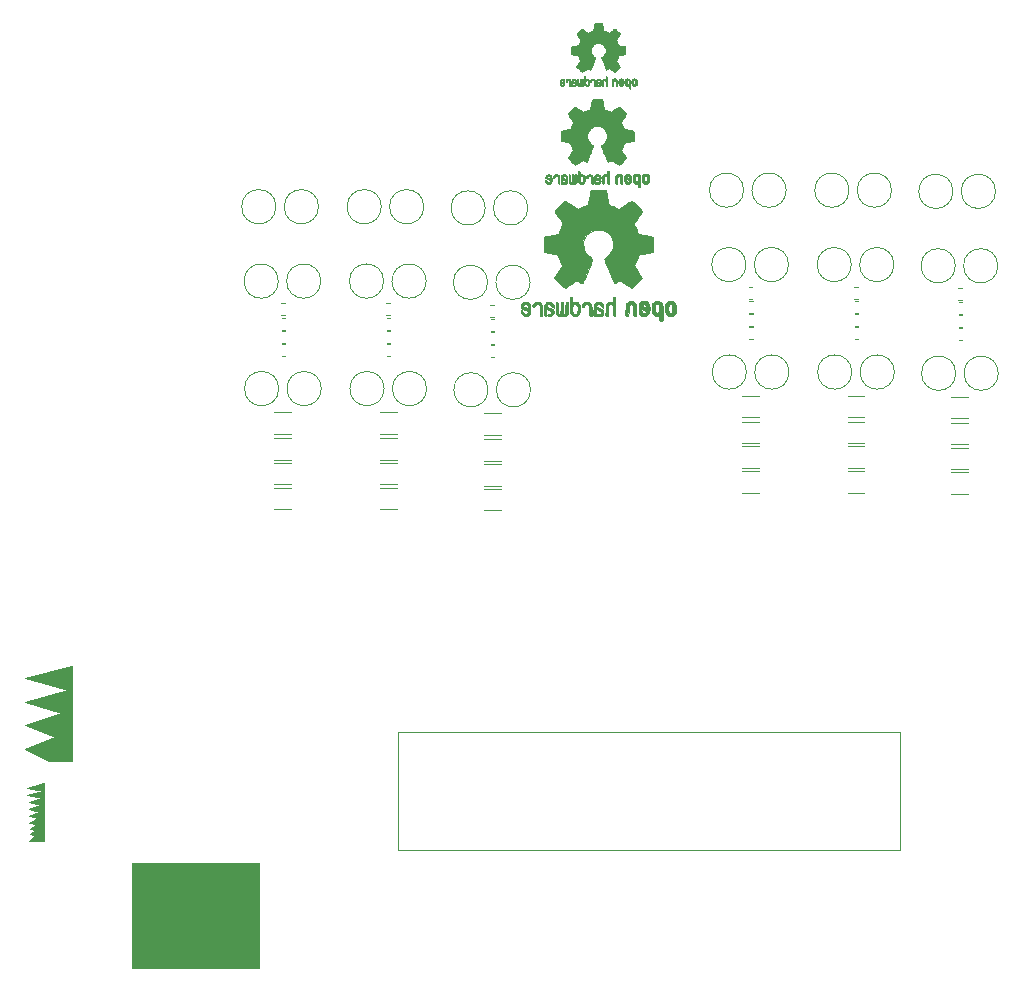
<source format=gbo>
G04 #@! TF.GenerationSoftware,KiCad,Pcbnew,(6.0.10)*
G04 #@! TF.CreationDate,2023-02-12T23:23:38+01:00*
G04 #@! TF.ProjectId,hamodule,68616d6f-6475-46c6-952e-6b696361645f,20220918.20*
G04 #@! TF.SameCoordinates,Original*
G04 #@! TF.FileFunction,Legend,Bot*
G04 #@! TF.FilePolarity,Positive*
%FSLAX46Y46*%
G04 Gerber Fmt 4.6, Leading zero omitted, Abs format (unit mm)*
G04 Created by KiCad (PCBNEW (6.0.10)) date 2023-02-12 23:23:38*
%MOMM*%
%LPD*%
G01*
G04 APERTURE LIST*
%ADD10C,0.120000*%
%ADD11C,0.010000*%
G04 APERTURE END LIST*
D10*
G36*
X21074000Y-104262000D02*
G01*
X19774000Y-104262000D01*
X20274000Y-103862000D01*
X19874000Y-103662000D01*
X20374000Y-103362000D01*
X19874000Y-103262000D01*
X20474000Y-102862000D01*
X19774000Y-102762000D01*
X20574000Y-102362000D01*
X19774000Y-102162000D01*
X20674000Y-101862000D01*
X19774000Y-101562000D01*
X20774000Y-101262000D01*
X19774000Y-100962000D01*
X20874000Y-100662000D01*
X19674000Y-100362000D01*
X20974000Y-100062000D01*
X19674000Y-99762000D01*
X21074000Y-99362000D01*
X21074000Y-104262000D01*
G37*
X21074000Y-104262000D02*
X19774000Y-104262000D01*
X20274000Y-103862000D01*
X19874000Y-103662000D01*
X20374000Y-103362000D01*
X19874000Y-103262000D01*
X20474000Y-102862000D01*
X19774000Y-102762000D01*
X20574000Y-102362000D01*
X19774000Y-102162000D01*
X20674000Y-101862000D01*
X19774000Y-101562000D01*
X20774000Y-101262000D01*
X19774000Y-100962000D01*
X20874000Y-100662000D01*
X19674000Y-100362000D01*
X20974000Y-100062000D01*
X19674000Y-99762000D01*
X21074000Y-99362000D01*
X21074000Y-104262000D01*
G36*
X23471000Y-97472000D02*
G01*
X21471000Y-97472000D01*
X19471000Y-96472000D01*
X21971000Y-95472000D01*
X19471000Y-94472000D01*
X22471000Y-93472000D01*
X19471000Y-92472000D01*
X23071000Y-91472000D01*
X19471000Y-90472000D01*
X23471000Y-89472000D01*
X23471000Y-97472000D01*
G37*
X23471000Y-97472000D02*
X21471000Y-97472000D01*
X19471000Y-96472000D01*
X21971000Y-95472000D01*
X19471000Y-94472000D01*
X22471000Y-93472000D01*
X19471000Y-92472000D01*
X23071000Y-91472000D01*
X19471000Y-90472000D01*
X23471000Y-89472000D01*
X23471000Y-97472000D01*
X28500000Y-106100000D02*
X39300000Y-106100000D01*
X39300000Y-106100000D02*
X39300000Y-115000000D01*
X39300000Y-115000000D02*
X28500000Y-115000000D01*
X28500000Y-115000000D02*
X28500000Y-106100000D01*
G36*
X28500000Y-106100000D02*
G01*
X39300000Y-106100000D01*
X39300000Y-115000000D01*
X28500000Y-115000000D01*
X28500000Y-106100000D01*
G37*
X51013000Y-95076000D02*
X51013000Y-105076000D01*
X51013000Y-105076000D02*
X93513000Y-105076000D01*
X93513000Y-95076000D02*
X51013000Y-95076000D01*
X93513000Y-105076000D02*
X93513000Y-95076000D01*
X62229000Y-56973000D02*
G75*
G03*
X62229000Y-56973000I-1450000J0D01*
G01*
G36*
X65140307Y-40091305D02*
G01*
X65136762Y-40167521D01*
X65127483Y-40223294D01*
X65110375Y-40264613D01*
X65083344Y-40297467D01*
X65044292Y-40327846D01*
X65019445Y-40341660D01*
X64979615Y-40350965D01*
X64923665Y-40350230D01*
X64892385Y-40347283D01*
X64854653Y-40338283D01*
X64824494Y-40318720D01*
X64789408Y-40282267D01*
X64784720Y-40276943D01*
X64753177Y-40235969D01*
X64738128Y-40200283D01*
X64734286Y-40157966D01*
X64734286Y-40095779D01*
X64777742Y-40112182D01*
X64809424Y-40131356D01*
X64836962Y-40176347D01*
X64842711Y-40190752D01*
X64874855Y-40231546D01*
X64918611Y-40252081D01*
X64966254Y-40250235D01*
X65010057Y-40223886D01*
X65025111Y-40207455D01*
X65038763Y-40182667D01*
X65034493Y-40160144D01*
X65009916Y-40136964D01*
X64962651Y-40110202D01*
X64890314Y-40076934D01*
X64741543Y-40011816D01*
X64737595Y-39947308D01*
X64739079Y-39906220D01*
X64836010Y-39906220D01*
X64843368Y-39931657D01*
X64876848Y-39958814D01*
X64937614Y-39989714D01*
X64947669Y-39994190D01*
X64995751Y-40015017D01*
X65031726Y-40029665D01*
X65048444Y-40035200D01*
X65050977Y-40031126D01*
X65051993Y-40006247D01*
X65048369Y-39966257D01*
X65039242Y-39927152D01*
X65010773Y-39877884D01*
X64969678Y-39850122D01*
X64920590Y-39846364D01*
X64868144Y-39869109D01*
X64853609Y-39880481D01*
X64836010Y-39906220D01*
X64739079Y-39906220D01*
X64739338Y-39899064D01*
X64761281Y-39838096D01*
X64788979Y-39804497D01*
X64846405Y-39766966D01*
X64914527Y-39748006D01*
X64984947Y-39749507D01*
X65049267Y-39773355D01*
X65063426Y-39782513D01*
X65095904Y-39810849D01*
X65118116Y-39846695D01*
X65131804Y-39895384D01*
X65138715Y-39962249D01*
X65139628Y-40006247D01*
X65140590Y-40052622D01*
X65140307Y-40091305D01*
G37*
D11*
X65140307Y-40091305D02*
X65136762Y-40167521D01*
X65127483Y-40223294D01*
X65110375Y-40264613D01*
X65083344Y-40297467D01*
X65044292Y-40327846D01*
X65019445Y-40341660D01*
X64979615Y-40350965D01*
X64923665Y-40350230D01*
X64892385Y-40347283D01*
X64854653Y-40338283D01*
X64824494Y-40318720D01*
X64789408Y-40282267D01*
X64784720Y-40276943D01*
X64753177Y-40235969D01*
X64738128Y-40200283D01*
X64734286Y-40157966D01*
X64734286Y-40095779D01*
X64777742Y-40112182D01*
X64809424Y-40131356D01*
X64836962Y-40176347D01*
X64842711Y-40190752D01*
X64874855Y-40231546D01*
X64918611Y-40252081D01*
X64966254Y-40250235D01*
X65010057Y-40223886D01*
X65025111Y-40207455D01*
X65038763Y-40182667D01*
X65034493Y-40160144D01*
X65009916Y-40136964D01*
X64962651Y-40110202D01*
X64890314Y-40076934D01*
X64741543Y-40011816D01*
X64737595Y-39947308D01*
X64739079Y-39906220D01*
X64836010Y-39906220D01*
X64843368Y-39931657D01*
X64876848Y-39958814D01*
X64937614Y-39989714D01*
X64947669Y-39994190D01*
X64995751Y-40015017D01*
X65031726Y-40029665D01*
X65048444Y-40035200D01*
X65050977Y-40031126D01*
X65051993Y-40006247D01*
X65048369Y-39966257D01*
X65039242Y-39927152D01*
X65010773Y-39877884D01*
X64969678Y-39850122D01*
X64920590Y-39846364D01*
X64868144Y-39869109D01*
X64853609Y-39880481D01*
X64836010Y-39906220D01*
X64739079Y-39906220D01*
X64739338Y-39899064D01*
X64761281Y-39838096D01*
X64788979Y-39804497D01*
X64846405Y-39766966D01*
X64914527Y-39748006D01*
X64984947Y-39749507D01*
X65049267Y-39773355D01*
X65063426Y-39782513D01*
X65095904Y-39810849D01*
X65118116Y-39846695D01*
X65131804Y-39895384D01*
X65138715Y-39962249D01*
X65139628Y-40006247D01*
X65140590Y-40052622D01*
X65140307Y-40091305D01*
G36*
X71265701Y-40050935D02*
G01*
X71264914Y-40121119D01*
X71262210Y-40170022D01*
X71256606Y-40204178D01*
X71247119Y-40230124D01*
X71232768Y-40254397D01*
X71229237Y-40259433D01*
X71191878Y-40299143D01*
X71149311Y-40329092D01*
X71127452Y-40338810D01*
X71048908Y-40355020D01*
X70971231Y-40344535D01*
X70899645Y-40308707D01*
X70839374Y-40248887D01*
X70834286Y-40240873D01*
X70817730Y-40194342D01*
X70806573Y-40129552D01*
X70801160Y-40054727D01*
X70801768Y-39985513D01*
X70948248Y-39985513D01*
X70949402Y-40081399D01*
X70949866Y-40087569D01*
X70956629Y-40140478D01*
X70968671Y-40174029D01*
X70989005Y-40197016D01*
X71023097Y-40218548D01*
X71056814Y-40219680D01*
X71091543Y-40194857D01*
X71097584Y-40188325D01*
X71109417Y-40168779D01*
X71116404Y-40140386D01*
X71119727Y-40096430D01*
X71120571Y-40030192D01*
X71119125Y-39968150D01*
X71111907Y-39909042D01*
X71097006Y-39871686D01*
X71072636Y-39852152D01*
X71037008Y-39846514D01*
X71023440Y-39847635D01*
X70985430Y-39868194D01*
X70960312Y-39914299D01*
X70948248Y-39985513D01*
X70801768Y-39985513D01*
X70801833Y-39978096D01*
X70808937Y-39907882D01*
X70822815Y-39852312D01*
X70840649Y-39815301D01*
X70890855Y-39757733D01*
X70958885Y-39721962D01*
X71042158Y-39709665D01*
X71064398Y-39710331D01*
X71129891Y-39723947D01*
X71183687Y-39758249D01*
X71233057Y-39817338D01*
X71235995Y-39821722D01*
X71249287Y-39845299D01*
X71257932Y-39871949D01*
X71262904Y-39908159D01*
X71265174Y-39960413D01*
X71265678Y-40030192D01*
X71265714Y-40035200D01*
X71265701Y-40050935D01*
G37*
X71265701Y-40050935D02*
X71264914Y-40121119D01*
X71262210Y-40170022D01*
X71256606Y-40204178D01*
X71247119Y-40230124D01*
X71232768Y-40254397D01*
X71229237Y-40259433D01*
X71191878Y-40299143D01*
X71149311Y-40329092D01*
X71127452Y-40338810D01*
X71048908Y-40355020D01*
X70971231Y-40344535D01*
X70899645Y-40308707D01*
X70839374Y-40248887D01*
X70834286Y-40240873D01*
X70817730Y-40194342D01*
X70806573Y-40129552D01*
X70801160Y-40054727D01*
X70801768Y-39985513D01*
X70948248Y-39985513D01*
X70949402Y-40081399D01*
X70949866Y-40087569D01*
X70956629Y-40140478D01*
X70968671Y-40174029D01*
X70989005Y-40197016D01*
X71023097Y-40218548D01*
X71056814Y-40219680D01*
X71091543Y-40194857D01*
X71097584Y-40188325D01*
X71109417Y-40168779D01*
X71116404Y-40140386D01*
X71119727Y-40096430D01*
X71120571Y-40030192D01*
X71119125Y-39968150D01*
X71111907Y-39909042D01*
X71097006Y-39871686D01*
X71072636Y-39852152D01*
X71037008Y-39846514D01*
X71023440Y-39847635D01*
X70985430Y-39868194D01*
X70960312Y-39914299D01*
X70948248Y-39985513D01*
X70801768Y-39985513D01*
X70801833Y-39978096D01*
X70808937Y-39907882D01*
X70822815Y-39852312D01*
X70840649Y-39815301D01*
X70890855Y-39757733D01*
X70958885Y-39721962D01*
X71042158Y-39709665D01*
X71064398Y-39710331D01*
X71129891Y-39723947D01*
X71183687Y-39758249D01*
X71233057Y-39817338D01*
X71235995Y-39821722D01*
X71249287Y-39845299D01*
X71257932Y-39871949D01*
X71262904Y-39908159D01*
X71265174Y-39960413D01*
X71265678Y-40030192D01*
X71265714Y-40035200D01*
X71265701Y-40050935D01*
G36*
X70711252Y-40213000D02*
G01*
X70711651Y-40245339D01*
X70712929Y-40353455D01*
X70713185Y-40436186D01*
X70711634Y-40496426D01*
X70707490Y-40537073D01*
X70699964Y-40561023D01*
X70688271Y-40571171D01*
X70671624Y-40570414D01*
X70649236Y-40561648D01*
X70620321Y-40547769D01*
X70614142Y-40544808D01*
X70588413Y-40530311D01*
X70574976Y-40513065D01*
X70569834Y-40484308D01*
X70568990Y-40435283D01*
X70568952Y-40347257D01*
X70478276Y-40347257D01*
X70422498Y-40344815D01*
X70378640Y-40334908D01*
X70342218Y-40314886D01*
X70339503Y-40312929D01*
X70302546Y-40279869D01*
X70276826Y-40239931D01*
X70260606Y-40187657D01*
X70252148Y-40117588D01*
X70250083Y-40038430D01*
X70394857Y-40038430D01*
X70394882Y-40051697D01*
X70396261Y-40111584D01*
X70400687Y-40150732D01*
X70409461Y-40176153D01*
X70423886Y-40194857D01*
X70424784Y-40195750D01*
X70460237Y-40219952D01*
X70494596Y-40217567D01*
X70533403Y-40188260D01*
X70542895Y-40178244D01*
X70556876Y-40157708D01*
X70564760Y-40130997D01*
X70568245Y-40090499D01*
X70569029Y-40028603D01*
X70568350Y-39991130D01*
X70560983Y-39922980D01*
X70544168Y-39878330D01*
X70516234Y-39853926D01*
X70475509Y-39846514D01*
X70458350Y-39848094D01*
X70428660Y-39863766D01*
X70409031Y-39898691D01*
X70398188Y-39955901D01*
X70394857Y-40038430D01*
X70250083Y-40038430D01*
X70249714Y-40024267D01*
X70250253Y-39956169D01*
X70252707Y-39904587D01*
X70258158Y-39868816D01*
X70267686Y-39842015D01*
X70282371Y-39817338D01*
X70295852Y-39798480D01*
X70344799Y-39747568D01*
X70400256Y-39719918D01*
X70469928Y-39711165D01*
X70549664Y-39719890D01*
X70618595Y-39751185D01*
X70673113Y-39806381D01*
X70677223Y-39812224D01*
X70686808Y-39827753D01*
X70694151Y-39845498D01*
X70699612Y-39869290D01*
X70703550Y-39902958D01*
X70706323Y-39950333D01*
X70708292Y-40015245D01*
X70708528Y-40028603D01*
X70709815Y-40101524D01*
X70711252Y-40213000D01*
G37*
X70711252Y-40213000D02*
X70711651Y-40245339D01*
X70712929Y-40353455D01*
X70713185Y-40436186D01*
X70711634Y-40496426D01*
X70707490Y-40537073D01*
X70699964Y-40561023D01*
X70688271Y-40571171D01*
X70671624Y-40570414D01*
X70649236Y-40561648D01*
X70620321Y-40547769D01*
X70614142Y-40544808D01*
X70588413Y-40530311D01*
X70574976Y-40513065D01*
X70569834Y-40484308D01*
X70568990Y-40435283D01*
X70568952Y-40347257D01*
X70478276Y-40347257D01*
X70422498Y-40344815D01*
X70378640Y-40334908D01*
X70342218Y-40314886D01*
X70339503Y-40312929D01*
X70302546Y-40279869D01*
X70276826Y-40239931D01*
X70260606Y-40187657D01*
X70252148Y-40117588D01*
X70250083Y-40038430D01*
X70394857Y-40038430D01*
X70394882Y-40051697D01*
X70396261Y-40111584D01*
X70400687Y-40150732D01*
X70409461Y-40176153D01*
X70423886Y-40194857D01*
X70424784Y-40195750D01*
X70460237Y-40219952D01*
X70494596Y-40217567D01*
X70533403Y-40188260D01*
X70542895Y-40178244D01*
X70556876Y-40157708D01*
X70564760Y-40130997D01*
X70568245Y-40090499D01*
X70569029Y-40028603D01*
X70568350Y-39991130D01*
X70560983Y-39922980D01*
X70544168Y-39878330D01*
X70516234Y-39853926D01*
X70475509Y-39846514D01*
X70458350Y-39848094D01*
X70428660Y-39863766D01*
X70409031Y-39898691D01*
X70398188Y-39955901D01*
X70394857Y-40038430D01*
X70250083Y-40038430D01*
X70249714Y-40024267D01*
X70250253Y-39956169D01*
X70252707Y-39904587D01*
X70258158Y-39868816D01*
X70267686Y-39842015D01*
X70282371Y-39817338D01*
X70295852Y-39798480D01*
X70344799Y-39747568D01*
X70400256Y-39719918D01*
X70469928Y-39711165D01*
X70549664Y-39719890D01*
X70618595Y-39751185D01*
X70673113Y-39806381D01*
X70677223Y-39812224D01*
X70686808Y-39827753D01*
X70694151Y-39845498D01*
X70699612Y-39869290D01*
X70703550Y-39902958D01*
X70706323Y-39950333D01*
X70708292Y-40015245D01*
X70708528Y-40028603D01*
X70709815Y-40101524D01*
X70711252Y-40213000D01*
G36*
X67229537Y-40106313D02*
G01*
X67221345Y-40183462D01*
X67203519Y-40241276D01*
X67173975Y-40285422D01*
X67130625Y-40321568D01*
X67089332Y-40342463D01*
X67019987Y-40354090D01*
X66950736Y-40341377D01*
X66888145Y-40305945D01*
X66838779Y-40249418D01*
X66832818Y-40238995D01*
X66824945Y-40220733D01*
X66819106Y-40197429D01*
X66814999Y-40165085D01*
X66812325Y-40119704D01*
X66810781Y-40057287D01*
X66810734Y-40051748D01*
X66911429Y-40051748D01*
X66911772Y-40104577D01*
X66913942Y-40152362D01*
X66919307Y-40183209D01*
X66929217Y-40203935D01*
X66945021Y-40221356D01*
X66948724Y-40224705D01*
X66996299Y-40249419D01*
X67046635Y-40246890D01*
X67093517Y-40217288D01*
X67107477Y-40201953D01*
X67119160Y-40181622D01*
X67125686Y-40153514D01*
X67128524Y-40110550D01*
X67129143Y-40045647D01*
X67128837Y-39996122D01*
X67126722Y-39947782D01*
X67121390Y-39916587D01*
X67111460Y-39895647D01*
X67095550Y-39878073D01*
X67086204Y-39870159D01*
X67037776Y-39848843D01*
X66987040Y-39852198D01*
X66942987Y-39880107D01*
X66933504Y-39891173D01*
X66921939Y-39912009D01*
X66915252Y-39941106D01*
X66912173Y-39985381D01*
X66911429Y-40051748D01*
X66810734Y-40051748D01*
X66810067Y-39973837D01*
X66809883Y-39865358D01*
X66809829Y-39528601D01*
X66857000Y-39548362D01*
X66869472Y-39553770D01*
X66889324Y-39565985D01*
X66900687Y-39584482D01*
X66906933Y-39616829D01*
X66911429Y-39670593D01*
X66915535Y-39718866D01*
X66920963Y-39750557D01*
X66928739Y-39762383D01*
X66940457Y-39759212D01*
X66970318Y-39748067D01*
X67023684Y-39745304D01*
X67081093Y-39755625D01*
X67130625Y-39777861D01*
X67157876Y-39798443D01*
X67192865Y-39838600D01*
X67215274Y-39890086D01*
X67227190Y-39958568D01*
X67230542Y-40045647D01*
X67230698Y-40049714D01*
X67229537Y-40106313D01*
G37*
X67229537Y-40106313D02*
X67221345Y-40183462D01*
X67203519Y-40241276D01*
X67173975Y-40285422D01*
X67130625Y-40321568D01*
X67089332Y-40342463D01*
X67019987Y-40354090D01*
X66950736Y-40341377D01*
X66888145Y-40305945D01*
X66838779Y-40249418D01*
X66832818Y-40238995D01*
X66824945Y-40220733D01*
X66819106Y-40197429D01*
X66814999Y-40165085D01*
X66812325Y-40119704D01*
X66810781Y-40057287D01*
X66810734Y-40051748D01*
X66911429Y-40051748D01*
X66911772Y-40104577D01*
X66913942Y-40152362D01*
X66919307Y-40183209D01*
X66929217Y-40203935D01*
X66945021Y-40221356D01*
X66948724Y-40224705D01*
X66996299Y-40249419D01*
X67046635Y-40246890D01*
X67093517Y-40217288D01*
X67107477Y-40201953D01*
X67119160Y-40181622D01*
X67125686Y-40153514D01*
X67128524Y-40110550D01*
X67129143Y-40045647D01*
X67128837Y-39996122D01*
X67126722Y-39947782D01*
X67121390Y-39916587D01*
X67111460Y-39895647D01*
X67095550Y-39878073D01*
X67086204Y-39870159D01*
X67037776Y-39848843D01*
X66987040Y-39852198D01*
X66942987Y-39880107D01*
X66933504Y-39891173D01*
X66921939Y-39912009D01*
X66915252Y-39941106D01*
X66912173Y-39985381D01*
X66911429Y-40051748D01*
X66810734Y-40051748D01*
X66810067Y-39973837D01*
X66809883Y-39865358D01*
X66809829Y-39528601D01*
X66857000Y-39548362D01*
X66869472Y-39553770D01*
X66889324Y-39565985D01*
X66900687Y-39584482D01*
X66906933Y-39616829D01*
X66911429Y-39670593D01*
X66915535Y-39718866D01*
X66920963Y-39750557D01*
X66928739Y-39762383D01*
X66940457Y-39759212D01*
X66970318Y-39748067D01*
X67023684Y-39745304D01*
X67081093Y-39755625D01*
X67130625Y-39777861D01*
X67157876Y-39798443D01*
X67192865Y-39838600D01*
X67215274Y-39890086D01*
X67227190Y-39958568D01*
X67230542Y-40045647D01*
X67230698Y-40049714D01*
X67229537Y-40106313D01*
G36*
X68678543Y-39549444D02*
G01*
X68725714Y-39569342D01*
X68725714Y-39966509D01*
X68725519Y-40069498D01*
X68724998Y-40162141D01*
X68724199Y-40240700D01*
X68723172Y-40301439D01*
X68721963Y-40340623D01*
X68720623Y-40354514D01*
X68720099Y-40354468D01*
X68702287Y-40349420D01*
X68669823Y-40338580D01*
X68624114Y-40322646D01*
X68624114Y-40118173D01*
X68623824Y-40037832D01*
X68622474Y-39979562D01*
X68619369Y-39939909D01*
X68613812Y-39913618D01*
X68605107Y-39895436D01*
X68592556Y-39880107D01*
X68583999Y-39871955D01*
X68537728Y-39849375D01*
X68486728Y-39851375D01*
X68439993Y-39878073D01*
X68433189Y-39884698D01*
X68422293Y-39898456D01*
X68414836Y-39916642D01*
X68410169Y-39944177D01*
X68407642Y-39985981D01*
X68406602Y-40046973D01*
X68406400Y-40132073D01*
X68406303Y-40175234D01*
X68405674Y-40246224D01*
X68404556Y-40303076D01*
X68403063Y-40340828D01*
X68401309Y-40354514D01*
X68400785Y-40354468D01*
X68382973Y-40349420D01*
X68350509Y-40338580D01*
X68304800Y-40322646D01*
X68304823Y-40117237D01*
X68304857Y-40098951D01*
X68306778Y-40003626D01*
X68312678Y-39931543D01*
X68324001Y-39877813D01*
X68342187Y-39837549D01*
X68368679Y-39805861D01*
X68404918Y-39777861D01*
X68440263Y-39760333D01*
X68496773Y-39746785D01*
X68552356Y-39746015D01*
X68595086Y-39759195D01*
X68598298Y-39761015D01*
X68608205Y-39760820D01*
X68614975Y-39745572D01*
X68619861Y-39710613D01*
X68624114Y-39651289D01*
X68631371Y-39529547D01*
X68678543Y-39549444D01*
G37*
X68678543Y-39549444D02*
X68725714Y-39569342D01*
X68725714Y-39966509D01*
X68725519Y-40069498D01*
X68724998Y-40162141D01*
X68724199Y-40240700D01*
X68723172Y-40301439D01*
X68721963Y-40340623D01*
X68720623Y-40354514D01*
X68720099Y-40354468D01*
X68702287Y-40349420D01*
X68669823Y-40338580D01*
X68624114Y-40322646D01*
X68624114Y-40118173D01*
X68623824Y-40037832D01*
X68622474Y-39979562D01*
X68619369Y-39939909D01*
X68613812Y-39913618D01*
X68605107Y-39895436D01*
X68592556Y-39880107D01*
X68583999Y-39871955D01*
X68537728Y-39849375D01*
X68486728Y-39851375D01*
X68439993Y-39878073D01*
X68433189Y-39884698D01*
X68422293Y-39898456D01*
X68414836Y-39916642D01*
X68410169Y-39944177D01*
X68407642Y-39985981D01*
X68406602Y-40046973D01*
X68406400Y-40132073D01*
X68406303Y-40175234D01*
X68405674Y-40246224D01*
X68404556Y-40303076D01*
X68403063Y-40340828D01*
X68401309Y-40354514D01*
X68400785Y-40354468D01*
X68382973Y-40349420D01*
X68350509Y-40338580D01*
X68304800Y-40322646D01*
X68304823Y-40117237D01*
X68304857Y-40098951D01*
X68306778Y-40003626D01*
X68312678Y-39931543D01*
X68324001Y-39877813D01*
X68342187Y-39837549D01*
X68368679Y-39805861D01*
X68404918Y-39777861D01*
X68440263Y-39760333D01*
X68496773Y-39746785D01*
X68552356Y-39746015D01*
X68595086Y-39759195D01*
X68598298Y-39761015D01*
X68608205Y-39760820D01*
X68614975Y-39745572D01*
X68619861Y-39710613D01*
X68624114Y-39651289D01*
X68631371Y-39529547D01*
X68678543Y-39549444D01*
G36*
X67607691Y-39766467D02*
G01*
X67612273Y-39769003D01*
X67649704Y-39798057D01*
X67683170Y-39835410D01*
X67689007Y-39843852D01*
X67700165Y-39863553D01*
X67708136Y-39886935D01*
X67713618Y-39919067D01*
X67717307Y-39965019D01*
X67719899Y-40029859D01*
X67722092Y-40118657D01*
X67722402Y-40133669D01*
X67723400Y-40230999D01*
X67721994Y-40299934D01*
X67718164Y-40340948D01*
X67711889Y-40354514D01*
X67692898Y-40350452D01*
X67660638Y-40338144D01*
X67653041Y-40334545D01*
X67641176Y-40326398D01*
X67632994Y-40313004D01*
X67627643Y-40289608D01*
X67624269Y-40251455D01*
X67622019Y-40193790D01*
X67620040Y-40111857D01*
X67619498Y-40087907D01*
X67617403Y-40012266D01*
X67614683Y-39959328D01*
X67610515Y-39924075D01*
X67604079Y-39901487D01*
X67594550Y-39886544D01*
X67581106Y-39874227D01*
X67541305Y-39852634D01*
X67492341Y-39848476D01*
X67448529Y-39864999D01*
X67417008Y-39899210D01*
X67404914Y-39948114D01*
X67404578Y-39961407D01*
X67397972Y-39985472D01*
X67378470Y-39989144D01*
X67340283Y-39974813D01*
X67331438Y-39970217D01*
X67307534Y-39943186D01*
X67307061Y-39902994D01*
X67329836Y-39847409D01*
X67350727Y-39817117D01*
X67404142Y-39774084D01*
X67470074Y-39749755D01*
X67540574Y-39746443D01*
X67607691Y-39766467D01*
G37*
X67607691Y-39766467D02*
X67612273Y-39769003D01*
X67649704Y-39798057D01*
X67683170Y-39835410D01*
X67689007Y-39843852D01*
X67700165Y-39863553D01*
X67708136Y-39886935D01*
X67713618Y-39919067D01*
X67717307Y-39965019D01*
X67719899Y-40029859D01*
X67722092Y-40118657D01*
X67722402Y-40133669D01*
X67723400Y-40230999D01*
X67721994Y-40299934D01*
X67718164Y-40340948D01*
X67711889Y-40354514D01*
X67692898Y-40350452D01*
X67660638Y-40338144D01*
X67653041Y-40334545D01*
X67641176Y-40326398D01*
X67632994Y-40313004D01*
X67627643Y-40289608D01*
X67624269Y-40251455D01*
X67622019Y-40193790D01*
X67620040Y-40111857D01*
X67619498Y-40087907D01*
X67617403Y-40012266D01*
X67614683Y-39959328D01*
X67610515Y-39924075D01*
X67604079Y-39901487D01*
X67594550Y-39886544D01*
X67581106Y-39874227D01*
X67541305Y-39852634D01*
X67492341Y-39848476D01*
X67448529Y-39864999D01*
X67417008Y-39899210D01*
X67404914Y-39948114D01*
X67404578Y-39961407D01*
X67397972Y-39985472D01*
X67378470Y-39989144D01*
X67340283Y-39974813D01*
X67331438Y-39970217D01*
X67307534Y-39943186D01*
X67307061Y-39902994D01*
X67329836Y-39847409D01*
X67350727Y-39817117D01*
X67404142Y-39774084D01*
X67470074Y-39749755D01*
X67540574Y-39746443D01*
X67607691Y-39766467D01*
G36*
X65482829Y-39751097D02*
G01*
X65542753Y-39773355D01*
X65567673Y-39790080D01*
X65592910Y-39814043D01*
X65610912Y-39844526D01*
X65622858Y-39886023D01*
X65629930Y-39943032D01*
X65633308Y-40020047D01*
X65634171Y-40121565D01*
X65634002Y-40174027D01*
X65633153Y-40245715D01*
X65631711Y-40302925D01*
X65629814Y-40340809D01*
X65627597Y-40354514D01*
X65613172Y-40349981D01*
X65584054Y-40337670D01*
X65583181Y-40337272D01*
X65568060Y-40329356D01*
X65557891Y-40318495D01*
X65551691Y-40299471D01*
X65548478Y-40267069D01*
X65547270Y-40216071D01*
X65547086Y-40141261D01*
X65546714Y-40093804D01*
X65542750Y-40004615D01*
X65533673Y-39939287D01*
X65518524Y-39894393D01*
X65496345Y-39866507D01*
X65466175Y-39852203D01*
X65461990Y-39851206D01*
X65405480Y-39850427D01*
X65361410Y-39875744D01*
X65330972Y-39926502D01*
X65325544Y-39941175D01*
X65313171Y-39973649D01*
X65306905Y-39988572D01*
X65294036Y-39986516D01*
X65265933Y-39975357D01*
X65239721Y-39956927D01*
X65227771Y-39922098D01*
X65231336Y-39897151D01*
X65253235Y-39846547D01*
X65288644Y-39799128D01*
X65330052Y-39766334D01*
X65347400Y-39758752D01*
X65413089Y-39746076D01*
X65482829Y-39751097D01*
G37*
X65482829Y-39751097D02*
X65542753Y-39773355D01*
X65567673Y-39790080D01*
X65592910Y-39814043D01*
X65610912Y-39844526D01*
X65622858Y-39886023D01*
X65629930Y-39943032D01*
X65633308Y-40020047D01*
X65634171Y-40121565D01*
X65634002Y-40174027D01*
X65633153Y-40245715D01*
X65631711Y-40302925D01*
X65629814Y-40340809D01*
X65627597Y-40354514D01*
X65613172Y-40349981D01*
X65584054Y-40337670D01*
X65583181Y-40337272D01*
X65568060Y-40329356D01*
X65557891Y-40318495D01*
X65551691Y-40299471D01*
X65548478Y-40267069D01*
X65547270Y-40216071D01*
X65547086Y-40141261D01*
X65546714Y-40093804D01*
X65542750Y-40004615D01*
X65533673Y-39939287D01*
X65518524Y-39894393D01*
X65496345Y-39866507D01*
X65466175Y-39852203D01*
X65461990Y-39851206D01*
X65405480Y-39850427D01*
X65361410Y-39875744D01*
X65330972Y-39926502D01*
X65325544Y-39941175D01*
X65313171Y-39973649D01*
X65306905Y-39988572D01*
X65294036Y-39986516D01*
X65265933Y-39975357D01*
X65239721Y-39956927D01*
X65227771Y-39922098D01*
X65231336Y-39897151D01*
X65253235Y-39846547D01*
X65288644Y-39799128D01*
X65330052Y-39766334D01*
X65347400Y-39758752D01*
X65413089Y-39746076D01*
X65482829Y-39751097D01*
G36*
X70157684Y-40104078D02*
G01*
X70155078Y-40127387D01*
X70135660Y-40210352D01*
X70100573Y-40273448D01*
X70047212Y-40321808D01*
X70044196Y-40323804D01*
X69976362Y-40352185D01*
X69905535Y-40354711D01*
X69837289Y-40333097D01*
X69777196Y-40289062D01*
X69730829Y-40224322D01*
X69730050Y-40222761D01*
X69714643Y-40182558D01*
X69703357Y-40136866D01*
X69697370Y-40093972D01*
X69697861Y-40062160D01*
X69706007Y-40049714D01*
X69713244Y-40050471D01*
X69747851Y-40064235D01*
X69787078Y-40089546D01*
X69820448Y-40118845D01*
X69837483Y-40144572D01*
X69855192Y-40179471D01*
X69891485Y-40211212D01*
X69933630Y-40223886D01*
X69949077Y-40220221D01*
X69979569Y-40201774D01*
X70006128Y-40176166D01*
X70017486Y-40152934D01*
X70017482Y-40152848D01*
X70004596Y-40142179D01*
X69970241Y-40122933D01*
X69919593Y-40097813D01*
X69857829Y-40069524D01*
X69857489Y-40069374D01*
X69790388Y-40039498D01*
X69745411Y-40017973D01*
X69718145Y-40001437D01*
X69704178Y-39986531D01*
X69699097Y-39969893D01*
X69698490Y-39948162D01*
X69702712Y-39907013D01*
X69846000Y-39907013D01*
X69860791Y-39919949D01*
X69897644Y-39939333D01*
X69898725Y-39939881D01*
X69942205Y-39960587D01*
X69981102Y-39977105D01*
X70005778Y-39984093D01*
X70015676Y-39974753D01*
X70017486Y-39942748D01*
X70009966Y-39902915D01*
X69983897Y-39866717D01*
X69946154Y-39847950D01*
X69904077Y-39849845D01*
X69865005Y-39875632D01*
X69849647Y-39893451D01*
X69846000Y-39907013D01*
X69702712Y-39907013D01*
X69703833Y-39896086D01*
X69730251Y-39825335D01*
X69774473Y-39769735D01*
X69831697Y-39731239D01*
X69897120Y-39711797D01*
X69965937Y-39713359D01*
X70033347Y-39737878D01*
X70094544Y-39787302D01*
X70128450Y-39836212D01*
X70152806Y-39906027D01*
X70156767Y-39942748D01*
X70162299Y-39994055D01*
X70157684Y-40104078D01*
G37*
X70157684Y-40104078D02*
X70155078Y-40127387D01*
X70135660Y-40210352D01*
X70100573Y-40273448D01*
X70047212Y-40321808D01*
X70044196Y-40323804D01*
X69976362Y-40352185D01*
X69905535Y-40354711D01*
X69837289Y-40333097D01*
X69777196Y-40289062D01*
X69730829Y-40224322D01*
X69730050Y-40222761D01*
X69714643Y-40182558D01*
X69703357Y-40136866D01*
X69697370Y-40093972D01*
X69697861Y-40062160D01*
X69706007Y-40049714D01*
X69713244Y-40050471D01*
X69747851Y-40064235D01*
X69787078Y-40089546D01*
X69820448Y-40118845D01*
X69837483Y-40144572D01*
X69855192Y-40179471D01*
X69891485Y-40211212D01*
X69933630Y-40223886D01*
X69949077Y-40220221D01*
X69979569Y-40201774D01*
X70006128Y-40176166D01*
X70017486Y-40152934D01*
X70017482Y-40152848D01*
X70004596Y-40142179D01*
X69970241Y-40122933D01*
X69919593Y-40097813D01*
X69857829Y-40069524D01*
X69857489Y-40069374D01*
X69790388Y-40039498D01*
X69745411Y-40017973D01*
X69718145Y-40001437D01*
X69704178Y-39986531D01*
X69699097Y-39969893D01*
X69698490Y-39948162D01*
X69702712Y-39907013D01*
X69846000Y-39907013D01*
X69860791Y-39919949D01*
X69897644Y-39939333D01*
X69898725Y-39939881D01*
X69942205Y-39960587D01*
X69981102Y-39977105D01*
X70005778Y-39984093D01*
X70015676Y-39974753D01*
X70017486Y-39942748D01*
X70009966Y-39902915D01*
X69983897Y-39866717D01*
X69946154Y-39847950D01*
X69904077Y-39849845D01*
X69865005Y-39875632D01*
X69849647Y-39893451D01*
X69846000Y-39907013D01*
X69702712Y-39907013D01*
X69703833Y-39896086D01*
X69730251Y-39825335D01*
X69774473Y-39769735D01*
X69831697Y-39731239D01*
X69897120Y-39711797D01*
X69965937Y-39713359D01*
X70033347Y-39737878D01*
X70094544Y-39787302D01*
X70128450Y-39836212D01*
X70152806Y-39906027D01*
X70156767Y-39942748D01*
X70162299Y-39994055D01*
X70157684Y-40104078D01*
G36*
X69431020Y-39717822D02*
G01*
X69498810Y-39749680D01*
X69554366Y-39804770D01*
X69565881Y-39822016D01*
X69575432Y-39841562D01*
X69582206Y-39866198D01*
X69586819Y-39900711D01*
X69589888Y-39949889D01*
X69592029Y-40018519D01*
X69593859Y-40111389D01*
X69598404Y-40369007D01*
X69560225Y-40354491D01*
X69525268Y-40341156D01*
X69499097Y-40328323D01*
X69482013Y-40311780D01*
X69472086Y-40286465D01*
X69467386Y-40247316D01*
X69465982Y-40189268D01*
X69465943Y-40107261D01*
X69465744Y-40041895D01*
X69464559Y-39979173D01*
X69461729Y-39936334D01*
X69456609Y-39908220D01*
X69448553Y-39889675D01*
X69436914Y-39875543D01*
X69408303Y-39855600D01*
X69360239Y-39848083D01*
X69312688Y-39867079D01*
X69309550Y-39869511D01*
X69299769Y-39880748D01*
X69292553Y-39898770D01*
X69287299Y-39928026D01*
X69283402Y-39972962D01*
X69280256Y-40038028D01*
X69277257Y-40127670D01*
X69270000Y-40367697D01*
X69208314Y-40340044D01*
X69146629Y-40312391D01*
X69146629Y-40093246D01*
X69146884Y-40033711D01*
X69149086Y-39950892D01*
X69154661Y-39889227D01*
X69164941Y-39843748D01*
X69181258Y-39809484D01*
X69204943Y-39781466D01*
X69237328Y-39754723D01*
X69283907Y-39727780D01*
X69357287Y-39710191D01*
X69431020Y-39717822D01*
G37*
X69431020Y-39717822D02*
X69498810Y-39749680D01*
X69554366Y-39804770D01*
X69565881Y-39822016D01*
X69575432Y-39841562D01*
X69582206Y-39866198D01*
X69586819Y-39900711D01*
X69589888Y-39949889D01*
X69592029Y-40018519D01*
X69593859Y-40111389D01*
X69598404Y-40369007D01*
X69560225Y-40354491D01*
X69525268Y-40341156D01*
X69499097Y-40328323D01*
X69482013Y-40311780D01*
X69472086Y-40286465D01*
X69467386Y-40247316D01*
X69465982Y-40189268D01*
X69465943Y-40107261D01*
X69465744Y-40041895D01*
X69464559Y-39979173D01*
X69461729Y-39936334D01*
X69456609Y-39908220D01*
X69448553Y-39889675D01*
X69436914Y-39875543D01*
X69408303Y-39855600D01*
X69360239Y-39848083D01*
X69312688Y-39867079D01*
X69309550Y-39869511D01*
X69299769Y-39880748D01*
X69292553Y-39898770D01*
X69287299Y-39928026D01*
X69283402Y-39972962D01*
X69280256Y-40038028D01*
X69277257Y-40127670D01*
X69270000Y-40367697D01*
X69208314Y-40340044D01*
X69146629Y-40312391D01*
X69146629Y-40093246D01*
X69146884Y-40033711D01*
X69149086Y-39950892D01*
X69154661Y-39889227D01*
X69164941Y-39843748D01*
X69181258Y-39809484D01*
X69204943Y-39781466D01*
X69237328Y-39754723D01*
X69283907Y-39727780D01*
X69357287Y-39710191D01*
X69431020Y-39717822D01*
G36*
X66653941Y-39749282D02*
G01*
X66685774Y-39761758D01*
X66722743Y-39778602D01*
X66722743Y-40265196D01*
X66676812Y-40311127D01*
X66666320Y-40321427D01*
X66637255Y-40344320D01*
X66607943Y-40351735D01*
X66564326Y-40348321D01*
X66546568Y-40346114D01*
X66500767Y-40341445D01*
X66468743Y-40339585D01*
X66459244Y-40339869D01*
X66420274Y-40342948D01*
X66373160Y-40348321D01*
X66358085Y-40350168D01*
X66320110Y-40350893D01*
X66292325Y-40339429D01*
X66260674Y-40311127D01*
X66214743Y-40265196D01*
X66214743Y-40005055D01*
X66215101Y-39928180D01*
X66216216Y-39854886D01*
X66217952Y-39796850D01*
X66220167Y-39758663D01*
X66222721Y-39744914D01*
X66223256Y-39744951D01*
X66241808Y-39751793D01*
X66273153Y-39766868D01*
X66315608Y-39788822D01*
X66319604Y-40017240D01*
X66323600Y-40245657D01*
X66410686Y-40245657D01*
X66414657Y-39995286D01*
X66415916Y-39927227D01*
X66417718Y-39854482D01*
X66419671Y-39796730D01*
X66421612Y-39758648D01*
X66423377Y-39744914D01*
X66423885Y-39744962D01*
X66441482Y-39750015D01*
X66473834Y-39760849D01*
X66519543Y-39776783D01*
X66519765Y-39996706D01*
X66519988Y-40034909D01*
X66521531Y-40109146D01*
X66524292Y-40171145D01*
X66527977Y-40215308D01*
X66532292Y-40236041D01*
X66547732Y-40247131D01*
X66579241Y-40250556D01*
X66613886Y-40245657D01*
X66617857Y-39995286D01*
X66619278Y-39931663D01*
X66622225Y-39856356D01*
X66626079Y-39797286D01*
X66630542Y-39758718D01*
X66635317Y-39744914D01*
X66653941Y-39749282D01*
G37*
X66653941Y-39749282D02*
X66685774Y-39761758D01*
X66722743Y-39778602D01*
X66722743Y-40265196D01*
X66676812Y-40311127D01*
X66666320Y-40321427D01*
X66637255Y-40344320D01*
X66607943Y-40351735D01*
X66564326Y-40348321D01*
X66546568Y-40346114D01*
X66500767Y-40341445D01*
X66468743Y-40339585D01*
X66459244Y-40339869D01*
X66420274Y-40342948D01*
X66373160Y-40348321D01*
X66358085Y-40350168D01*
X66320110Y-40350893D01*
X66292325Y-40339429D01*
X66260674Y-40311127D01*
X66214743Y-40265196D01*
X66214743Y-40005055D01*
X66215101Y-39928180D01*
X66216216Y-39854886D01*
X66217952Y-39796850D01*
X66220167Y-39758663D01*
X66222721Y-39744914D01*
X66223256Y-39744951D01*
X66241808Y-39751793D01*
X66273153Y-39766868D01*
X66315608Y-39788822D01*
X66319604Y-40017240D01*
X66323600Y-40245657D01*
X66410686Y-40245657D01*
X66414657Y-39995286D01*
X66415916Y-39927227D01*
X66417718Y-39854482D01*
X66419671Y-39796730D01*
X66421612Y-39758648D01*
X66423377Y-39744914D01*
X66423885Y-39744962D01*
X66441482Y-39750015D01*
X66473834Y-39760849D01*
X66519543Y-39776783D01*
X66519765Y-39996706D01*
X66519988Y-40034909D01*
X66521531Y-40109146D01*
X66524292Y-40171145D01*
X66527977Y-40215308D01*
X66532292Y-40236041D01*
X66547732Y-40247131D01*
X66579241Y-40250556D01*
X66613886Y-40245657D01*
X66617857Y-39995286D01*
X66619278Y-39931663D01*
X66622225Y-39856356D01*
X66626079Y-39797286D01*
X66630542Y-39758718D01*
X66635317Y-39744914D01*
X66653941Y-39749282D01*
G36*
X65967495Y-39746220D02*
G01*
X65998599Y-39754121D01*
X66027559Y-39773817D01*
X66064831Y-39810484D01*
X66088801Y-39836378D01*
X66113770Y-39869997D01*
X66125031Y-39901506D01*
X66127657Y-39941485D01*
X66127657Y-40006917D01*
X66083035Y-39983842D01*
X66047673Y-39955724D01*
X66023451Y-39917848D01*
X66019291Y-39907551D01*
X65987594Y-39867637D01*
X65943554Y-39847624D01*
X65895531Y-39849572D01*
X65851886Y-39875543D01*
X65833420Y-39896635D01*
X65822663Y-39923619D01*
X65834178Y-39947634D01*
X65869981Y-39971791D01*
X65932090Y-39999199D01*
X65941515Y-40002985D01*
X65998058Y-40027759D01*
X66046580Y-40052189D01*
X66077451Y-40071486D01*
X66108371Y-40105953D01*
X66128927Y-40160957D01*
X66126744Y-40219983D01*
X66102424Y-40275845D01*
X66056568Y-40321355D01*
X66019438Y-40340727D01*
X65947711Y-40354292D01*
X65907852Y-40352462D01*
X65870953Y-40342568D01*
X65856797Y-40321806D01*
X65862091Y-40287613D01*
X65863631Y-40283092D01*
X65875842Y-40259116D01*
X65896174Y-40250042D01*
X65934908Y-40250649D01*
X65962257Y-40251474D01*
X65994257Y-40244392D01*
X66016182Y-40223219D01*
X66028670Y-40197152D01*
X66030062Y-40169845D01*
X66029998Y-40169685D01*
X66013807Y-40154930D01*
X65979155Y-40133457D01*
X65934321Y-40109458D01*
X65887582Y-40087125D01*
X65847217Y-40070652D01*
X65821504Y-40064229D01*
X65817679Y-40070518D01*
X65812864Y-40100115D01*
X65809566Y-40148447D01*
X65808343Y-40209372D01*
X65808058Y-40251542D01*
X65806718Y-40304653D01*
X65804528Y-40341025D01*
X65801769Y-40354514D01*
X65787344Y-40349981D01*
X65758226Y-40337670D01*
X65721257Y-40320826D01*
X65721257Y-40104721D01*
X65721493Y-40049327D01*
X65723729Y-39965207D01*
X65729423Y-39902800D01*
X65739903Y-39857358D01*
X65756497Y-39824133D01*
X65780531Y-39798378D01*
X65813333Y-39775344D01*
X65855124Y-39756335D01*
X65932287Y-39744914D01*
X65967495Y-39746220D01*
G37*
X65967495Y-39746220D02*
X65998599Y-39754121D01*
X66027559Y-39773817D01*
X66064831Y-39810484D01*
X66088801Y-39836378D01*
X66113770Y-39869997D01*
X66125031Y-39901506D01*
X66127657Y-39941485D01*
X66127657Y-40006917D01*
X66083035Y-39983842D01*
X66047673Y-39955724D01*
X66023451Y-39917848D01*
X66019291Y-39907551D01*
X65987594Y-39867637D01*
X65943554Y-39847624D01*
X65895531Y-39849572D01*
X65851886Y-39875543D01*
X65833420Y-39896635D01*
X65822663Y-39923619D01*
X65834178Y-39947634D01*
X65869981Y-39971791D01*
X65932090Y-39999199D01*
X65941515Y-40002985D01*
X65998058Y-40027759D01*
X66046580Y-40052189D01*
X66077451Y-40071486D01*
X66108371Y-40105953D01*
X66128927Y-40160957D01*
X66126744Y-40219983D01*
X66102424Y-40275845D01*
X66056568Y-40321355D01*
X66019438Y-40340727D01*
X65947711Y-40354292D01*
X65907852Y-40352462D01*
X65870953Y-40342568D01*
X65856797Y-40321806D01*
X65862091Y-40287613D01*
X65863631Y-40283092D01*
X65875842Y-40259116D01*
X65896174Y-40250042D01*
X65934908Y-40250649D01*
X65962257Y-40251474D01*
X65994257Y-40244392D01*
X66016182Y-40223219D01*
X66028670Y-40197152D01*
X66030062Y-40169845D01*
X66029998Y-40169685D01*
X66013807Y-40154930D01*
X65979155Y-40133457D01*
X65934321Y-40109458D01*
X65887582Y-40087125D01*
X65847217Y-40070652D01*
X65821504Y-40064229D01*
X65817679Y-40070518D01*
X65812864Y-40100115D01*
X65809566Y-40148447D01*
X65808343Y-40209372D01*
X65808058Y-40251542D01*
X65806718Y-40304653D01*
X65804528Y-40341025D01*
X65801769Y-40354514D01*
X65787344Y-40349981D01*
X65758226Y-40337670D01*
X65721257Y-40320826D01*
X65721257Y-40104721D01*
X65721493Y-40049327D01*
X65723729Y-39965207D01*
X65729423Y-39902800D01*
X65739903Y-39857358D01*
X65756497Y-39824133D01*
X65780531Y-39798378D01*
X65813333Y-39775344D01*
X65855124Y-39756335D01*
X65932287Y-39744914D01*
X65967495Y-39746220D01*
G36*
X68089483Y-39760569D02*
G01*
X68139376Y-39789661D01*
X68161325Y-39812327D01*
X68203504Y-39880082D01*
X68217714Y-39953950D01*
X68217714Y-40004770D01*
X68170999Y-39985128D01*
X68138692Y-39965308D01*
X68113231Y-39924160D01*
X68110616Y-39915675D01*
X68082478Y-39872451D01*
X68040067Y-39849103D01*
X67991370Y-39848100D01*
X67944373Y-39871914D01*
X67937357Y-39878056D01*
X67913893Y-39904745D01*
X67910019Y-39928014D01*
X67927768Y-39950862D01*
X67969179Y-39976287D01*
X68036286Y-40007288D01*
X68040824Y-40009252D01*
X68115322Y-40043990D01*
X68166203Y-40074763D01*
X68197525Y-40105488D01*
X68213343Y-40140082D01*
X68217714Y-40182462D01*
X68211986Y-40229446D01*
X68183062Y-40289585D01*
X68132178Y-40332788D01*
X68095374Y-40345759D01*
X68043434Y-40352856D01*
X67992999Y-40351340D01*
X67956983Y-40340632D01*
X67953158Y-40337966D01*
X67942998Y-40319337D01*
X67950048Y-40286505D01*
X67962297Y-40260735D01*
X67981939Y-40250006D01*
X68019191Y-40250539D01*
X68070908Y-40247462D01*
X68104701Y-40226212D01*
X68116114Y-40186877D01*
X68116104Y-40185747D01*
X68109187Y-40162913D01*
X68085659Y-40141963D01*
X68039914Y-40117815D01*
X67977704Y-40088741D01*
X67936499Y-40072925D01*
X67912712Y-40073944D01*
X67901597Y-40094837D01*
X67898408Y-40138641D01*
X67898400Y-40208393D01*
X67898044Y-40251452D01*
X67896413Y-40304626D01*
X67893761Y-40341022D01*
X67890422Y-40354514D01*
X67889530Y-40354423D01*
X67870237Y-40347110D01*
X67838284Y-40331678D01*
X67794124Y-40308842D01*
X67799371Y-40103078D01*
X67799736Y-40089432D01*
X67803904Y-39993651D01*
X67811268Y-39921462D01*
X67823330Y-39868058D01*
X67841593Y-39828633D01*
X67867560Y-39798380D01*
X67902733Y-39772493D01*
X67903384Y-39772087D01*
X67960256Y-39750968D01*
X68026033Y-39747400D01*
X68089483Y-39760569D01*
G37*
X68089483Y-39760569D02*
X68139376Y-39789661D01*
X68161325Y-39812327D01*
X68203504Y-39880082D01*
X68217714Y-39953950D01*
X68217714Y-40004770D01*
X68170999Y-39985128D01*
X68138692Y-39965308D01*
X68113231Y-39924160D01*
X68110616Y-39915675D01*
X68082478Y-39872451D01*
X68040067Y-39849103D01*
X67991370Y-39848100D01*
X67944373Y-39871914D01*
X67937357Y-39878056D01*
X67913893Y-39904745D01*
X67910019Y-39928014D01*
X67927768Y-39950862D01*
X67969179Y-39976287D01*
X68036286Y-40007288D01*
X68040824Y-40009252D01*
X68115322Y-40043990D01*
X68166203Y-40074763D01*
X68197525Y-40105488D01*
X68213343Y-40140082D01*
X68217714Y-40182462D01*
X68211986Y-40229446D01*
X68183062Y-40289585D01*
X68132178Y-40332788D01*
X68095374Y-40345759D01*
X68043434Y-40352856D01*
X67992999Y-40351340D01*
X67956983Y-40340632D01*
X67953158Y-40337966D01*
X67942998Y-40319337D01*
X67950048Y-40286505D01*
X67962297Y-40260735D01*
X67981939Y-40250006D01*
X68019191Y-40250539D01*
X68070908Y-40247462D01*
X68104701Y-40226212D01*
X68116114Y-40186877D01*
X68116104Y-40185747D01*
X68109187Y-40162913D01*
X68085659Y-40141963D01*
X68039914Y-40117815D01*
X67977704Y-40088741D01*
X67936499Y-40072925D01*
X67912712Y-40073944D01*
X67901597Y-40094837D01*
X67898408Y-40138641D01*
X67898400Y-40208393D01*
X67898044Y-40251452D01*
X67896413Y-40304626D01*
X67893761Y-40341022D01*
X67890422Y-40354514D01*
X67889530Y-40354423D01*
X67870237Y-40347110D01*
X67838284Y-40331678D01*
X67794124Y-40308842D01*
X67799371Y-40103078D01*
X67799736Y-40089432D01*
X67803904Y-39993651D01*
X67811268Y-39921462D01*
X67823330Y-39868058D01*
X67841593Y-39828633D01*
X67867560Y-39798380D01*
X67902733Y-39772493D01*
X67903384Y-39772087D01*
X67960256Y-39750968D01*
X68026033Y-39747400D01*
X68089483Y-39760569D01*
G36*
X68113933Y-35042371D02*
G01*
X68189856Y-35042865D01*
X68244491Y-35044135D01*
X68281500Y-35046547D01*
X68304547Y-35050467D01*
X68317296Y-35056262D01*
X68323411Y-35064299D01*
X68326556Y-35074943D01*
X68326646Y-35075325D01*
X68331814Y-35100347D01*
X68341209Y-35148681D01*
X68353867Y-35215260D01*
X68368825Y-35295014D01*
X68385119Y-35382875D01*
X68386448Y-35390064D01*
X68402691Y-35475340D01*
X68417805Y-35550242D01*
X68430808Y-35610219D01*
X68440715Y-35650717D01*
X68446544Y-35667184D01*
X68446575Y-35667210D01*
X68464943Y-35676320D01*
X68502640Y-35691457D01*
X68551543Y-35709358D01*
X68554297Y-35710330D01*
X68616817Y-35733959D01*
X68689543Y-35763595D01*
X68757294Y-35793062D01*
X68868703Y-35843626D01*
X69115399Y-35675160D01*
X69132775Y-35663311D01*
X69207202Y-35612947D01*
X69273614Y-35568612D01*
X69328039Y-35532916D01*
X69366506Y-35508471D01*
X69385042Y-35497889D01*
X69397743Y-35500315D01*
X69426579Y-35519110D01*
X69471143Y-35556330D01*
X69532670Y-35613020D01*
X69612398Y-35690227D01*
X69619532Y-35697255D01*
X69682796Y-35760222D01*
X69738990Y-35817268D01*
X69784677Y-35864817D01*
X69816414Y-35899297D01*
X69830764Y-35917131D01*
X69830810Y-35917217D01*
X69832633Y-35930795D01*
X69825910Y-35952820D01*
X69808946Y-35986304D01*
X69780044Y-36034261D01*
X69737508Y-36099704D01*
X69679644Y-36185645D01*
X69669783Y-36200151D01*
X69619913Y-36273635D01*
X69575905Y-36338687D01*
X69540380Y-36391417D01*
X69515959Y-36427936D01*
X69505264Y-36444356D01*
X69504458Y-36447834D01*
X69509518Y-36473785D01*
X69524677Y-36516159D01*
X69547463Y-36567728D01*
X69578429Y-36635170D01*
X69613004Y-36715195D01*
X69642366Y-36787629D01*
X69649645Y-36806377D01*
X69668710Y-36854246D01*
X69682715Y-36887596D01*
X69689041Y-36900114D01*
X69696025Y-36901050D01*
X69727413Y-36906461D01*
X69778787Y-36915806D01*
X69844802Y-36928069D01*
X69920113Y-36942232D01*
X69999375Y-36957280D01*
X70077243Y-36972195D01*
X70148370Y-36985961D01*
X70207412Y-36997562D01*
X70249022Y-37005980D01*
X70267857Y-37010199D01*
X70270980Y-37011389D01*
X70278591Y-37017805D01*
X70284254Y-37031465D01*
X70288251Y-37055999D01*
X70290866Y-37095038D01*
X70292384Y-37152213D01*
X70293086Y-37231154D01*
X70293257Y-37335492D01*
X70293257Y-37652799D01*
X70217057Y-37667839D01*
X70207840Y-37669642D01*
X70158891Y-37678980D01*
X70091205Y-37691669D01*
X70012478Y-37706273D01*
X69930400Y-37721355D01*
X69898078Y-37727422D01*
X69825855Y-37742181D01*
X69765666Y-37756137D01*
X69723040Y-37767952D01*
X69703510Y-37776287D01*
X69694660Y-37789905D01*
X69678548Y-37825938D01*
X69662065Y-37872572D01*
X69656263Y-37890034D01*
X69634906Y-37947358D01*
X69607359Y-38015201D01*
X69578107Y-38082355D01*
X69562463Y-38117430D01*
X69540174Y-38169822D01*
X69524857Y-38209058D01*
X69519162Y-38228563D01*
X69519478Y-38230036D01*
X69530281Y-38250729D01*
X69554638Y-38290665D01*
X69590081Y-38345972D01*
X69634136Y-38412781D01*
X69684332Y-38487220D01*
X69849501Y-38729623D01*
X69632503Y-38946983D01*
X69611516Y-38967899D01*
X69547342Y-39030505D01*
X69489990Y-39084495D01*
X69442820Y-39126826D01*
X69409192Y-39154457D01*
X69392467Y-39164343D01*
X69374303Y-39156821D01*
X69336265Y-39135227D01*
X69282726Y-39102151D01*
X69217884Y-39060191D01*
X69145940Y-39011943D01*
X69075275Y-38964291D01*
X69011526Y-38922328D01*
X68959513Y-38889165D01*
X68923279Y-38867378D01*
X68906867Y-38859543D01*
X68905905Y-38859614D01*
X68884103Y-38867338D01*
X68845440Y-38885323D01*
X68797612Y-38910013D01*
X68797110Y-38910284D01*
X68733587Y-38942099D01*
X68690060Y-38957642D01*
X68663052Y-38957685D01*
X68649090Y-38943000D01*
X68643180Y-38928544D01*
X68627229Y-38889831D01*
X68602660Y-38830316D01*
X68570779Y-38753165D01*
X68532893Y-38661541D01*
X68490310Y-38558607D01*
X68444337Y-38447526D01*
X68402667Y-38346472D01*
X68360268Y-38242780D01*
X68322756Y-38150119D01*
X68291388Y-38071642D01*
X68267425Y-38010500D01*
X68252123Y-37969843D01*
X68246743Y-37952825D01*
X68257018Y-37937219D01*
X68285563Y-37911162D01*
X68325971Y-37880887D01*
X68422979Y-37801684D01*
X68509793Y-37700475D01*
X68573322Y-37589116D01*
X68613177Y-37470893D01*
X68628965Y-37349095D01*
X68620296Y-37227010D01*
X68586778Y-37107925D01*
X68528021Y-36995129D01*
X68443632Y-36891911D01*
X68399631Y-36851713D01*
X68294211Y-36780638D01*
X68181410Y-36734301D01*
X68064525Y-36711599D01*
X67946853Y-36711428D01*
X67831690Y-36732687D01*
X67722335Y-36774270D01*
X67622083Y-36835076D01*
X67534233Y-36914001D01*
X67462080Y-37009941D01*
X67408922Y-37121795D01*
X67378057Y-37248457D01*
X67372392Y-37309507D01*
X67380185Y-37441776D01*
X67415284Y-37567266D01*
X67476649Y-37683759D01*
X67563243Y-37789039D01*
X67674029Y-37880887D01*
X67712931Y-37909930D01*
X67742104Y-37936272D01*
X67753257Y-37952800D01*
X67748810Y-37967209D01*
X67734378Y-38005815D01*
X67711173Y-38065201D01*
X67680452Y-38142215D01*
X67643474Y-38233703D01*
X67601496Y-38336516D01*
X67555778Y-38447502D01*
X67514178Y-38548072D01*
X67471222Y-38651947D01*
X67432829Y-38744819D01*
X67400305Y-38823525D01*
X67374958Y-38884899D01*
X67358095Y-38925779D01*
X67351025Y-38943000D01*
X67350943Y-38943204D01*
X67336798Y-38957745D01*
X67309659Y-38957579D01*
X67266023Y-38941927D01*
X67202388Y-38910013D01*
X67197379Y-38907326D01*
X67150125Y-38883150D01*
X67112811Y-38866037D01*
X67093133Y-38859543D01*
X67077005Y-38867218D01*
X67040959Y-38888871D01*
X66989092Y-38921928D01*
X66925445Y-38963810D01*
X66854060Y-39011943D01*
X66783724Y-39059131D01*
X66718670Y-39101267D01*
X66664820Y-39134578D01*
X66626374Y-39156469D01*
X66607534Y-39164343D01*
X66604325Y-39163343D01*
X66581954Y-39147584D01*
X66543733Y-39115033D01*
X66493021Y-39068733D01*
X66433181Y-39011726D01*
X66367571Y-38947058D01*
X66150648Y-38729772D01*
X66319601Y-38481253D01*
X66488553Y-38232733D01*
X66437183Y-38121595D01*
X66437031Y-38121266D01*
X66406183Y-38050418D01*
X66374661Y-37971523D01*
X66349266Y-37901600D01*
X66345423Y-37890322D01*
X66326047Y-37837967D01*
X66308574Y-37797283D01*
X66296388Y-37776287D01*
X66291426Y-37773322D01*
X66261634Y-37763375D01*
X66211047Y-37750505D01*
X66145194Y-37736053D01*
X66069600Y-37721355D01*
X66046957Y-37717210D01*
X65965038Y-37702116D01*
X65888600Y-37687899D01*
X65825337Y-37675995D01*
X65782943Y-37667839D01*
X65706743Y-37652799D01*
X65706743Y-37335492D01*
X65706760Y-37296476D01*
X65707082Y-37201292D01*
X65708033Y-37130255D01*
X65709896Y-37079734D01*
X65712955Y-37046098D01*
X65717494Y-37025718D01*
X65723795Y-37014962D01*
X65732143Y-37010199D01*
X65740224Y-37008270D01*
X65773172Y-37001445D01*
X65825736Y-36991022D01*
X65892569Y-36978018D01*
X65968328Y-36963449D01*
X66047665Y-36948333D01*
X66125237Y-36933685D01*
X66195698Y-36920523D01*
X66253702Y-36909863D01*
X66293904Y-36902721D01*
X66310959Y-36900114D01*
X66312112Y-36898541D01*
X66321385Y-36878119D01*
X66337432Y-36839045D01*
X66357635Y-36787629D01*
X66385672Y-36718353D01*
X66420186Y-36638290D01*
X66452538Y-36567728D01*
X66459952Y-36551889D01*
X66480755Y-36502293D01*
X66493219Y-36464038D01*
X66494863Y-36444356D01*
X66494015Y-36442962D01*
X66480548Y-36422420D01*
X66453850Y-36382516D01*
X66416539Y-36327140D01*
X66371234Y-36260177D01*
X66320552Y-36185517D01*
X66263445Y-36100692D01*
X66220607Y-36034800D01*
X66191460Y-35986478D01*
X66174317Y-35952733D01*
X66167495Y-35930572D01*
X66169306Y-35917002D01*
X66169915Y-35915984D01*
X66186297Y-35896210D01*
X66219695Y-35860175D01*
X66266671Y-35811451D01*
X66323786Y-35753612D01*
X66387603Y-35690227D01*
X66453802Y-35625905D01*
X66518648Y-35565447D01*
X66566299Y-35524655D01*
X66597990Y-35502484D01*
X66614958Y-35497889D01*
X66617175Y-35498921D01*
X66640524Y-35512837D01*
X66682912Y-35540030D01*
X66740369Y-35577889D01*
X66808923Y-35623803D01*
X66884601Y-35675160D01*
X67131298Y-35843626D01*
X67242706Y-35793062D01*
X67245943Y-35791597D01*
X67314343Y-35761965D01*
X67386907Y-35732493D01*
X67448457Y-35709358D01*
X67448729Y-35709262D01*
X67497595Y-35691367D01*
X67535212Y-35676253D01*
X67553457Y-35667184D01*
X67553752Y-35666855D01*
X67559946Y-35648282D01*
X67570139Y-35606045D01*
X67583348Y-35544696D01*
X67598590Y-35468789D01*
X67614881Y-35382875D01*
X67615449Y-35379796D01*
X67631713Y-35292128D01*
X67646608Y-35212741D01*
X67659171Y-35146701D01*
X67668438Y-35099079D01*
X67673444Y-35074943D01*
X67673764Y-35073605D01*
X67677060Y-35063273D01*
X67683738Y-35055506D01*
X67697462Y-35049940D01*
X67721895Y-35046207D01*
X67760702Y-35043942D01*
X67817546Y-35042778D01*
X67896090Y-35042348D01*
X68000000Y-35042286D01*
X68013056Y-35042286D01*
X68113933Y-35042371D01*
G37*
X68113933Y-35042371D02*
X68189856Y-35042865D01*
X68244491Y-35044135D01*
X68281500Y-35046547D01*
X68304547Y-35050467D01*
X68317296Y-35056262D01*
X68323411Y-35064299D01*
X68326556Y-35074943D01*
X68326646Y-35075325D01*
X68331814Y-35100347D01*
X68341209Y-35148681D01*
X68353867Y-35215260D01*
X68368825Y-35295014D01*
X68385119Y-35382875D01*
X68386448Y-35390064D01*
X68402691Y-35475340D01*
X68417805Y-35550242D01*
X68430808Y-35610219D01*
X68440715Y-35650717D01*
X68446544Y-35667184D01*
X68446575Y-35667210D01*
X68464943Y-35676320D01*
X68502640Y-35691457D01*
X68551543Y-35709358D01*
X68554297Y-35710330D01*
X68616817Y-35733959D01*
X68689543Y-35763595D01*
X68757294Y-35793062D01*
X68868703Y-35843626D01*
X69115399Y-35675160D01*
X69132775Y-35663311D01*
X69207202Y-35612947D01*
X69273614Y-35568612D01*
X69328039Y-35532916D01*
X69366506Y-35508471D01*
X69385042Y-35497889D01*
X69397743Y-35500315D01*
X69426579Y-35519110D01*
X69471143Y-35556330D01*
X69532670Y-35613020D01*
X69612398Y-35690227D01*
X69619532Y-35697255D01*
X69682796Y-35760222D01*
X69738990Y-35817268D01*
X69784677Y-35864817D01*
X69816414Y-35899297D01*
X69830764Y-35917131D01*
X69830810Y-35917217D01*
X69832633Y-35930795D01*
X69825910Y-35952820D01*
X69808946Y-35986304D01*
X69780044Y-36034261D01*
X69737508Y-36099704D01*
X69679644Y-36185645D01*
X69669783Y-36200151D01*
X69619913Y-36273635D01*
X69575905Y-36338687D01*
X69540380Y-36391417D01*
X69515959Y-36427936D01*
X69505264Y-36444356D01*
X69504458Y-36447834D01*
X69509518Y-36473785D01*
X69524677Y-36516159D01*
X69547463Y-36567728D01*
X69578429Y-36635170D01*
X69613004Y-36715195D01*
X69642366Y-36787629D01*
X69649645Y-36806377D01*
X69668710Y-36854246D01*
X69682715Y-36887596D01*
X69689041Y-36900114D01*
X69696025Y-36901050D01*
X69727413Y-36906461D01*
X69778787Y-36915806D01*
X69844802Y-36928069D01*
X69920113Y-36942232D01*
X69999375Y-36957280D01*
X70077243Y-36972195D01*
X70148370Y-36985961D01*
X70207412Y-36997562D01*
X70249022Y-37005980D01*
X70267857Y-37010199D01*
X70270980Y-37011389D01*
X70278591Y-37017805D01*
X70284254Y-37031465D01*
X70288251Y-37055999D01*
X70290866Y-37095038D01*
X70292384Y-37152213D01*
X70293086Y-37231154D01*
X70293257Y-37335492D01*
X70293257Y-37652799D01*
X70217057Y-37667839D01*
X70207840Y-37669642D01*
X70158891Y-37678980D01*
X70091205Y-37691669D01*
X70012478Y-37706273D01*
X69930400Y-37721355D01*
X69898078Y-37727422D01*
X69825855Y-37742181D01*
X69765666Y-37756137D01*
X69723040Y-37767952D01*
X69703510Y-37776287D01*
X69694660Y-37789905D01*
X69678548Y-37825938D01*
X69662065Y-37872572D01*
X69656263Y-37890034D01*
X69634906Y-37947358D01*
X69607359Y-38015201D01*
X69578107Y-38082355D01*
X69562463Y-38117430D01*
X69540174Y-38169822D01*
X69524857Y-38209058D01*
X69519162Y-38228563D01*
X69519478Y-38230036D01*
X69530281Y-38250729D01*
X69554638Y-38290665D01*
X69590081Y-38345972D01*
X69634136Y-38412781D01*
X69684332Y-38487220D01*
X69849501Y-38729623D01*
X69632503Y-38946983D01*
X69611516Y-38967899D01*
X69547342Y-39030505D01*
X69489990Y-39084495D01*
X69442820Y-39126826D01*
X69409192Y-39154457D01*
X69392467Y-39164343D01*
X69374303Y-39156821D01*
X69336265Y-39135227D01*
X69282726Y-39102151D01*
X69217884Y-39060191D01*
X69145940Y-39011943D01*
X69075275Y-38964291D01*
X69011526Y-38922328D01*
X68959513Y-38889165D01*
X68923279Y-38867378D01*
X68906867Y-38859543D01*
X68905905Y-38859614D01*
X68884103Y-38867338D01*
X68845440Y-38885323D01*
X68797612Y-38910013D01*
X68797110Y-38910284D01*
X68733587Y-38942099D01*
X68690060Y-38957642D01*
X68663052Y-38957685D01*
X68649090Y-38943000D01*
X68643180Y-38928544D01*
X68627229Y-38889831D01*
X68602660Y-38830316D01*
X68570779Y-38753165D01*
X68532893Y-38661541D01*
X68490310Y-38558607D01*
X68444337Y-38447526D01*
X68402667Y-38346472D01*
X68360268Y-38242780D01*
X68322756Y-38150119D01*
X68291388Y-38071642D01*
X68267425Y-38010500D01*
X68252123Y-37969843D01*
X68246743Y-37952825D01*
X68257018Y-37937219D01*
X68285563Y-37911162D01*
X68325971Y-37880887D01*
X68422979Y-37801684D01*
X68509793Y-37700475D01*
X68573322Y-37589116D01*
X68613177Y-37470893D01*
X68628965Y-37349095D01*
X68620296Y-37227010D01*
X68586778Y-37107925D01*
X68528021Y-36995129D01*
X68443632Y-36891911D01*
X68399631Y-36851713D01*
X68294211Y-36780638D01*
X68181410Y-36734301D01*
X68064525Y-36711599D01*
X67946853Y-36711428D01*
X67831690Y-36732687D01*
X67722335Y-36774270D01*
X67622083Y-36835076D01*
X67534233Y-36914001D01*
X67462080Y-37009941D01*
X67408922Y-37121795D01*
X67378057Y-37248457D01*
X67372392Y-37309507D01*
X67380185Y-37441776D01*
X67415284Y-37567266D01*
X67476649Y-37683759D01*
X67563243Y-37789039D01*
X67674029Y-37880887D01*
X67712931Y-37909930D01*
X67742104Y-37936272D01*
X67753257Y-37952800D01*
X67748810Y-37967209D01*
X67734378Y-38005815D01*
X67711173Y-38065201D01*
X67680452Y-38142215D01*
X67643474Y-38233703D01*
X67601496Y-38336516D01*
X67555778Y-38447502D01*
X67514178Y-38548072D01*
X67471222Y-38651947D01*
X67432829Y-38744819D01*
X67400305Y-38823525D01*
X67374958Y-38884899D01*
X67358095Y-38925779D01*
X67351025Y-38943000D01*
X67350943Y-38943204D01*
X67336798Y-38957745D01*
X67309659Y-38957579D01*
X67266023Y-38941927D01*
X67202388Y-38910013D01*
X67197379Y-38907326D01*
X67150125Y-38883150D01*
X67112811Y-38866037D01*
X67093133Y-38859543D01*
X67077005Y-38867218D01*
X67040959Y-38888871D01*
X66989092Y-38921928D01*
X66925445Y-38963810D01*
X66854060Y-39011943D01*
X66783724Y-39059131D01*
X66718670Y-39101267D01*
X66664820Y-39134578D01*
X66626374Y-39156469D01*
X66607534Y-39164343D01*
X66604325Y-39163343D01*
X66581954Y-39147584D01*
X66543733Y-39115033D01*
X66493021Y-39068733D01*
X66433181Y-39011726D01*
X66367571Y-38947058D01*
X66150648Y-38729772D01*
X66319601Y-38481253D01*
X66488553Y-38232733D01*
X66437183Y-38121595D01*
X66437031Y-38121266D01*
X66406183Y-38050418D01*
X66374661Y-37971523D01*
X66349266Y-37901600D01*
X66345423Y-37890322D01*
X66326047Y-37837967D01*
X66308574Y-37797283D01*
X66296388Y-37776287D01*
X66291426Y-37773322D01*
X66261634Y-37763375D01*
X66211047Y-37750505D01*
X66145194Y-37736053D01*
X66069600Y-37721355D01*
X66046957Y-37717210D01*
X65965038Y-37702116D01*
X65888600Y-37687899D01*
X65825337Y-37675995D01*
X65782943Y-37667839D01*
X65706743Y-37652799D01*
X65706743Y-37335492D01*
X65706760Y-37296476D01*
X65707082Y-37201292D01*
X65708033Y-37130255D01*
X65709896Y-37079734D01*
X65712955Y-37046098D01*
X65717494Y-37025718D01*
X65723795Y-37014962D01*
X65732143Y-37010199D01*
X65740224Y-37008270D01*
X65773172Y-37001445D01*
X65825736Y-36991022D01*
X65892569Y-36978018D01*
X65968328Y-36963449D01*
X66047665Y-36948333D01*
X66125237Y-36933685D01*
X66195698Y-36920523D01*
X66253702Y-36909863D01*
X66293904Y-36902721D01*
X66310959Y-36900114D01*
X66312112Y-36898541D01*
X66321385Y-36878119D01*
X66337432Y-36839045D01*
X66357635Y-36787629D01*
X66385672Y-36718353D01*
X66420186Y-36638290D01*
X66452538Y-36567728D01*
X66459952Y-36551889D01*
X66480755Y-36502293D01*
X66493219Y-36464038D01*
X66494863Y-36444356D01*
X66494015Y-36442962D01*
X66480548Y-36422420D01*
X66453850Y-36382516D01*
X66416539Y-36327140D01*
X66371234Y-36260177D01*
X66320552Y-36185517D01*
X66263445Y-36100692D01*
X66220607Y-36034800D01*
X66191460Y-35986478D01*
X66174317Y-35952733D01*
X66167495Y-35930572D01*
X66169306Y-35917002D01*
X66169915Y-35915984D01*
X66186297Y-35896210D01*
X66219695Y-35860175D01*
X66266671Y-35811451D01*
X66323786Y-35753612D01*
X66387603Y-35690227D01*
X66453802Y-35625905D01*
X66518648Y-35565447D01*
X66566299Y-35524655D01*
X66597990Y-35502484D01*
X66614958Y-35497889D01*
X66617175Y-35498921D01*
X66640524Y-35512837D01*
X66682912Y-35540030D01*
X66740369Y-35577889D01*
X66808923Y-35623803D01*
X66884601Y-35675160D01*
X67131298Y-35843626D01*
X67242706Y-35793062D01*
X67245943Y-35791597D01*
X67314343Y-35761965D01*
X67386907Y-35732493D01*
X67448457Y-35709358D01*
X67448729Y-35709262D01*
X67497595Y-35691367D01*
X67535212Y-35676253D01*
X67553457Y-35667184D01*
X67553752Y-35666855D01*
X67559946Y-35648282D01*
X67570139Y-35606045D01*
X67583348Y-35544696D01*
X67598590Y-35468789D01*
X67614881Y-35382875D01*
X67615449Y-35379796D01*
X67631713Y-35292128D01*
X67646608Y-35212741D01*
X67659171Y-35146701D01*
X67668438Y-35099079D01*
X67673444Y-35074943D01*
X67673764Y-35073605D01*
X67677060Y-35063273D01*
X67683738Y-35055506D01*
X67697462Y-35049940D01*
X67721895Y-35046207D01*
X67760702Y-35043942D01*
X67817546Y-35042778D01*
X67896090Y-35042348D01*
X68000000Y-35042286D01*
X68013056Y-35042286D01*
X68113933Y-35042371D01*
D10*
X53229000Y-50573000D02*
G75*
G03*
X53229000Y-50573000I-1450000J0D01*
G01*
X41480267Y-59963000D02*
X41187733Y-59963000D01*
X41480267Y-60983000D02*
X41187733Y-60983000D01*
X58666500Y-66073000D02*
G75*
G03*
X58666500Y-66073000I-1450000J0D01*
G01*
X90527752Y-72963000D02*
X89105248Y-72963000D01*
X90527752Y-74783000D02*
X89105248Y-74783000D01*
X101866500Y-64673000D02*
G75*
G03*
X101866500Y-64673000I-1450000J0D01*
G01*
X81607752Y-68763000D02*
X80185248Y-68763000D01*
X81607752Y-70583000D02*
X80185248Y-70583000D01*
X81080267Y-58563000D02*
X80787733Y-58563000D01*
X81080267Y-59583000D02*
X80787733Y-59583000D01*
X92829000Y-49173000D02*
G75*
G03*
X92829000Y-49173000I-1450000J0D01*
G01*
X89229000Y-49173000D02*
G75*
G03*
X89229000Y-49173000I-1450000J0D01*
G01*
X84146500Y-64573000D02*
G75*
G03*
X84146500Y-64573000I-1450000J0D01*
G01*
X62029000Y-50673000D02*
G75*
G03*
X62029000Y-50673000I-1450000J0D01*
G01*
X89429000Y-55473000D02*
G75*
G03*
X89429000Y-55473000I-1450000J0D01*
G01*
X98762767Y-58483000D02*
X98470233Y-58483000D01*
X98762767Y-57463000D02*
X98470233Y-57463000D01*
X98029000Y-49273000D02*
G75*
G03*
X98029000Y-49273000I-1450000J0D01*
G01*
X99327752Y-74883000D02*
X97905248Y-74883000D01*
X99327752Y-73063000D02*
X97905248Y-73063000D01*
X50362767Y-59783000D02*
X50070233Y-59783000D01*
X50362767Y-58763000D02*
X50070233Y-58763000D01*
X42007752Y-74363000D02*
X40585248Y-74363000D01*
X42007752Y-76183000D02*
X40585248Y-76183000D01*
X50400267Y-60983000D02*
X50107733Y-60983000D01*
X50400267Y-59963000D02*
X50107733Y-59963000D01*
X40909000Y-56873000D02*
G75*
G03*
X40909000Y-56873000I-1450000J0D01*
G01*
X81607752Y-72963000D02*
X80185248Y-72963000D01*
X81607752Y-74783000D02*
X80185248Y-74783000D01*
X59727752Y-76283000D02*
X58305248Y-76283000D01*
X59727752Y-74463000D02*
X58305248Y-74463000D01*
X59727752Y-72083000D02*
X58305248Y-72083000D01*
X59727752Y-70263000D02*
X58305248Y-70263000D01*
X59727752Y-74183000D02*
X58305248Y-74183000D01*
X59727752Y-72363000D02*
X58305248Y-72363000D01*
X41480267Y-62163000D02*
X41187733Y-62163000D01*
X41480267Y-63183000D02*
X41187733Y-63183000D01*
X90527752Y-66563000D02*
X89105248Y-66563000D01*
X90527752Y-68383000D02*
X89105248Y-68383000D01*
X80509000Y-55473000D02*
G75*
G03*
X80509000Y-55473000I-1450000J0D01*
G01*
X98800267Y-59763000D02*
X98507733Y-59763000D01*
X98800267Y-60783000D02*
X98507733Y-60783000D01*
X89466500Y-64573000D02*
G75*
G03*
X89466500Y-64573000I-1450000J0D01*
G01*
X80309000Y-49173000D02*
G75*
G03*
X80309000Y-49173000I-1450000J0D01*
G01*
X50927752Y-74363000D02*
X49505248Y-74363000D01*
X50927752Y-76183000D02*
X49505248Y-76183000D01*
X50927752Y-72263000D02*
X49505248Y-72263000D01*
X50927752Y-74083000D02*
X49505248Y-74083000D01*
X93066500Y-64573000D02*
G75*
G03*
X93066500Y-64573000I-1450000J0D01*
G01*
X62266500Y-66073000D02*
G75*
G03*
X62266500Y-66073000I-1450000J0D01*
G01*
X89962767Y-58383000D02*
X89670233Y-58383000D01*
X89962767Y-57363000D02*
X89670233Y-57363000D01*
X44509000Y-56873000D02*
G75*
G03*
X44509000Y-56873000I-1450000J0D01*
G01*
X101829000Y-55573000D02*
G75*
G03*
X101829000Y-55573000I-1450000J0D01*
G01*
X80546500Y-64573000D02*
G75*
G03*
X80546500Y-64573000I-1450000J0D01*
G01*
X42007752Y-72263000D02*
X40585248Y-72263000D01*
X42007752Y-74083000D02*
X40585248Y-74083000D01*
X93029000Y-55473000D02*
G75*
G03*
X93029000Y-55473000I-1450000J0D01*
G01*
X81607752Y-68383000D02*
X80185248Y-68383000D01*
X81607752Y-66563000D02*
X80185248Y-66563000D01*
X42007752Y-67963000D02*
X40585248Y-67963000D01*
X42007752Y-69783000D02*
X40585248Y-69783000D01*
X90527752Y-68763000D02*
X89105248Y-68763000D01*
X90527752Y-70583000D02*
X89105248Y-70583000D01*
G36*
X72296135Y-48230105D02*
G01*
X72295076Y-48324584D01*
X72291436Y-48390414D01*
X72283892Y-48436394D01*
X72271122Y-48471321D01*
X72251803Y-48503995D01*
X72247050Y-48510775D01*
X72196759Y-48564231D01*
X72139457Y-48604547D01*
X72110032Y-48617629D01*
X72004299Y-48639450D01*
X71899734Y-48625336D01*
X71803368Y-48577105D01*
X71722235Y-48496579D01*
X71715385Y-48485791D01*
X71693097Y-48423153D01*
X71678079Y-48335935D01*
X71670792Y-48235210D01*
X71671611Y-48142037D01*
X71868796Y-48142037D01*
X71870349Y-48271114D01*
X71870974Y-48279420D01*
X71880077Y-48350643D01*
X71896288Y-48395809D01*
X71923660Y-48426752D01*
X71969553Y-48455737D01*
X72014942Y-48457261D01*
X72061692Y-48423846D01*
X72069824Y-48415053D01*
X72085754Y-48388741D01*
X72095159Y-48350520D01*
X72099632Y-48291349D01*
X72100769Y-48202182D01*
X72098822Y-48118664D01*
X72089105Y-48039095D01*
X72069047Y-47988808D01*
X72036240Y-47962513D01*
X71988280Y-47954923D01*
X71970016Y-47956432D01*
X71918848Y-47984107D01*
X71885035Y-48046172D01*
X71868796Y-48142037D01*
X71671611Y-48142037D01*
X71671699Y-48132052D01*
X71681262Y-48037533D01*
X71699943Y-47962727D01*
X71723951Y-47912905D01*
X71791536Y-47835409D01*
X71883114Y-47787256D01*
X71995213Y-47770703D01*
X72025151Y-47771599D01*
X72113315Y-47789929D01*
X72185733Y-47836104D01*
X72252192Y-47915648D01*
X72256147Y-47921548D01*
X72274040Y-47953288D01*
X72285678Y-47989163D01*
X72292371Y-48037906D01*
X72295426Y-48108249D01*
X72296106Y-48202182D01*
X72296154Y-48208923D01*
X72296135Y-48230105D01*
G37*
D11*
X72296135Y-48230105D02*
X72295076Y-48324584D01*
X72291436Y-48390414D01*
X72283892Y-48436394D01*
X72271122Y-48471321D01*
X72251803Y-48503995D01*
X72247050Y-48510775D01*
X72196759Y-48564231D01*
X72139457Y-48604547D01*
X72110032Y-48617629D01*
X72004299Y-48639450D01*
X71899734Y-48625336D01*
X71803368Y-48577105D01*
X71722235Y-48496579D01*
X71715385Y-48485791D01*
X71693097Y-48423153D01*
X71678079Y-48335935D01*
X71670792Y-48235210D01*
X71671611Y-48142037D01*
X71868796Y-48142037D01*
X71870349Y-48271114D01*
X71870974Y-48279420D01*
X71880077Y-48350643D01*
X71896288Y-48395809D01*
X71923660Y-48426752D01*
X71969553Y-48455737D01*
X72014942Y-48457261D01*
X72061692Y-48423846D01*
X72069824Y-48415053D01*
X72085754Y-48388741D01*
X72095159Y-48350520D01*
X72099632Y-48291349D01*
X72100769Y-48202182D01*
X72098822Y-48118664D01*
X72089105Y-48039095D01*
X72069047Y-47988808D01*
X72036240Y-47962513D01*
X71988280Y-47954923D01*
X71970016Y-47956432D01*
X71918848Y-47984107D01*
X71885035Y-48046172D01*
X71868796Y-48142037D01*
X71671611Y-48142037D01*
X71671699Y-48132052D01*
X71681262Y-48037533D01*
X71699943Y-47962727D01*
X71723951Y-47912905D01*
X71791536Y-47835409D01*
X71883114Y-47787256D01*
X71995213Y-47770703D01*
X72025151Y-47771599D01*
X72113315Y-47789929D01*
X72185733Y-47836104D01*
X72252192Y-47915648D01*
X72256147Y-47921548D01*
X72274040Y-47953288D01*
X72285678Y-47989163D01*
X72292371Y-48037906D01*
X72295426Y-48108249D01*
X72296106Y-48202182D01*
X72296154Y-48208923D01*
X72296135Y-48230105D01*
G36*
X64050413Y-48284449D02*
G01*
X64045641Y-48387047D01*
X64033150Y-48462126D01*
X64010121Y-48517748D01*
X63973732Y-48561975D01*
X63921162Y-48602869D01*
X63887714Y-48621466D01*
X63834098Y-48633991D01*
X63758780Y-48633003D01*
X63716672Y-48629035D01*
X63665879Y-48616920D01*
X63625280Y-48590585D01*
X63578049Y-48541514D01*
X63571738Y-48534346D01*
X63529277Y-48479189D01*
X63509018Y-48431150D01*
X63503846Y-48374184D01*
X63503846Y-48290471D01*
X63562346Y-48312552D01*
X63604994Y-48338364D01*
X63642064Y-48398928D01*
X63649803Y-48418320D01*
X63693074Y-48473235D01*
X63751976Y-48500879D01*
X63816111Y-48498393D01*
X63875077Y-48462923D01*
X63895342Y-48440805D01*
X63913720Y-48407436D01*
X63907971Y-48377117D01*
X63874887Y-48345913D01*
X63811261Y-48309887D01*
X63713885Y-48265103D01*
X63513615Y-48177445D01*
X63508301Y-48090607D01*
X63510299Y-48035296D01*
X63640783Y-48035296D01*
X63650688Y-48069538D01*
X63695756Y-48106096D01*
X63777557Y-48147692D01*
X63791092Y-48153718D01*
X63855818Y-48181753D01*
X63904247Y-48201472D01*
X63926751Y-48208923D01*
X63930161Y-48203438D01*
X63931529Y-48169948D01*
X63926651Y-48116116D01*
X63914364Y-48063473D01*
X63876041Y-47997151D01*
X63820720Y-47959780D01*
X63754640Y-47954721D01*
X63684040Y-47985339D01*
X63664474Y-48000648D01*
X63640783Y-48035296D01*
X63510299Y-48035296D01*
X63510647Y-48025663D01*
X63540186Y-47943590D01*
X63577472Y-47898361D01*
X63654776Y-47847838D01*
X63746478Y-47822316D01*
X63841274Y-47824336D01*
X63927859Y-47856440D01*
X63946920Y-47868767D01*
X63990640Y-47906912D01*
X64020540Y-47955167D01*
X64038968Y-48020710D01*
X64048270Y-48110720D01*
X64049499Y-48169948D01*
X64050794Y-48232376D01*
X64050413Y-48284449D01*
G37*
X64050413Y-48284449D02*
X64045641Y-48387047D01*
X64033150Y-48462126D01*
X64010121Y-48517748D01*
X63973732Y-48561975D01*
X63921162Y-48602869D01*
X63887714Y-48621466D01*
X63834098Y-48633991D01*
X63758780Y-48633003D01*
X63716672Y-48629035D01*
X63665879Y-48616920D01*
X63625280Y-48590585D01*
X63578049Y-48541514D01*
X63571738Y-48534346D01*
X63529277Y-48479189D01*
X63509018Y-48431150D01*
X63503846Y-48374184D01*
X63503846Y-48290471D01*
X63562346Y-48312552D01*
X63604994Y-48338364D01*
X63642064Y-48398928D01*
X63649803Y-48418320D01*
X63693074Y-48473235D01*
X63751976Y-48500879D01*
X63816111Y-48498393D01*
X63875077Y-48462923D01*
X63895342Y-48440805D01*
X63913720Y-48407436D01*
X63907971Y-48377117D01*
X63874887Y-48345913D01*
X63811261Y-48309887D01*
X63713885Y-48265103D01*
X63513615Y-48177445D01*
X63508301Y-48090607D01*
X63510299Y-48035296D01*
X63640783Y-48035296D01*
X63650688Y-48069538D01*
X63695756Y-48106096D01*
X63777557Y-48147692D01*
X63791092Y-48153718D01*
X63855818Y-48181753D01*
X63904247Y-48201472D01*
X63926751Y-48208923D01*
X63930161Y-48203438D01*
X63931529Y-48169948D01*
X63926651Y-48116116D01*
X63914364Y-48063473D01*
X63876041Y-47997151D01*
X63820720Y-47959780D01*
X63754640Y-47954721D01*
X63684040Y-47985339D01*
X63664474Y-48000648D01*
X63640783Y-48035296D01*
X63510299Y-48035296D01*
X63510647Y-48025663D01*
X63540186Y-47943590D01*
X63577472Y-47898361D01*
X63654776Y-47847838D01*
X63746478Y-47822316D01*
X63841274Y-47824336D01*
X63927859Y-47856440D01*
X63946920Y-47868767D01*
X63990640Y-47906912D01*
X64020540Y-47955167D01*
X64038968Y-48020710D01*
X64048270Y-48110720D01*
X64049499Y-48169948D01*
X64050794Y-48232376D01*
X64050413Y-48284449D01*
G36*
X67917575Y-41487693D02*
G01*
X68053371Y-41487807D01*
X68155576Y-41488472D01*
X68229122Y-41490182D01*
X68278942Y-41493429D01*
X68309967Y-41498706D01*
X68327129Y-41506507D01*
X68335361Y-41517325D01*
X68339594Y-41531654D01*
X68339716Y-41532168D01*
X68346672Y-41565851D01*
X68359320Y-41630917D01*
X68376360Y-41720542D01*
X68396496Y-41827904D01*
X68418429Y-41946178D01*
X68420218Y-41955856D01*
X68442083Y-42070650D01*
X68462430Y-42171480D01*
X68479934Y-42252217D01*
X68493271Y-42306734D01*
X68501116Y-42328901D01*
X68501158Y-42328936D01*
X68525884Y-42341200D01*
X68576631Y-42361576D01*
X68642462Y-42385674D01*
X68646169Y-42386983D01*
X68730331Y-42418791D01*
X68828230Y-42458685D01*
X68919435Y-42498353D01*
X69069407Y-42566420D01*
X69401499Y-42339639D01*
X69424889Y-42323688D01*
X69525080Y-42255890D01*
X69614480Y-42196208D01*
X69687745Y-42148156D01*
X69739527Y-42115250D01*
X69764480Y-42101004D01*
X69781577Y-42104270D01*
X69820395Y-42129571D01*
X69880385Y-42179675D01*
X69963210Y-42255989D01*
X70070535Y-42359922D01*
X70080139Y-42369382D01*
X70165302Y-42454145D01*
X70240949Y-42530937D01*
X70302449Y-42594947D01*
X70345173Y-42641361D01*
X70364489Y-42665369D01*
X70364552Y-42665485D01*
X70367006Y-42683763D01*
X70357956Y-42713411D01*
X70335119Y-42758486D01*
X70296213Y-42823044D01*
X70238954Y-42911140D01*
X70161059Y-43026830D01*
X70147785Y-43046357D01*
X70080652Y-43145278D01*
X70021410Y-43232848D01*
X69973588Y-43303831D01*
X69940715Y-43352991D01*
X69926318Y-43375095D01*
X69925232Y-43379777D01*
X69932044Y-43414710D01*
X69952450Y-43471753D01*
X69983123Y-43541172D01*
X70024808Y-43631959D01*
X70071352Y-43739686D01*
X70110877Y-43837192D01*
X70120676Y-43862430D01*
X70146340Y-43926870D01*
X70165193Y-43971763D01*
X70173710Y-43988616D01*
X70183111Y-43989875D01*
X70225363Y-43997159D01*
X70294521Y-44009739D01*
X70383387Y-44026246D01*
X70484768Y-44045312D01*
X70591467Y-44065569D01*
X70696288Y-44085647D01*
X70792036Y-44104179D01*
X70871516Y-44119795D01*
X70927530Y-44131127D01*
X70952885Y-44136807D01*
X70957088Y-44138408D01*
X70967334Y-44147045D01*
X70974957Y-44165433D01*
X70980338Y-44198460D01*
X70983859Y-44251013D01*
X70985901Y-44327979D01*
X70986847Y-44434246D01*
X70987077Y-44574701D01*
X70987077Y-45001845D01*
X70884500Y-45022091D01*
X70872092Y-45024518D01*
X70806199Y-45037088D01*
X70715084Y-45054170D01*
X70609104Y-45073829D01*
X70498615Y-45094132D01*
X70455105Y-45102299D01*
X70357882Y-45122167D01*
X70276858Y-45140954D01*
X70219477Y-45156859D01*
X70193187Y-45168079D01*
X70181273Y-45186411D01*
X70159583Y-45234916D01*
X70137395Y-45297692D01*
X70129585Y-45321200D01*
X70100835Y-45398366D01*
X70063752Y-45489694D01*
X70024375Y-45580093D01*
X70003315Y-45627310D01*
X69973311Y-45697837D01*
X69952692Y-45750655D01*
X69945026Y-45776912D01*
X69945452Y-45778894D01*
X69959993Y-45806751D01*
X69992783Y-45860510D01*
X70040493Y-45934963D01*
X70099798Y-46024897D01*
X70167369Y-46125104D01*
X70389713Y-46451416D01*
X70097601Y-46744016D01*
X70069349Y-46772171D01*
X69982961Y-46856449D01*
X69905756Y-46929128D01*
X69842258Y-46986112D01*
X69796990Y-47023307D01*
X69774474Y-47036616D01*
X69750023Y-47026490D01*
X69698819Y-46997421D01*
X69626747Y-46952896D01*
X69539460Y-46896411D01*
X69442612Y-46831462D01*
X69347486Y-46767314D01*
X69261669Y-46710827D01*
X69191652Y-46666184D01*
X69142876Y-46636855D01*
X69120783Y-46626308D01*
X69119488Y-46626404D01*
X69090139Y-46636802D01*
X69038093Y-46661012D01*
X68973708Y-46694249D01*
X68973032Y-46694613D01*
X68887521Y-46737441D01*
X68828926Y-46758365D01*
X68792571Y-46758423D01*
X68773775Y-46738654D01*
X68765819Y-46719195D01*
X68744347Y-46667080D01*
X68711273Y-46586964D01*
X68668356Y-46483107D01*
X68617356Y-46359767D01*
X68560033Y-46221201D01*
X68498146Y-46071670D01*
X68442052Y-45935636D01*
X68384977Y-45796050D01*
X68334479Y-45671315D01*
X68292254Y-45565672D01*
X68259995Y-45483365D01*
X68239397Y-45428635D01*
X68232154Y-45405726D01*
X68245986Y-45384718D01*
X68284412Y-45349642D01*
X68338807Y-45308887D01*
X68469395Y-45202267D01*
X68586260Y-45066025D01*
X68671780Y-44916118D01*
X68725431Y-44756971D01*
X68746684Y-44593012D01*
X68735014Y-44428667D01*
X68689894Y-44268361D01*
X68610797Y-44116520D01*
X68497197Y-43977572D01*
X68437965Y-43923460D01*
X68296054Y-43827782D01*
X68144206Y-43765405D01*
X67986861Y-43734844D01*
X67828456Y-43734615D01*
X67673429Y-43763232D01*
X67526220Y-43819210D01*
X67391266Y-43901064D01*
X67273005Y-44007309D01*
X67175877Y-44136459D01*
X67104318Y-44287031D01*
X67062769Y-44457539D01*
X67055143Y-44539722D01*
X67065634Y-44717775D01*
X67112882Y-44886704D01*
X67195489Y-45043522D01*
X67312059Y-45185245D01*
X67461193Y-45308887D01*
X67513561Y-45347982D01*
X67552832Y-45383443D01*
X67567846Y-45405692D01*
X67561859Y-45425088D01*
X67542432Y-45477059D01*
X67511194Y-45557002D01*
X67469839Y-45660673D01*
X67420061Y-45783832D01*
X67363553Y-45922234D01*
X67302009Y-46071637D01*
X67246008Y-46207020D01*
X67188184Y-46346852D01*
X67136500Y-46471872D01*
X67092718Y-46577822D01*
X67058597Y-46660441D01*
X67035898Y-46715472D01*
X67026380Y-46738654D01*
X67026269Y-46738928D01*
X67007228Y-46758503D01*
X66970694Y-46758279D01*
X66911954Y-46737210D01*
X66826292Y-46694249D01*
X66819549Y-46690631D01*
X66755938Y-46658087D01*
X66705707Y-46635050D01*
X66679218Y-46626308D01*
X66657506Y-46636639D01*
X66608984Y-46665788D01*
X66539163Y-46710287D01*
X66453484Y-46766668D01*
X66357388Y-46831462D01*
X66262706Y-46894984D01*
X66175132Y-46951705D01*
X66102642Y-46996547D01*
X66050889Y-47026016D01*
X66025526Y-47036616D01*
X66021206Y-47035270D01*
X65991092Y-47014056D01*
X65939640Y-46970237D01*
X65871375Y-46907909D01*
X65790820Y-46831170D01*
X65702500Y-46744116D01*
X65410488Y-46451617D01*
X65865360Y-45782525D01*
X65796208Y-45632916D01*
X65796003Y-45632473D01*
X65754477Y-45537101D01*
X65712044Y-45430896D01*
X65677858Y-45336769D01*
X65672684Y-45321588D01*
X65646601Y-45251109D01*
X65623081Y-45196342D01*
X65606677Y-45168079D01*
X65599996Y-45164088D01*
X65559892Y-45150697D01*
X65491795Y-45133373D01*
X65403145Y-45113917D01*
X65301385Y-45094132D01*
X65270904Y-45088551D01*
X65160628Y-45068233D01*
X65057731Y-45049095D01*
X64972569Y-45033070D01*
X64915500Y-45022091D01*
X64812923Y-45001845D01*
X64812923Y-44574701D01*
X64812946Y-44522180D01*
X64813379Y-44394047D01*
X64814659Y-44298420D01*
X64817168Y-44230411D01*
X64821286Y-44185133D01*
X64827395Y-44157697D01*
X64835878Y-44143218D01*
X64847115Y-44136807D01*
X64857994Y-44134209D01*
X64902347Y-44125022D01*
X64973106Y-44110991D01*
X65063074Y-44093486D01*
X65165056Y-44073874D01*
X65271857Y-44053525D01*
X65376281Y-44033807D01*
X65471132Y-44016089D01*
X65549214Y-44001738D01*
X65603332Y-43992124D01*
X65626291Y-43988616D01*
X65627842Y-43986497D01*
X65640325Y-43959006D01*
X65661927Y-43906406D01*
X65689123Y-43837192D01*
X65726866Y-43743937D01*
X65773328Y-43636159D01*
X65816878Y-43541172D01*
X65826858Y-43519851D01*
X65854862Y-43453086D01*
X65871641Y-43401590D01*
X65873854Y-43375095D01*
X65872713Y-43373218D01*
X65854584Y-43345565D01*
X65818644Y-43291849D01*
X65768418Y-43217303D01*
X65707430Y-43127162D01*
X65639205Y-43026657D01*
X65562330Y-42912470D01*
X65504663Y-42823770D01*
X65465426Y-42758721D01*
X65442350Y-42713295D01*
X65433166Y-42683463D01*
X65435604Y-42665195D01*
X65436424Y-42663825D01*
X65458477Y-42637205D01*
X65503436Y-42588697D01*
X65566673Y-42523108D01*
X65643559Y-42445247D01*
X65729465Y-42359922D01*
X65818579Y-42273334D01*
X65905872Y-42191947D01*
X65970018Y-42137035D01*
X66012679Y-42107190D01*
X66035521Y-42101004D01*
X66038505Y-42102394D01*
X66069936Y-42121127D01*
X66126997Y-42157733D01*
X66204343Y-42208697D01*
X66296626Y-42270504D01*
X66398502Y-42339639D01*
X66730593Y-42566420D01*
X66880566Y-42498353D01*
X66884923Y-42496381D01*
X66977000Y-42456491D01*
X67074683Y-42416818D01*
X67157539Y-42385674D01*
X67157905Y-42385545D01*
X67223685Y-42361456D01*
X67274323Y-42341110D01*
X67298884Y-42328901D01*
X67299282Y-42328458D01*
X67307619Y-42303456D01*
X67321341Y-42246598D01*
X67339123Y-42164014D01*
X67359641Y-42061831D01*
X67381571Y-41946178D01*
X67382336Y-41942033D01*
X67404229Y-41824019D01*
X67424281Y-41717151D01*
X67441192Y-41628252D01*
X67453667Y-41564145D01*
X67460406Y-41531654D01*
X67460837Y-41529853D01*
X67465273Y-41515944D01*
X67474263Y-41505489D01*
X67492737Y-41497996D01*
X67525628Y-41492972D01*
X67577868Y-41489922D01*
X67654388Y-41488355D01*
X67760122Y-41487776D01*
X67900000Y-41487692D01*
X67917575Y-41487693D01*
G37*
X67917575Y-41487693D02*
X68053371Y-41487807D01*
X68155576Y-41488472D01*
X68229122Y-41490182D01*
X68278942Y-41493429D01*
X68309967Y-41498706D01*
X68327129Y-41506507D01*
X68335361Y-41517325D01*
X68339594Y-41531654D01*
X68339716Y-41532168D01*
X68346672Y-41565851D01*
X68359320Y-41630917D01*
X68376360Y-41720542D01*
X68396496Y-41827904D01*
X68418429Y-41946178D01*
X68420218Y-41955856D01*
X68442083Y-42070650D01*
X68462430Y-42171480D01*
X68479934Y-42252217D01*
X68493271Y-42306734D01*
X68501116Y-42328901D01*
X68501158Y-42328936D01*
X68525884Y-42341200D01*
X68576631Y-42361576D01*
X68642462Y-42385674D01*
X68646169Y-42386983D01*
X68730331Y-42418791D01*
X68828230Y-42458685D01*
X68919435Y-42498353D01*
X69069407Y-42566420D01*
X69401499Y-42339639D01*
X69424889Y-42323688D01*
X69525080Y-42255890D01*
X69614480Y-42196208D01*
X69687745Y-42148156D01*
X69739527Y-42115250D01*
X69764480Y-42101004D01*
X69781577Y-42104270D01*
X69820395Y-42129571D01*
X69880385Y-42179675D01*
X69963210Y-42255989D01*
X70070535Y-42359922D01*
X70080139Y-42369382D01*
X70165302Y-42454145D01*
X70240949Y-42530937D01*
X70302449Y-42594947D01*
X70345173Y-42641361D01*
X70364489Y-42665369D01*
X70364552Y-42665485D01*
X70367006Y-42683763D01*
X70357956Y-42713411D01*
X70335119Y-42758486D01*
X70296213Y-42823044D01*
X70238954Y-42911140D01*
X70161059Y-43026830D01*
X70147785Y-43046357D01*
X70080652Y-43145278D01*
X70021410Y-43232848D01*
X69973588Y-43303831D01*
X69940715Y-43352991D01*
X69926318Y-43375095D01*
X69925232Y-43379777D01*
X69932044Y-43414710D01*
X69952450Y-43471753D01*
X69983123Y-43541172D01*
X70024808Y-43631959D01*
X70071352Y-43739686D01*
X70110877Y-43837192D01*
X70120676Y-43862430D01*
X70146340Y-43926870D01*
X70165193Y-43971763D01*
X70173710Y-43988616D01*
X70183111Y-43989875D01*
X70225363Y-43997159D01*
X70294521Y-44009739D01*
X70383387Y-44026246D01*
X70484768Y-44045312D01*
X70591467Y-44065569D01*
X70696288Y-44085647D01*
X70792036Y-44104179D01*
X70871516Y-44119795D01*
X70927530Y-44131127D01*
X70952885Y-44136807D01*
X70957088Y-44138408D01*
X70967334Y-44147045D01*
X70974957Y-44165433D01*
X70980338Y-44198460D01*
X70983859Y-44251013D01*
X70985901Y-44327979D01*
X70986847Y-44434246D01*
X70987077Y-44574701D01*
X70987077Y-45001845D01*
X70884500Y-45022091D01*
X70872092Y-45024518D01*
X70806199Y-45037088D01*
X70715084Y-45054170D01*
X70609104Y-45073829D01*
X70498615Y-45094132D01*
X70455105Y-45102299D01*
X70357882Y-45122167D01*
X70276858Y-45140954D01*
X70219477Y-45156859D01*
X70193187Y-45168079D01*
X70181273Y-45186411D01*
X70159583Y-45234916D01*
X70137395Y-45297692D01*
X70129585Y-45321200D01*
X70100835Y-45398366D01*
X70063752Y-45489694D01*
X70024375Y-45580093D01*
X70003315Y-45627310D01*
X69973311Y-45697837D01*
X69952692Y-45750655D01*
X69945026Y-45776912D01*
X69945452Y-45778894D01*
X69959993Y-45806751D01*
X69992783Y-45860510D01*
X70040493Y-45934963D01*
X70099798Y-46024897D01*
X70167369Y-46125104D01*
X70389713Y-46451416D01*
X70097601Y-46744016D01*
X70069349Y-46772171D01*
X69982961Y-46856449D01*
X69905756Y-46929128D01*
X69842258Y-46986112D01*
X69796990Y-47023307D01*
X69774474Y-47036616D01*
X69750023Y-47026490D01*
X69698819Y-46997421D01*
X69626747Y-46952896D01*
X69539460Y-46896411D01*
X69442612Y-46831462D01*
X69347486Y-46767314D01*
X69261669Y-46710827D01*
X69191652Y-46666184D01*
X69142876Y-46636855D01*
X69120783Y-46626308D01*
X69119488Y-46626404D01*
X69090139Y-46636802D01*
X69038093Y-46661012D01*
X68973708Y-46694249D01*
X68973032Y-46694613D01*
X68887521Y-46737441D01*
X68828926Y-46758365D01*
X68792571Y-46758423D01*
X68773775Y-46738654D01*
X68765819Y-46719195D01*
X68744347Y-46667080D01*
X68711273Y-46586964D01*
X68668356Y-46483107D01*
X68617356Y-46359767D01*
X68560033Y-46221201D01*
X68498146Y-46071670D01*
X68442052Y-45935636D01*
X68384977Y-45796050D01*
X68334479Y-45671315D01*
X68292254Y-45565672D01*
X68259995Y-45483365D01*
X68239397Y-45428635D01*
X68232154Y-45405726D01*
X68245986Y-45384718D01*
X68284412Y-45349642D01*
X68338807Y-45308887D01*
X68469395Y-45202267D01*
X68586260Y-45066025D01*
X68671780Y-44916118D01*
X68725431Y-44756971D01*
X68746684Y-44593012D01*
X68735014Y-44428667D01*
X68689894Y-44268361D01*
X68610797Y-44116520D01*
X68497197Y-43977572D01*
X68437965Y-43923460D01*
X68296054Y-43827782D01*
X68144206Y-43765405D01*
X67986861Y-43734844D01*
X67828456Y-43734615D01*
X67673429Y-43763232D01*
X67526220Y-43819210D01*
X67391266Y-43901064D01*
X67273005Y-44007309D01*
X67175877Y-44136459D01*
X67104318Y-44287031D01*
X67062769Y-44457539D01*
X67055143Y-44539722D01*
X67065634Y-44717775D01*
X67112882Y-44886704D01*
X67195489Y-45043522D01*
X67312059Y-45185245D01*
X67461193Y-45308887D01*
X67513561Y-45347982D01*
X67552832Y-45383443D01*
X67567846Y-45405692D01*
X67561859Y-45425088D01*
X67542432Y-45477059D01*
X67511194Y-45557002D01*
X67469839Y-45660673D01*
X67420061Y-45783832D01*
X67363553Y-45922234D01*
X67302009Y-46071637D01*
X67246008Y-46207020D01*
X67188184Y-46346852D01*
X67136500Y-46471872D01*
X67092718Y-46577822D01*
X67058597Y-46660441D01*
X67035898Y-46715472D01*
X67026380Y-46738654D01*
X67026269Y-46738928D01*
X67007228Y-46758503D01*
X66970694Y-46758279D01*
X66911954Y-46737210D01*
X66826292Y-46694249D01*
X66819549Y-46690631D01*
X66755938Y-46658087D01*
X66705707Y-46635050D01*
X66679218Y-46626308D01*
X66657506Y-46636639D01*
X66608984Y-46665788D01*
X66539163Y-46710287D01*
X66453484Y-46766668D01*
X66357388Y-46831462D01*
X66262706Y-46894984D01*
X66175132Y-46951705D01*
X66102642Y-46996547D01*
X66050889Y-47026016D01*
X66025526Y-47036616D01*
X66021206Y-47035270D01*
X65991092Y-47014056D01*
X65939640Y-46970237D01*
X65871375Y-46907909D01*
X65790820Y-46831170D01*
X65702500Y-46744116D01*
X65410488Y-46451617D01*
X65865360Y-45782525D01*
X65796208Y-45632916D01*
X65796003Y-45632473D01*
X65754477Y-45537101D01*
X65712044Y-45430896D01*
X65677858Y-45336769D01*
X65672684Y-45321588D01*
X65646601Y-45251109D01*
X65623081Y-45196342D01*
X65606677Y-45168079D01*
X65599996Y-45164088D01*
X65559892Y-45150697D01*
X65491795Y-45133373D01*
X65403145Y-45113917D01*
X65301385Y-45094132D01*
X65270904Y-45088551D01*
X65160628Y-45068233D01*
X65057731Y-45049095D01*
X64972569Y-45033070D01*
X64915500Y-45022091D01*
X64812923Y-45001845D01*
X64812923Y-44574701D01*
X64812946Y-44522180D01*
X64813379Y-44394047D01*
X64814659Y-44298420D01*
X64817168Y-44230411D01*
X64821286Y-44185133D01*
X64827395Y-44157697D01*
X64835878Y-44143218D01*
X64847115Y-44136807D01*
X64857994Y-44134209D01*
X64902347Y-44125022D01*
X64973106Y-44110991D01*
X65063074Y-44093486D01*
X65165056Y-44073874D01*
X65271857Y-44053525D01*
X65376281Y-44033807D01*
X65471132Y-44016089D01*
X65549214Y-44001738D01*
X65603332Y-43992124D01*
X65626291Y-43988616D01*
X65627842Y-43986497D01*
X65640325Y-43959006D01*
X65661927Y-43906406D01*
X65689123Y-43837192D01*
X65726866Y-43743937D01*
X65773328Y-43636159D01*
X65816878Y-43541172D01*
X65826858Y-43519851D01*
X65854862Y-43453086D01*
X65871641Y-43401590D01*
X65873854Y-43375095D01*
X65872713Y-43373218D01*
X65854584Y-43345565D01*
X65818644Y-43291849D01*
X65768418Y-43217303D01*
X65707430Y-43127162D01*
X65639205Y-43026657D01*
X65562330Y-42912470D01*
X65504663Y-42823770D01*
X65465426Y-42758721D01*
X65442350Y-42713295D01*
X65433166Y-42683463D01*
X65435604Y-42665195D01*
X65436424Y-42663825D01*
X65458477Y-42637205D01*
X65503436Y-42588697D01*
X65566673Y-42523108D01*
X65643559Y-42445247D01*
X65729465Y-42359922D01*
X65818579Y-42273334D01*
X65905872Y-42191947D01*
X65970018Y-42137035D01*
X66012679Y-42107190D01*
X66035521Y-42101004D01*
X66038505Y-42102394D01*
X66069936Y-42121127D01*
X66126997Y-42157733D01*
X66204343Y-42208697D01*
X66296626Y-42270504D01*
X66398502Y-42339639D01*
X66730593Y-42566420D01*
X66880566Y-42498353D01*
X66884923Y-42496381D01*
X66977000Y-42456491D01*
X67074683Y-42416818D01*
X67157539Y-42385674D01*
X67157905Y-42385545D01*
X67223685Y-42361456D01*
X67274323Y-42341110D01*
X67298884Y-42328901D01*
X67299282Y-42328458D01*
X67307619Y-42303456D01*
X67321341Y-42246598D01*
X67339123Y-42164014D01*
X67359641Y-42061831D01*
X67381571Y-41946178D01*
X67382336Y-41942033D01*
X67404229Y-41824019D01*
X67424281Y-41717151D01*
X67441192Y-41628252D01*
X67453667Y-41564145D01*
X67460406Y-41531654D01*
X67460837Y-41529853D01*
X67465273Y-41515944D01*
X67474263Y-41505489D01*
X67492737Y-41497996D01*
X67525628Y-41492972D01*
X67577868Y-41489922D01*
X67654388Y-41488355D01*
X67760122Y-41487776D01*
X67900000Y-41487692D01*
X67917575Y-41487693D01*
G36*
X66862839Y-48304652D02*
G01*
X66851810Y-48408507D01*
X66827814Y-48486333D01*
X66788043Y-48545760D01*
X66729688Y-48594418D01*
X66674100Y-48622546D01*
X66580751Y-48638199D01*
X66487530Y-48621084D01*
X66403272Y-48573388D01*
X66336818Y-48497294D01*
X66328793Y-48483262D01*
X66318196Y-48458679D01*
X66310335Y-48427309D01*
X66304807Y-48383769D01*
X66301206Y-48322678D01*
X66299128Y-48238655D01*
X66299064Y-48231200D01*
X66434615Y-48231200D01*
X66435077Y-48302316D01*
X66437999Y-48366641D01*
X66445221Y-48408166D01*
X66458561Y-48436067D01*
X66479836Y-48459517D01*
X66484821Y-48464025D01*
X66548863Y-48497295D01*
X66616625Y-48493890D01*
X66679734Y-48454042D01*
X66698526Y-48433398D01*
X66714254Y-48406029D01*
X66723039Y-48368192D01*
X66726859Y-48310355D01*
X66727692Y-48222986D01*
X66727281Y-48156319D01*
X66724434Y-48091245D01*
X66717256Y-48049251D01*
X66703889Y-48021063D01*
X66682472Y-47997406D01*
X66669890Y-47986753D01*
X66604699Y-47958057D01*
X66536400Y-47962575D01*
X66477098Y-48000144D01*
X66464333Y-48015040D01*
X66448764Y-48043089D01*
X66439762Y-48082258D01*
X66435617Y-48141858D01*
X66434615Y-48231200D01*
X66299064Y-48231200D01*
X66298167Y-48126320D01*
X66297919Y-47980289D01*
X66297846Y-47526963D01*
X66361346Y-47553564D01*
X66378136Y-47560845D01*
X66404859Y-47577287D01*
X66420156Y-47602187D01*
X66428563Y-47645732D01*
X66434615Y-47718106D01*
X66440144Y-47783089D01*
X66447450Y-47825750D01*
X66457918Y-47841670D01*
X66473692Y-47837400D01*
X66513890Y-47822397D01*
X66585728Y-47818678D01*
X66663010Y-47832572D01*
X66729688Y-47862505D01*
X66766371Y-47890211D01*
X66813472Y-47944269D01*
X66843638Y-48013577D01*
X66859678Y-48105765D01*
X66864191Y-48222986D01*
X66864401Y-48228462D01*
X66862839Y-48304652D01*
G37*
X66862839Y-48304652D02*
X66851810Y-48408507D01*
X66827814Y-48486333D01*
X66788043Y-48545760D01*
X66729688Y-48594418D01*
X66674100Y-48622546D01*
X66580751Y-48638199D01*
X66487530Y-48621084D01*
X66403272Y-48573388D01*
X66336818Y-48497294D01*
X66328793Y-48483262D01*
X66318196Y-48458679D01*
X66310335Y-48427309D01*
X66304807Y-48383769D01*
X66301206Y-48322678D01*
X66299128Y-48238655D01*
X66299064Y-48231200D01*
X66434615Y-48231200D01*
X66435077Y-48302316D01*
X66437999Y-48366641D01*
X66445221Y-48408166D01*
X66458561Y-48436067D01*
X66479836Y-48459517D01*
X66484821Y-48464025D01*
X66548863Y-48497295D01*
X66616625Y-48493890D01*
X66679734Y-48454042D01*
X66698526Y-48433398D01*
X66714254Y-48406029D01*
X66723039Y-48368192D01*
X66726859Y-48310355D01*
X66727692Y-48222986D01*
X66727281Y-48156319D01*
X66724434Y-48091245D01*
X66717256Y-48049251D01*
X66703889Y-48021063D01*
X66682472Y-47997406D01*
X66669890Y-47986753D01*
X66604699Y-47958057D01*
X66536400Y-47962575D01*
X66477098Y-48000144D01*
X66464333Y-48015040D01*
X66448764Y-48043089D01*
X66439762Y-48082258D01*
X66435617Y-48141858D01*
X66434615Y-48231200D01*
X66299064Y-48231200D01*
X66298167Y-48126320D01*
X66297919Y-47980289D01*
X66297846Y-47526963D01*
X66361346Y-47553564D01*
X66378136Y-47560845D01*
X66404859Y-47577287D01*
X66420156Y-47602187D01*
X66428563Y-47645732D01*
X66434615Y-47718106D01*
X66440144Y-47783089D01*
X66447450Y-47825750D01*
X66457918Y-47841670D01*
X66473692Y-47837400D01*
X66513890Y-47822397D01*
X66585728Y-47818678D01*
X66663010Y-47832572D01*
X66729688Y-47862505D01*
X66766371Y-47890211D01*
X66813472Y-47944269D01*
X66843638Y-48013577D01*
X66859678Y-48105765D01*
X66864191Y-48222986D01*
X66864401Y-48228462D01*
X66862839Y-48304652D01*
G36*
X69826372Y-47781684D02*
G01*
X69917629Y-47824569D01*
X69992416Y-47898729D01*
X70007917Y-47921944D01*
X70020774Y-47948256D01*
X70029893Y-47981420D01*
X70036102Y-48027881D01*
X70040233Y-48094082D01*
X70043116Y-48186468D01*
X70045579Y-48311485D01*
X70051697Y-48658278D01*
X70000303Y-48638738D01*
X69953246Y-48620787D01*
X69918015Y-48603511D01*
X69895017Y-48581242D01*
X69881655Y-48547165D01*
X69875328Y-48494463D01*
X69873437Y-48416323D01*
X69873385Y-48305928D01*
X69873117Y-48217935D01*
X69871521Y-48133502D01*
X69867712Y-48075834D01*
X69860820Y-48037988D01*
X69849975Y-48013024D01*
X69834308Y-47994000D01*
X69795792Y-47967153D01*
X69731091Y-47957034D01*
X69667081Y-47982606D01*
X69662856Y-47985880D01*
X69649689Y-48001007D01*
X69639975Y-48025268D01*
X69632903Y-48064650D01*
X69627656Y-48125141D01*
X69623421Y-48212729D01*
X69619385Y-48333402D01*
X69609615Y-48656515D01*
X69443539Y-48582065D01*
X69443539Y-48287062D01*
X69443883Y-48206919D01*
X69446847Y-48095431D01*
X69454351Y-48012421D01*
X69468190Y-47951199D01*
X69490155Y-47905075D01*
X69522039Y-47867358D01*
X69565633Y-47831358D01*
X69628336Y-47795089D01*
X69727117Y-47771412D01*
X69826372Y-47781684D01*
G37*
X69826372Y-47781684D02*
X69917629Y-47824569D01*
X69992416Y-47898729D01*
X70007917Y-47921944D01*
X70020774Y-47948256D01*
X70029893Y-47981420D01*
X70036102Y-48027881D01*
X70040233Y-48094082D01*
X70043116Y-48186468D01*
X70045579Y-48311485D01*
X70051697Y-48658278D01*
X70000303Y-48638738D01*
X69953246Y-48620787D01*
X69918015Y-48603511D01*
X69895017Y-48581242D01*
X69881655Y-48547165D01*
X69875328Y-48494463D01*
X69873437Y-48416323D01*
X69873385Y-48305928D01*
X69873117Y-48217935D01*
X69871521Y-48133502D01*
X69867712Y-48075834D01*
X69860820Y-48037988D01*
X69849975Y-48013024D01*
X69834308Y-47994000D01*
X69795792Y-47967153D01*
X69731091Y-47957034D01*
X69667081Y-47982606D01*
X69662856Y-47985880D01*
X69649689Y-48001007D01*
X69639975Y-48025268D01*
X69632903Y-48064650D01*
X69627656Y-48125141D01*
X69623421Y-48212729D01*
X69619385Y-48333402D01*
X69609615Y-48656515D01*
X69443539Y-48582065D01*
X69443539Y-48287062D01*
X69443883Y-48206919D01*
X69446847Y-48095431D01*
X69454351Y-48012421D01*
X69468190Y-47951199D01*
X69490155Y-47905075D01*
X69522039Y-47867358D01*
X69565633Y-47831358D01*
X69628336Y-47795089D01*
X69727117Y-47771412D01*
X69826372Y-47781684D01*
G36*
X64511501Y-47826476D02*
G01*
X64592167Y-47856440D01*
X64625714Y-47878954D01*
X64659687Y-47911212D01*
X64683919Y-47952246D01*
X64700001Y-48008108D01*
X64709521Y-48084851D01*
X64714068Y-48188525D01*
X64715231Y-48325184D01*
X64715003Y-48395805D01*
X64713860Y-48492308D01*
X64711919Y-48569323D01*
X64709365Y-48620319D01*
X64706381Y-48638769D01*
X64686962Y-48632667D01*
X64647766Y-48616095D01*
X64646589Y-48615558D01*
X64626235Y-48604903D01*
X64612546Y-48590282D01*
X64604199Y-48564673D01*
X64599874Y-48521054D01*
X64598248Y-48452403D01*
X64598000Y-48351698D01*
X64597500Y-48287813D01*
X64592164Y-48167751D01*
X64579945Y-48079809D01*
X64559552Y-48019375D01*
X64529695Y-47981836D01*
X64489082Y-47962581D01*
X64483448Y-47961239D01*
X64407378Y-47960191D01*
X64348052Y-47994271D01*
X64307077Y-48062598D01*
X64299770Y-48082351D01*
X64283114Y-48126066D01*
X64274679Y-48146155D01*
X64257356Y-48143387D01*
X64219525Y-48128365D01*
X64184240Y-48103556D01*
X64168154Y-48056670D01*
X64172952Y-48023087D01*
X64202431Y-47954967D01*
X64250098Y-47891134D01*
X64305839Y-47846988D01*
X64329193Y-47836782D01*
X64417619Y-47819718D01*
X64511501Y-47826476D01*
G37*
X64511501Y-47826476D02*
X64592167Y-47856440D01*
X64625714Y-47878954D01*
X64659687Y-47911212D01*
X64683919Y-47952246D01*
X64700001Y-48008108D01*
X64709521Y-48084851D01*
X64714068Y-48188525D01*
X64715231Y-48325184D01*
X64715003Y-48395805D01*
X64713860Y-48492308D01*
X64711919Y-48569323D01*
X64709365Y-48620319D01*
X64706381Y-48638769D01*
X64686962Y-48632667D01*
X64647766Y-48616095D01*
X64646589Y-48615558D01*
X64626235Y-48604903D01*
X64612546Y-48590282D01*
X64604199Y-48564673D01*
X64599874Y-48521054D01*
X64598248Y-48452403D01*
X64598000Y-48351698D01*
X64597500Y-48287813D01*
X64592164Y-48167751D01*
X64579945Y-48079809D01*
X64559552Y-48019375D01*
X64529695Y-47981836D01*
X64489082Y-47962581D01*
X64483448Y-47961239D01*
X64407378Y-47960191D01*
X64348052Y-47994271D01*
X64307077Y-48062598D01*
X64299770Y-48082351D01*
X64283114Y-48126066D01*
X64274679Y-48146155D01*
X64257356Y-48143387D01*
X64219525Y-48128365D01*
X64184240Y-48103556D01*
X64168154Y-48056670D01*
X64172952Y-48023087D01*
X64202431Y-47954967D01*
X64250098Y-47891134D01*
X64305839Y-47846988D01*
X64329193Y-47836782D01*
X64417619Y-47819718D01*
X64511501Y-47826476D01*
G36*
X65163936Y-47819911D02*
G01*
X65205807Y-47830547D01*
X65244791Y-47857062D01*
X65294965Y-47906420D01*
X65327232Y-47941279D01*
X65360844Y-47986534D01*
X65376003Y-48028951D01*
X65379539Y-48082768D01*
X65379539Y-48170850D01*
X65319470Y-48139787D01*
X65271867Y-48101936D01*
X65239261Y-48050950D01*
X65233661Y-48037088D01*
X65190992Y-47983358D01*
X65131707Y-47956417D01*
X65067061Y-47959039D01*
X65008308Y-47994000D01*
X64983450Y-48022394D01*
X64968970Y-48058718D01*
X64984470Y-48091046D01*
X65032667Y-48123565D01*
X65116274Y-48160461D01*
X65128962Y-48165557D01*
X65205078Y-48198907D01*
X65270396Y-48231793D01*
X65311953Y-48257769D01*
X65353576Y-48304167D01*
X65381247Y-48378211D01*
X65378310Y-48457670D01*
X65345571Y-48532868D01*
X65283841Y-48594131D01*
X65233858Y-48620210D01*
X65137303Y-48638470D01*
X65083647Y-48636007D01*
X65033976Y-48622687D01*
X65014919Y-48594739D01*
X65022045Y-48548710D01*
X65024118Y-48542624D01*
X65040556Y-48510349D01*
X65067926Y-48498133D01*
X65120068Y-48498950D01*
X65156884Y-48500061D01*
X65199961Y-48490528D01*
X65229475Y-48462026D01*
X65246286Y-48426935D01*
X65248161Y-48390175D01*
X65248074Y-48389961D01*
X65226279Y-48370098D01*
X65179632Y-48341192D01*
X65119278Y-48308886D01*
X65056360Y-48278823D01*
X65002023Y-48256646D01*
X64967410Y-48248000D01*
X64962260Y-48256467D01*
X64955778Y-48296309D01*
X64951339Y-48361371D01*
X64949692Y-48443385D01*
X64949309Y-48500153D01*
X64947505Y-48571648D01*
X64944558Y-48620610D01*
X64940843Y-48638769D01*
X64921424Y-48632667D01*
X64882227Y-48616095D01*
X64832462Y-48593420D01*
X64832462Y-48302509D01*
X64832780Y-48227940D01*
X64835789Y-48114701D01*
X64843454Y-48030692D01*
X64857562Y-47969520D01*
X64879899Y-47924795D01*
X64912253Y-47890124D01*
X64956410Y-47859117D01*
X65012667Y-47833528D01*
X65116540Y-47818154D01*
X65163936Y-47819911D01*
G37*
X65163936Y-47819911D02*
X65205807Y-47830547D01*
X65244791Y-47857062D01*
X65294965Y-47906420D01*
X65327232Y-47941279D01*
X65360844Y-47986534D01*
X65376003Y-48028951D01*
X65379539Y-48082768D01*
X65379539Y-48170850D01*
X65319470Y-48139787D01*
X65271867Y-48101936D01*
X65239261Y-48050950D01*
X65233661Y-48037088D01*
X65190992Y-47983358D01*
X65131707Y-47956417D01*
X65067061Y-47959039D01*
X65008308Y-47994000D01*
X64983450Y-48022394D01*
X64968970Y-48058718D01*
X64984470Y-48091046D01*
X65032667Y-48123565D01*
X65116274Y-48160461D01*
X65128962Y-48165557D01*
X65205078Y-48198907D01*
X65270396Y-48231793D01*
X65311953Y-48257769D01*
X65353576Y-48304167D01*
X65381247Y-48378211D01*
X65378310Y-48457670D01*
X65345571Y-48532868D01*
X65283841Y-48594131D01*
X65233858Y-48620210D01*
X65137303Y-48638470D01*
X65083647Y-48636007D01*
X65033976Y-48622687D01*
X65014919Y-48594739D01*
X65022045Y-48548710D01*
X65024118Y-48542624D01*
X65040556Y-48510349D01*
X65067926Y-48498133D01*
X65120068Y-48498950D01*
X65156884Y-48500061D01*
X65199961Y-48490528D01*
X65229475Y-48462026D01*
X65246286Y-48426935D01*
X65248161Y-48390175D01*
X65248074Y-48389961D01*
X65226279Y-48370098D01*
X65179632Y-48341192D01*
X65119278Y-48308886D01*
X65056360Y-48278823D01*
X65002023Y-48256646D01*
X64967410Y-48248000D01*
X64962260Y-48256467D01*
X64955778Y-48296309D01*
X64951339Y-48361371D01*
X64949692Y-48443385D01*
X64949309Y-48500153D01*
X64947505Y-48571648D01*
X64944558Y-48620610D01*
X64940843Y-48638769D01*
X64921424Y-48632667D01*
X64882227Y-48616095D01*
X64832462Y-48593420D01*
X64832462Y-48302509D01*
X64832780Y-48227940D01*
X64835789Y-48114701D01*
X64843454Y-48030692D01*
X64857562Y-47969520D01*
X64879899Y-47924795D01*
X64912253Y-47890124D01*
X64956410Y-47859117D01*
X65012667Y-47833528D01*
X65116540Y-47818154D01*
X65163936Y-47819911D01*
G36*
X71549763Y-48448269D02*
G01*
X71550300Y-48491802D01*
X71552019Y-48637344D01*
X71552365Y-48748711D01*
X71550277Y-48829804D01*
X71544698Y-48884522D01*
X71534567Y-48916761D01*
X71518826Y-48930422D01*
X71496417Y-48929403D01*
X71466280Y-48917603D01*
X71427355Y-48898920D01*
X71419038Y-48894933D01*
X71384402Y-48875419D01*
X71366314Y-48852202D01*
X71359392Y-48813492D01*
X71358256Y-48747497D01*
X71358205Y-48629000D01*
X71236141Y-48629000D01*
X71161055Y-48625712D01*
X71102015Y-48612377D01*
X71052986Y-48585423D01*
X71049330Y-48582788D01*
X70999581Y-48538286D01*
X70964959Y-48484523D01*
X70943123Y-48414154D01*
X70931737Y-48319830D01*
X70928959Y-48213271D01*
X71123846Y-48213271D01*
X71123880Y-48231131D01*
X71125735Y-48311748D01*
X71131693Y-48364447D01*
X71143506Y-48398668D01*
X71162923Y-48423846D01*
X71164133Y-48425049D01*
X71211858Y-48457628D01*
X71258110Y-48454417D01*
X71310350Y-48414965D01*
X71323128Y-48401482D01*
X71341949Y-48373837D01*
X71352562Y-48337880D01*
X71357252Y-48283364D01*
X71358308Y-48200042D01*
X71357394Y-48149598D01*
X71347477Y-48057857D01*
X71324842Y-47997752D01*
X71287238Y-47964900D01*
X71232416Y-47954923D01*
X71209317Y-47957050D01*
X71169350Y-47978147D01*
X71142926Y-48025161D01*
X71128330Y-48102175D01*
X71123846Y-48213271D01*
X70928959Y-48213271D01*
X70928462Y-48194206D01*
X70929187Y-48102536D01*
X70932490Y-48033098D01*
X70939828Y-47984945D01*
X70952655Y-47948866D01*
X70972423Y-47915648D01*
X70990569Y-47890261D01*
X71056461Y-47821727D01*
X71131114Y-47784505D01*
X71224904Y-47772722D01*
X71332240Y-47784467D01*
X71425031Y-47826595D01*
X71498421Y-47900898D01*
X71503954Y-47908764D01*
X71516857Y-47929668D01*
X71526742Y-47953555D01*
X71534093Y-47985582D01*
X71539394Y-48030905D01*
X71543127Y-48094679D01*
X71545778Y-48182060D01*
X71546096Y-48200042D01*
X71547828Y-48298205D01*
X71549763Y-48448269D01*
G37*
X71549763Y-48448269D02*
X71550300Y-48491802D01*
X71552019Y-48637344D01*
X71552365Y-48748711D01*
X71550277Y-48829804D01*
X71544698Y-48884522D01*
X71534567Y-48916761D01*
X71518826Y-48930422D01*
X71496417Y-48929403D01*
X71466280Y-48917603D01*
X71427355Y-48898920D01*
X71419038Y-48894933D01*
X71384402Y-48875419D01*
X71366314Y-48852202D01*
X71359392Y-48813492D01*
X71358256Y-48747497D01*
X71358205Y-48629000D01*
X71236141Y-48629000D01*
X71161055Y-48625712D01*
X71102015Y-48612377D01*
X71052986Y-48585423D01*
X71049330Y-48582788D01*
X70999581Y-48538286D01*
X70964959Y-48484523D01*
X70943123Y-48414154D01*
X70931737Y-48319830D01*
X70928959Y-48213271D01*
X71123846Y-48213271D01*
X71123880Y-48231131D01*
X71125735Y-48311748D01*
X71131693Y-48364447D01*
X71143506Y-48398668D01*
X71162923Y-48423846D01*
X71164133Y-48425049D01*
X71211858Y-48457628D01*
X71258110Y-48454417D01*
X71310350Y-48414965D01*
X71323128Y-48401482D01*
X71341949Y-48373837D01*
X71352562Y-48337880D01*
X71357252Y-48283364D01*
X71358308Y-48200042D01*
X71357394Y-48149598D01*
X71347477Y-48057857D01*
X71324842Y-47997752D01*
X71287238Y-47964900D01*
X71232416Y-47954923D01*
X71209317Y-47957050D01*
X71169350Y-47978147D01*
X71142926Y-48025161D01*
X71128330Y-48102175D01*
X71123846Y-48213271D01*
X70928959Y-48213271D01*
X70928462Y-48194206D01*
X70929187Y-48102536D01*
X70932490Y-48033098D01*
X70939828Y-47984945D01*
X70952655Y-47948866D01*
X70972423Y-47915648D01*
X70990569Y-47890261D01*
X71056461Y-47821727D01*
X71131114Y-47784505D01*
X71224904Y-47772722D01*
X71332240Y-47784467D01*
X71425031Y-47826595D01*
X71498421Y-47900898D01*
X71503954Y-47908764D01*
X71516857Y-47929668D01*
X71526742Y-47953555D01*
X71534093Y-47985582D01*
X71539394Y-48030905D01*
X71543127Y-48094679D01*
X71545778Y-48182060D01*
X71546096Y-48200042D01*
X71547828Y-48298205D01*
X71549763Y-48448269D01*
G36*
X70804574Y-48301643D02*
G01*
X70801066Y-48333021D01*
X70774927Y-48444705D01*
X70727694Y-48529642D01*
X70655862Y-48594741D01*
X70651802Y-48597428D01*
X70560487Y-48635634D01*
X70465144Y-48639034D01*
X70373274Y-48609939D01*
X70292379Y-48550660D01*
X70229962Y-48463510D01*
X70228914Y-48461409D01*
X70208173Y-48407289D01*
X70192980Y-48345781D01*
X70184921Y-48288039D01*
X70185582Y-48245215D01*
X70196548Y-48228462D01*
X70206290Y-48229480D01*
X70252877Y-48248009D01*
X70305682Y-48282081D01*
X70350603Y-48321522D01*
X70373535Y-48356155D01*
X70397373Y-48403133D01*
X70446230Y-48445862D01*
X70502963Y-48462923D01*
X70523758Y-48457990D01*
X70564804Y-48433157D01*
X70600557Y-48398685D01*
X70615846Y-48367411D01*
X70615842Y-48367295D01*
X70598495Y-48352933D01*
X70552247Y-48327025D01*
X70484067Y-48293210D01*
X70400923Y-48255129D01*
X70400466Y-48254927D01*
X70310138Y-48214709D01*
X70249592Y-48185733D01*
X70212888Y-48163474D01*
X70194086Y-48143407D01*
X70187246Y-48121009D01*
X70186429Y-48091756D01*
X70192113Y-48036363D01*
X70385000Y-48036363D01*
X70404911Y-48053777D01*
X70454521Y-48079872D01*
X70455976Y-48080610D01*
X70514506Y-48108483D01*
X70566868Y-48130719D01*
X70600086Y-48140126D01*
X70613410Y-48127552D01*
X70615846Y-48084468D01*
X70605724Y-48030847D01*
X70570631Y-47982119D01*
X70519823Y-47956856D01*
X70463181Y-47959406D01*
X70410584Y-47994120D01*
X70389910Y-48018107D01*
X70385000Y-48036363D01*
X70192113Y-48036363D01*
X70193622Y-48021654D01*
X70229184Y-47926412D01*
X70288714Y-47851567D01*
X70365746Y-47799745D01*
X70453815Y-47773573D01*
X70546454Y-47775676D01*
X70637198Y-47808681D01*
X70719579Y-47875215D01*
X70765222Y-47941055D01*
X70798008Y-48035036D01*
X70803339Y-48084468D01*
X70810787Y-48153536D01*
X70804574Y-48301643D01*
G37*
X70804574Y-48301643D02*
X70801066Y-48333021D01*
X70774927Y-48444705D01*
X70727694Y-48529642D01*
X70655862Y-48594741D01*
X70651802Y-48597428D01*
X70560487Y-48635634D01*
X70465144Y-48639034D01*
X70373274Y-48609939D01*
X70292379Y-48550660D01*
X70229962Y-48463510D01*
X70228914Y-48461409D01*
X70208173Y-48407289D01*
X70192980Y-48345781D01*
X70184921Y-48288039D01*
X70185582Y-48245215D01*
X70196548Y-48228462D01*
X70206290Y-48229480D01*
X70252877Y-48248009D01*
X70305682Y-48282081D01*
X70350603Y-48321522D01*
X70373535Y-48356155D01*
X70397373Y-48403133D01*
X70446230Y-48445862D01*
X70502963Y-48462923D01*
X70523758Y-48457990D01*
X70564804Y-48433157D01*
X70600557Y-48398685D01*
X70615846Y-48367411D01*
X70615842Y-48367295D01*
X70598495Y-48352933D01*
X70552247Y-48327025D01*
X70484067Y-48293210D01*
X70400923Y-48255129D01*
X70400466Y-48254927D01*
X70310138Y-48214709D01*
X70249592Y-48185733D01*
X70212888Y-48163474D01*
X70194086Y-48143407D01*
X70187246Y-48121009D01*
X70186429Y-48091756D01*
X70192113Y-48036363D01*
X70385000Y-48036363D01*
X70404911Y-48053777D01*
X70454521Y-48079872D01*
X70455976Y-48080610D01*
X70514506Y-48108483D01*
X70566868Y-48130719D01*
X70600086Y-48140126D01*
X70613410Y-48127552D01*
X70615846Y-48084468D01*
X70605724Y-48030847D01*
X70570631Y-47982119D01*
X70519823Y-47956856D01*
X70463181Y-47959406D01*
X70410584Y-47994120D01*
X70389910Y-48018107D01*
X70385000Y-48036363D01*
X70192113Y-48036363D01*
X70193622Y-48021654D01*
X70229184Y-47926412D01*
X70288714Y-47851567D01*
X70365746Y-47799745D01*
X70453815Y-47773573D01*
X70546454Y-47775676D01*
X70637198Y-47808681D01*
X70719579Y-47875215D01*
X70765222Y-47941055D01*
X70798008Y-48035036D01*
X70803339Y-48084468D01*
X70810787Y-48153536D01*
X70804574Y-48301643D01*
G36*
X68020458Y-47839228D02*
G01*
X68087622Y-47878389D01*
X68117169Y-47908902D01*
X68173948Y-48000110D01*
X68193077Y-48099548D01*
X68193077Y-48167960D01*
X68130191Y-48141518D01*
X68086700Y-48114837D01*
X68052426Y-48059446D01*
X68048907Y-48048024D01*
X68011028Y-47989838D01*
X67953936Y-47958407D01*
X67888383Y-47957058D01*
X67825117Y-47989116D01*
X67815672Y-47997383D01*
X67784087Y-48033311D01*
X67778871Y-48064635D01*
X67802765Y-48095391D01*
X67858510Y-48129617D01*
X67948846Y-48171350D01*
X67954956Y-48173993D01*
X68055241Y-48220755D01*
X68123735Y-48262181D01*
X68165899Y-48303542D01*
X68187193Y-48350111D01*
X68193077Y-48407160D01*
X68185366Y-48470408D01*
X68146430Y-48551364D01*
X68077932Y-48609522D01*
X68028388Y-48626983D01*
X67958469Y-48636537D01*
X67890575Y-48634496D01*
X67842093Y-48620082D01*
X67836943Y-48616493D01*
X67823267Y-48591416D01*
X67832757Y-48547218D01*
X67849246Y-48512527D01*
X67875687Y-48498084D01*
X67925834Y-48498803D01*
X67995453Y-48494660D01*
X68040943Y-48466054D01*
X68056308Y-48413104D01*
X68056294Y-48411582D01*
X68046983Y-48380845D01*
X68015311Y-48352643D01*
X67953731Y-48320136D01*
X67869986Y-48280998D01*
X67814518Y-48259706D01*
X67782497Y-48261079D01*
X67767534Y-48289203D01*
X67763242Y-48348170D01*
X67763231Y-48442068D01*
X67762752Y-48500031D01*
X67760556Y-48571612D01*
X67756986Y-48620606D01*
X67752491Y-48638769D01*
X67751290Y-48638646D01*
X67725319Y-48628802D01*
X67682305Y-48608028D01*
X67622859Y-48577287D01*
X67629923Y-48300298D01*
X67630414Y-48281928D01*
X67636025Y-48152992D01*
X67645938Y-48055814D01*
X67662175Y-47983925D01*
X67686759Y-47930852D01*
X67721715Y-47890127D01*
X67769064Y-47855279D01*
X67769940Y-47854733D01*
X67846499Y-47826303D01*
X67935044Y-47821500D01*
X68020458Y-47839228D01*
G37*
X68020458Y-47839228D02*
X68087622Y-47878389D01*
X68117169Y-47908902D01*
X68173948Y-48000110D01*
X68193077Y-48099548D01*
X68193077Y-48167960D01*
X68130191Y-48141518D01*
X68086700Y-48114837D01*
X68052426Y-48059446D01*
X68048907Y-48048024D01*
X68011028Y-47989838D01*
X67953936Y-47958407D01*
X67888383Y-47957058D01*
X67825117Y-47989116D01*
X67815672Y-47997383D01*
X67784087Y-48033311D01*
X67778871Y-48064635D01*
X67802765Y-48095391D01*
X67858510Y-48129617D01*
X67948846Y-48171350D01*
X67954956Y-48173993D01*
X68055241Y-48220755D01*
X68123735Y-48262181D01*
X68165899Y-48303542D01*
X68187193Y-48350111D01*
X68193077Y-48407160D01*
X68185366Y-48470408D01*
X68146430Y-48551364D01*
X68077932Y-48609522D01*
X68028388Y-48626983D01*
X67958469Y-48636537D01*
X67890575Y-48634496D01*
X67842093Y-48620082D01*
X67836943Y-48616493D01*
X67823267Y-48591416D01*
X67832757Y-48547218D01*
X67849246Y-48512527D01*
X67875687Y-48498084D01*
X67925834Y-48498803D01*
X67995453Y-48494660D01*
X68040943Y-48466054D01*
X68056308Y-48413104D01*
X68056294Y-48411582D01*
X68046983Y-48380845D01*
X68015311Y-48352643D01*
X67953731Y-48320136D01*
X67869986Y-48280998D01*
X67814518Y-48259706D01*
X67782497Y-48261079D01*
X67767534Y-48289203D01*
X67763242Y-48348170D01*
X67763231Y-48442068D01*
X67762752Y-48500031D01*
X67760556Y-48571612D01*
X67756986Y-48620606D01*
X67752491Y-48638769D01*
X67751290Y-48638646D01*
X67725319Y-48628802D01*
X67682305Y-48608028D01*
X67622859Y-48577287D01*
X67629923Y-48300298D01*
X67630414Y-48281928D01*
X67636025Y-48152992D01*
X67645938Y-48055814D01*
X67662175Y-47983925D01*
X67686759Y-47930852D01*
X67721715Y-47890127D01*
X67769064Y-47855279D01*
X67769940Y-47854733D01*
X67846499Y-47826303D01*
X67935044Y-47821500D01*
X68020458Y-47839228D01*
G36*
X67371892Y-47847167D02*
G01*
X67378060Y-47850581D01*
X67428447Y-47889692D01*
X67473498Y-47939975D01*
X67481355Y-47951339D01*
X67496376Y-47977860D01*
X67507107Y-48009336D01*
X67514486Y-48052591D01*
X67519452Y-48114449D01*
X67522942Y-48201733D01*
X67525893Y-48321269D01*
X67526311Y-48341478D01*
X67527654Y-48472499D01*
X67525761Y-48565296D01*
X67520605Y-48620507D01*
X67512158Y-48638769D01*
X67486594Y-48633301D01*
X67443166Y-48616733D01*
X67432940Y-48611888D01*
X67416967Y-48600920D01*
X67405954Y-48582890D01*
X67398750Y-48551396D01*
X67394208Y-48500036D01*
X67391180Y-48422410D01*
X67388516Y-48312115D01*
X67387785Y-48279875D01*
X67384965Y-48178050D01*
X67381304Y-48106788D01*
X67375694Y-48059332D01*
X67367029Y-48028925D01*
X67354202Y-48008810D01*
X67336105Y-47992229D01*
X67282525Y-47963161D01*
X67216612Y-47957564D01*
X67157635Y-47979807D01*
X67115203Y-48025859D01*
X67098923Y-48091692D01*
X67098470Y-48109587D01*
X67089578Y-48141982D01*
X67063325Y-48146925D01*
X67011919Y-48127633D01*
X67000013Y-48121446D01*
X66967835Y-48085058D01*
X66967198Y-48030954D01*
X66997856Y-47956128D01*
X67025978Y-47915350D01*
X67097883Y-47857421D01*
X67186638Y-47824670D01*
X67281542Y-47820212D01*
X67371892Y-47847167D01*
G37*
X67371892Y-47847167D02*
X67378060Y-47850581D01*
X67428447Y-47889692D01*
X67473498Y-47939975D01*
X67481355Y-47951339D01*
X67496376Y-47977860D01*
X67507107Y-48009336D01*
X67514486Y-48052591D01*
X67519452Y-48114449D01*
X67522942Y-48201733D01*
X67525893Y-48321269D01*
X67526311Y-48341478D01*
X67527654Y-48472499D01*
X67525761Y-48565296D01*
X67520605Y-48620507D01*
X67512158Y-48638769D01*
X67486594Y-48633301D01*
X67443166Y-48616733D01*
X67432940Y-48611888D01*
X67416967Y-48600920D01*
X67405954Y-48582890D01*
X67398750Y-48551396D01*
X67394208Y-48500036D01*
X67391180Y-48422410D01*
X67388516Y-48312115D01*
X67387785Y-48279875D01*
X67384965Y-48178050D01*
X67381304Y-48106788D01*
X67375694Y-48059332D01*
X67367029Y-48028925D01*
X67354202Y-48008810D01*
X67336105Y-47992229D01*
X67282525Y-47963161D01*
X67216612Y-47957564D01*
X67157635Y-47979807D01*
X67115203Y-48025859D01*
X67098923Y-48091692D01*
X67098470Y-48109587D01*
X67089578Y-48141982D01*
X67063325Y-48146925D01*
X67011919Y-48127633D01*
X67000013Y-48121446D01*
X66967835Y-48085058D01*
X66967198Y-48030954D01*
X66997856Y-47956128D01*
X67025978Y-47915350D01*
X67097883Y-47857421D01*
X67186638Y-47824670D01*
X67281542Y-47820212D01*
X67371892Y-47847167D01*
G36*
X68876923Y-47581806D02*
G01*
X68876923Y-48116455D01*
X68876660Y-48255094D01*
X68875958Y-48379805D01*
X68874883Y-48485557D01*
X68873500Y-48567322D01*
X68871874Y-48620069D01*
X68870070Y-48638769D01*
X68869364Y-48638706D01*
X68845387Y-48631912D01*
X68801685Y-48617320D01*
X68740154Y-48595870D01*
X68740154Y-48320617D01*
X68739763Y-48212466D01*
X68737946Y-48134026D01*
X68733767Y-48080647D01*
X68726286Y-48045256D01*
X68714567Y-48020779D01*
X68697671Y-48000144D01*
X68686152Y-47989170D01*
X68623864Y-47958775D01*
X68555211Y-47961466D01*
X68492298Y-47997406D01*
X68483139Y-48006325D01*
X68468471Y-48024844D01*
X68458433Y-48049326D01*
X68452151Y-48086393D01*
X68448748Y-48142667D01*
X68447349Y-48224771D01*
X68447077Y-48339329D01*
X68446947Y-48397430D01*
X68446099Y-48492993D01*
X68444594Y-48569526D01*
X68442585Y-48620345D01*
X68440223Y-48638769D01*
X68439518Y-48638706D01*
X68415541Y-48631912D01*
X68371839Y-48617320D01*
X68310308Y-48595870D01*
X68310338Y-48319358D01*
X68310384Y-48294742D01*
X68312970Y-48166419D01*
X68320913Y-48069384D01*
X68336155Y-47997057D01*
X68360636Y-47942855D01*
X68396298Y-47900198D01*
X68445082Y-47862505D01*
X68492661Y-47838910D01*
X68568732Y-47820672D01*
X68643556Y-47819636D01*
X68701077Y-47837378D01*
X68705402Y-47839829D01*
X68718738Y-47839566D01*
X68727851Y-47819039D01*
X68734428Y-47771980D01*
X68740154Y-47692120D01*
X68749923Y-47528236D01*
X68876923Y-47581806D01*
G37*
X68876923Y-47581806D02*
X68876923Y-48116455D01*
X68876660Y-48255094D01*
X68875958Y-48379805D01*
X68874883Y-48485557D01*
X68873500Y-48567322D01*
X68871874Y-48620069D01*
X68870070Y-48638769D01*
X68869364Y-48638706D01*
X68845387Y-48631912D01*
X68801685Y-48617320D01*
X68740154Y-48595870D01*
X68740154Y-48320617D01*
X68739763Y-48212466D01*
X68737946Y-48134026D01*
X68733767Y-48080647D01*
X68726286Y-48045256D01*
X68714567Y-48020779D01*
X68697671Y-48000144D01*
X68686152Y-47989170D01*
X68623864Y-47958775D01*
X68555211Y-47961466D01*
X68492298Y-47997406D01*
X68483139Y-48006325D01*
X68468471Y-48024844D01*
X68458433Y-48049326D01*
X68452151Y-48086393D01*
X68448748Y-48142667D01*
X68447349Y-48224771D01*
X68447077Y-48339329D01*
X68446947Y-48397430D01*
X68446099Y-48492993D01*
X68444594Y-48569526D01*
X68442585Y-48620345D01*
X68440223Y-48638769D01*
X68439518Y-48638706D01*
X68415541Y-48631912D01*
X68371839Y-48617320D01*
X68310308Y-48595870D01*
X68310338Y-48319358D01*
X68310384Y-48294742D01*
X68312970Y-48166419D01*
X68320913Y-48069384D01*
X68336155Y-47997057D01*
X68360636Y-47942855D01*
X68396298Y-47900198D01*
X68445082Y-47862505D01*
X68492661Y-47838910D01*
X68568732Y-47820672D01*
X68643556Y-47819636D01*
X68701077Y-47837378D01*
X68705402Y-47839829D01*
X68718738Y-47839566D01*
X68727851Y-47819039D01*
X68734428Y-47771980D01*
X68740154Y-47692120D01*
X68749923Y-47528236D01*
X68876923Y-47581806D01*
G36*
X66087998Y-47824034D02*
G01*
X66130850Y-47840829D01*
X66180615Y-47863503D01*
X66180615Y-48518533D01*
X66118785Y-48580363D01*
X66104662Y-48594228D01*
X66065536Y-48625046D01*
X66026078Y-48635028D01*
X65967362Y-48630433D01*
X65943456Y-48627462D01*
X65881801Y-48621176D01*
X65838692Y-48618672D01*
X65825905Y-48619055D01*
X65773446Y-48623200D01*
X65710022Y-48630433D01*
X65689730Y-48632918D01*
X65638610Y-48633895D01*
X65601207Y-48618462D01*
X65558599Y-48580363D01*
X65496769Y-48518533D01*
X65496769Y-48168343D01*
X65497251Y-48064857D01*
X65498753Y-47966192D01*
X65501089Y-47888068D01*
X65504071Y-47836662D01*
X65507509Y-47818154D01*
X65508230Y-47818204D01*
X65533203Y-47827413D01*
X65575399Y-47847707D01*
X65632549Y-47877261D01*
X65637928Y-48184746D01*
X65643308Y-48492231D01*
X65760539Y-48492231D01*
X65765885Y-48155192D01*
X65767579Y-48063574D01*
X65770005Y-47965649D01*
X65772634Y-47887906D01*
X65775246Y-47836642D01*
X65777623Y-47818154D01*
X65778306Y-47818219D01*
X65801996Y-47825020D01*
X65845546Y-47839604D01*
X65907077Y-47861054D01*
X65907376Y-48157104D01*
X65907676Y-48208532D01*
X65909754Y-48308466D01*
X65913470Y-48391925D01*
X65918430Y-48451377D01*
X65924240Y-48479287D01*
X65945024Y-48494214D01*
X65987440Y-48498825D01*
X66034077Y-48492231D01*
X66039423Y-48155192D01*
X66041336Y-48069546D01*
X66045303Y-47968172D01*
X66050491Y-47888655D01*
X66056499Y-47836736D01*
X66062927Y-47818154D01*
X66087998Y-47824034D01*
G37*
X66087998Y-47824034D02*
X66130850Y-47840829D01*
X66180615Y-47863503D01*
X66180615Y-48518533D01*
X66118785Y-48580363D01*
X66104662Y-48594228D01*
X66065536Y-48625046D01*
X66026078Y-48635028D01*
X65967362Y-48630433D01*
X65943456Y-48627462D01*
X65881801Y-48621176D01*
X65838692Y-48618672D01*
X65825905Y-48619055D01*
X65773446Y-48623200D01*
X65710022Y-48630433D01*
X65689730Y-48632918D01*
X65638610Y-48633895D01*
X65601207Y-48618462D01*
X65558599Y-48580363D01*
X65496769Y-48518533D01*
X65496769Y-48168343D01*
X65497251Y-48064857D01*
X65498753Y-47966192D01*
X65501089Y-47888068D01*
X65504071Y-47836662D01*
X65507509Y-47818154D01*
X65508230Y-47818204D01*
X65533203Y-47827413D01*
X65575399Y-47847707D01*
X65632549Y-47877261D01*
X65637928Y-48184746D01*
X65643308Y-48492231D01*
X65760539Y-48492231D01*
X65765885Y-48155192D01*
X65767579Y-48063574D01*
X65770005Y-47965649D01*
X65772634Y-47887906D01*
X65775246Y-47836642D01*
X65777623Y-47818154D01*
X65778306Y-47818219D01*
X65801996Y-47825020D01*
X65845546Y-47839604D01*
X65907077Y-47861054D01*
X65907376Y-48157104D01*
X65907676Y-48208532D01*
X65909754Y-48308466D01*
X65913470Y-48391925D01*
X65918430Y-48451377D01*
X65924240Y-48479287D01*
X65945024Y-48494214D01*
X65987440Y-48498825D01*
X66034077Y-48492231D01*
X66039423Y-48155192D01*
X66041336Y-48069546D01*
X66045303Y-47968172D01*
X66050491Y-47888655D01*
X66056499Y-47836736D01*
X66062927Y-47818154D01*
X66087998Y-47824034D01*
D10*
X90527752Y-72683000D02*
X89105248Y-72683000D01*
X90527752Y-70863000D02*
X89105248Y-70863000D01*
X49866500Y-65973000D02*
G75*
G03*
X49866500Y-65973000I-1450000J0D01*
G01*
X49829000Y-56873000D02*
G75*
G03*
X49829000Y-56873000I-1450000J0D01*
G01*
X83909000Y-49173000D02*
G75*
G03*
X83909000Y-49173000I-1450000J0D01*
G01*
X41480267Y-61063000D02*
X41187733Y-61063000D01*
X41480267Y-62083000D02*
X41187733Y-62083000D01*
X49629000Y-50573000D02*
G75*
G03*
X49629000Y-50573000I-1450000J0D01*
G01*
X50927752Y-69783000D02*
X49505248Y-69783000D01*
X50927752Y-67963000D02*
X49505248Y-67963000D01*
X59200267Y-61083000D02*
X58907733Y-61083000D01*
X59200267Y-60063000D02*
X58907733Y-60063000D01*
X59727752Y-69883000D02*
X58305248Y-69883000D01*
X59727752Y-68063000D02*
X58305248Y-68063000D01*
X99327752Y-66663000D02*
X97905248Y-66663000D01*
X99327752Y-68483000D02*
X97905248Y-68483000D01*
X98266500Y-64673000D02*
G75*
G03*
X98266500Y-64673000I-1450000J0D01*
G01*
X99327752Y-72783000D02*
X97905248Y-72783000D01*
X99327752Y-70963000D02*
X97905248Y-70963000D01*
X44309000Y-50573000D02*
G75*
G03*
X44309000Y-50573000I-1450000J0D01*
G01*
X90000267Y-60763000D02*
X89707733Y-60763000D01*
X90000267Y-61783000D02*
X89707733Y-61783000D01*
X90000267Y-58563000D02*
X89707733Y-58563000D01*
X90000267Y-59583000D02*
X89707733Y-59583000D01*
G36*
X69364885Y-58218997D02*
G01*
X69459770Y-58259020D01*
X69459770Y-59048706D01*
X69459769Y-59057920D01*
X69459377Y-59265083D01*
X69458329Y-59451432D01*
X69456722Y-59609453D01*
X69454655Y-59731630D01*
X69452225Y-59810448D01*
X69449529Y-59838391D01*
X69448475Y-59838297D01*
X69412647Y-59828144D01*
X69347345Y-59806339D01*
X69255402Y-59774288D01*
X69255402Y-59362991D01*
X69254818Y-59201385D01*
X69252104Y-59084177D01*
X69245858Y-59004415D01*
X69234680Y-58951531D01*
X69217168Y-58914957D01*
X69191922Y-58884123D01*
X69174710Y-58867725D01*
X69081636Y-58822307D01*
X68979051Y-58826328D01*
X68885043Y-58880032D01*
X68871358Y-58893359D01*
X68849439Y-58921032D01*
X68834440Y-58957614D01*
X68825053Y-59013000D01*
X68819968Y-59097088D01*
X68817877Y-59219773D01*
X68817471Y-59390951D01*
X68817276Y-59477769D01*
X68816010Y-59620565D01*
X68813761Y-59734923D01*
X68810758Y-59810860D01*
X68807230Y-59838391D01*
X68806176Y-59838297D01*
X68770348Y-59828144D01*
X68705046Y-59806339D01*
X68613103Y-59774288D01*
X68613149Y-59361109D01*
X68613218Y-59324326D01*
X68617081Y-59132580D01*
X68628950Y-58987586D01*
X68651725Y-58879510D01*
X68688307Y-58798519D01*
X68741595Y-58734778D01*
X68814490Y-58678455D01*
X68885586Y-58643199D01*
X68999255Y-58615946D01*
X69111060Y-58614398D01*
X69197011Y-58640910D01*
X69203473Y-58644571D01*
X69223401Y-58644179D01*
X69237019Y-58613506D01*
X69246846Y-58543188D01*
X69255402Y-58423857D01*
X69270000Y-58178973D01*
X69364885Y-58218997D01*
G37*
D11*
X69364885Y-58218997D02*
X69459770Y-58259020D01*
X69459770Y-59048706D01*
X69459769Y-59057920D01*
X69459377Y-59265083D01*
X69458329Y-59451432D01*
X69456722Y-59609453D01*
X69454655Y-59731630D01*
X69452225Y-59810448D01*
X69449529Y-59838391D01*
X69448475Y-59838297D01*
X69412647Y-59828144D01*
X69347345Y-59806339D01*
X69255402Y-59774288D01*
X69255402Y-59362991D01*
X69254818Y-59201385D01*
X69252104Y-59084177D01*
X69245858Y-59004415D01*
X69234680Y-58951531D01*
X69217168Y-58914957D01*
X69191922Y-58884123D01*
X69174710Y-58867725D01*
X69081636Y-58822307D01*
X68979051Y-58826328D01*
X68885043Y-58880032D01*
X68871358Y-58893359D01*
X68849439Y-58921032D01*
X68834440Y-58957614D01*
X68825053Y-59013000D01*
X68819968Y-59097088D01*
X68817877Y-59219773D01*
X68817471Y-59390951D01*
X68817276Y-59477769D01*
X68816010Y-59620565D01*
X68813761Y-59734923D01*
X68810758Y-59810860D01*
X68807230Y-59838391D01*
X68806176Y-59838297D01*
X68770348Y-59828144D01*
X68705046Y-59806339D01*
X68613103Y-59774288D01*
X68613149Y-59361109D01*
X68613218Y-59324326D01*
X68617081Y-59132580D01*
X68628950Y-58987586D01*
X68651725Y-58879510D01*
X68688307Y-58798519D01*
X68741595Y-58734778D01*
X68814490Y-58678455D01*
X68885586Y-58643199D01*
X68999255Y-58615946D01*
X69111060Y-58614398D01*
X69197011Y-58640910D01*
X69203473Y-58644571D01*
X69223401Y-58644179D01*
X69237019Y-58613506D01*
X69246846Y-58543188D01*
X69255402Y-58423857D01*
X69270000Y-58178973D01*
X69364885Y-58218997D01*
G36*
X72340168Y-59334639D02*
G01*
X72334926Y-59381526D01*
X72295868Y-59548409D01*
X72225290Y-59675326D01*
X72117955Y-59772602D01*
X72111888Y-59776616D01*
X71975440Y-59833706D01*
X71832973Y-59838786D01*
X71695696Y-59795311D01*
X71574819Y-59706734D01*
X71481552Y-59576509D01*
X71479986Y-59573369D01*
X71448993Y-59492501D01*
X71426292Y-59400593D01*
X71414250Y-59314311D01*
X71415237Y-59250321D01*
X71431623Y-59225287D01*
X71446179Y-59226809D01*
X71515792Y-59254496D01*
X71594697Y-59305409D01*
X71661820Y-59364343D01*
X71696087Y-59416094D01*
X71731707Y-59486291D01*
X71804711Y-59550138D01*
X71889485Y-59575632D01*
X71920558Y-59568261D01*
X71981891Y-59531154D01*
X72035315Y-59479644D01*
X72058161Y-59432913D01*
X72058154Y-59432740D01*
X72032233Y-59411280D01*
X71963127Y-59372565D01*
X71861249Y-59322037D01*
X71737011Y-59265134D01*
X71736328Y-59264833D01*
X71601355Y-59204738D01*
X71510884Y-59161440D01*
X71456039Y-59128179D01*
X71427944Y-59098194D01*
X71417724Y-59064726D01*
X71416503Y-59021015D01*
X71424996Y-58938244D01*
X71713219Y-58938244D01*
X71742970Y-58964265D01*
X71817101Y-59003256D01*
X71819274Y-59004359D01*
X71906733Y-59046009D01*
X71984974Y-59079235D01*
X72034611Y-59093291D01*
X72054521Y-59074503D01*
X72058161Y-59010124D01*
X72043035Y-58930001D01*
X71990597Y-58857189D01*
X71914677Y-58819439D01*
X71830040Y-58823251D01*
X71751447Y-58875121D01*
X71720555Y-58910965D01*
X71713219Y-58938244D01*
X71424996Y-58938244D01*
X71427251Y-58916265D01*
X71480389Y-58773949D01*
X71569342Y-58662111D01*
X71684448Y-58584676D01*
X71816045Y-58545568D01*
X71954472Y-58548711D01*
X72090065Y-58598030D01*
X72213164Y-58697447D01*
X72281366Y-58795829D01*
X72330356Y-58936261D01*
X72338322Y-59010124D01*
X72349452Y-59113329D01*
X72340168Y-59334639D01*
G37*
X72340168Y-59334639D02*
X72334926Y-59381526D01*
X72295868Y-59548409D01*
X72225290Y-59675326D01*
X72117955Y-59772602D01*
X72111888Y-59776616D01*
X71975440Y-59833706D01*
X71832973Y-59838786D01*
X71695696Y-59795311D01*
X71574819Y-59706734D01*
X71481552Y-59576509D01*
X71479986Y-59573369D01*
X71448993Y-59492501D01*
X71426292Y-59400593D01*
X71414250Y-59314311D01*
X71415237Y-59250321D01*
X71431623Y-59225287D01*
X71446179Y-59226809D01*
X71515792Y-59254496D01*
X71594697Y-59305409D01*
X71661820Y-59364343D01*
X71696087Y-59416094D01*
X71731707Y-59486291D01*
X71804711Y-59550138D01*
X71889485Y-59575632D01*
X71920558Y-59568261D01*
X71981891Y-59531154D01*
X72035315Y-59479644D01*
X72058161Y-59432913D01*
X72058154Y-59432740D01*
X72032233Y-59411280D01*
X71963127Y-59372565D01*
X71861249Y-59322037D01*
X71737011Y-59265134D01*
X71736328Y-59264833D01*
X71601355Y-59204738D01*
X71510884Y-59161440D01*
X71456039Y-59128179D01*
X71427944Y-59098194D01*
X71417724Y-59064726D01*
X71416503Y-59021015D01*
X71424996Y-58938244D01*
X71713219Y-58938244D01*
X71742970Y-58964265D01*
X71817101Y-59003256D01*
X71819274Y-59004359D01*
X71906733Y-59046009D01*
X71984974Y-59079235D01*
X72034611Y-59093291D01*
X72054521Y-59074503D01*
X72058161Y-59010124D01*
X72043035Y-58930001D01*
X71990597Y-58857189D01*
X71914677Y-58819439D01*
X71830040Y-58823251D01*
X71751447Y-58875121D01*
X71720555Y-58910965D01*
X71713219Y-58938244D01*
X71424996Y-58938244D01*
X71427251Y-58916265D01*
X71480389Y-58773949D01*
X71569342Y-58662111D01*
X71684448Y-58584676D01*
X71816045Y-58545568D01*
X71954472Y-58548711D01*
X72090065Y-58598030D01*
X72213164Y-58697447D01*
X72281366Y-58795829D01*
X72330356Y-58936261D01*
X72338322Y-59010124D01*
X72349452Y-59113329D01*
X72340168Y-59334639D01*
G36*
X65292410Y-58620970D02*
G01*
X65356442Y-58646066D01*
X65430805Y-58679947D01*
X65430805Y-59658727D01*
X65338415Y-59751117D01*
X65317310Y-59771835D01*
X65258847Y-59817885D01*
X65199886Y-59832801D01*
X65112150Y-59825934D01*
X65076429Y-59821494D01*
X64984301Y-59812102D01*
X64919885Y-59808361D01*
X64900778Y-59808933D01*
X64822390Y-59815126D01*
X64727620Y-59825934D01*
X64697298Y-59829647D01*
X64620911Y-59831107D01*
X64565022Y-59808047D01*
X64501355Y-59751117D01*
X64408965Y-59658727D01*
X64408965Y-59135455D01*
X64409685Y-58980821D01*
X64411929Y-58833391D01*
X64415421Y-58716653D01*
X64419876Y-58639840D01*
X64425013Y-58612184D01*
X64426090Y-58612258D01*
X64463407Y-58626019D01*
X64526457Y-58656344D01*
X64611854Y-58700505D01*
X64619893Y-59159965D01*
X64627931Y-59619425D01*
X64803103Y-59619425D01*
X64811092Y-59115805D01*
X64813624Y-58978904D01*
X64817249Y-58832579D01*
X64821177Y-58716411D01*
X64825080Y-58639809D01*
X64828632Y-58612184D01*
X64829653Y-58612281D01*
X64865051Y-58622443D01*
X64930126Y-58644235D01*
X65022069Y-58676287D01*
X65022516Y-59118661D01*
X65022964Y-59195507D01*
X65026069Y-59344834D01*
X65031622Y-59469544D01*
X65039033Y-59558379D01*
X65047714Y-59600083D01*
X65078771Y-59622389D01*
X65142152Y-59629278D01*
X65211839Y-59619425D01*
X65219827Y-59115805D01*
X65222686Y-58987828D01*
X65228614Y-58836348D01*
X65236365Y-58717530D01*
X65245343Y-58639950D01*
X65254948Y-58612184D01*
X65292410Y-58620970D01*
G37*
X65292410Y-58620970D02*
X65356442Y-58646066D01*
X65430805Y-58679947D01*
X65430805Y-59658727D01*
X65338415Y-59751117D01*
X65317310Y-59771835D01*
X65258847Y-59817885D01*
X65199886Y-59832801D01*
X65112150Y-59825934D01*
X65076429Y-59821494D01*
X64984301Y-59812102D01*
X64919885Y-59808361D01*
X64900778Y-59808933D01*
X64822390Y-59815126D01*
X64727620Y-59825934D01*
X64697298Y-59829647D01*
X64620911Y-59831107D01*
X64565022Y-59808047D01*
X64501355Y-59751117D01*
X64408965Y-59658727D01*
X64408965Y-59135455D01*
X64409685Y-58980821D01*
X64411929Y-58833391D01*
X64415421Y-58716653D01*
X64419876Y-58639840D01*
X64425013Y-58612184D01*
X64426090Y-58612258D01*
X64463407Y-58626019D01*
X64526457Y-58656344D01*
X64611854Y-58700505D01*
X64619893Y-59159965D01*
X64627931Y-59619425D01*
X64803103Y-59619425D01*
X64811092Y-59115805D01*
X64813624Y-58978904D01*
X64817249Y-58832579D01*
X64821177Y-58716411D01*
X64825080Y-58639809D01*
X64828632Y-58612184D01*
X64829653Y-58612281D01*
X64865051Y-58622443D01*
X64930126Y-58644235D01*
X65022069Y-58676287D01*
X65022516Y-59118661D01*
X65022964Y-59195507D01*
X65026069Y-59344834D01*
X65031622Y-59469544D01*
X65039033Y-59558379D01*
X65047714Y-59600083D01*
X65078771Y-59622389D01*
X65142152Y-59629278D01*
X65211839Y-59619425D01*
X65219827Y-59115805D01*
X65222686Y-58987828D01*
X65228614Y-58836348D01*
X65236365Y-58717530D01*
X65245343Y-58639950D01*
X65254948Y-58612184D01*
X65292410Y-58620970D01*
G36*
X66450219Y-59339135D02*
G01*
X66433739Y-59494320D01*
X66397883Y-59610612D01*
X66338455Y-59699411D01*
X66251257Y-59772119D01*
X66168195Y-59814150D01*
X66028709Y-59837538D01*
X65889412Y-59811965D01*
X65763510Y-59740694D01*
X65664210Y-59626991D01*
X65652219Y-59606024D01*
X65636384Y-59569291D01*
X65624638Y-59522415D01*
X65616378Y-59457355D01*
X65610998Y-59366070D01*
X65607892Y-59240519D01*
X65607797Y-59229379D01*
X65810345Y-59229379D01*
X65811035Y-59335644D01*
X65815400Y-59431762D01*
X65826192Y-59493811D01*
X65846126Y-59535502D01*
X65877916Y-59570543D01*
X65885364Y-59577279D01*
X65981060Y-59626992D01*
X66082312Y-59621905D01*
X66176614Y-59562362D01*
X66204694Y-59531514D01*
X66228196Y-59490618D01*
X66241322Y-59434080D01*
X66247030Y-59347657D01*
X66248276Y-59217106D01*
X66247661Y-59117487D01*
X66243407Y-59020251D01*
X66232682Y-58957502D01*
X66212707Y-58915382D01*
X66180704Y-58880032D01*
X66161905Y-58864114D01*
X66064492Y-58821235D01*
X65962437Y-58827985D01*
X65873825Y-58884123D01*
X65854749Y-58906382D01*
X65831486Y-58948293D01*
X65818036Y-59006822D01*
X65811841Y-59095880D01*
X65810345Y-59229379D01*
X65607797Y-59229379D01*
X65606457Y-59072661D01*
X65606086Y-58854455D01*
X65605977Y-58177072D01*
X65700862Y-58216819D01*
X65725949Y-58227699D01*
X65765881Y-58252268D01*
X65788739Y-58289475D01*
X65801301Y-58354541D01*
X65810345Y-58462687D01*
X65818605Y-58559788D01*
X65829523Y-58623535D01*
X65845165Y-58647323D01*
X65868736Y-58640943D01*
X65928801Y-58618525D01*
X66036145Y-58612967D01*
X66151624Y-58633728D01*
X66251257Y-58678455D01*
X66306072Y-58719856D01*
X66376452Y-58800632D01*
X66421528Y-58904195D01*
X66445496Y-59041947D01*
X66452239Y-59217106D01*
X66452553Y-59225287D01*
X66450219Y-59339135D01*
G37*
X66450219Y-59339135D02*
X66433739Y-59494320D01*
X66397883Y-59610612D01*
X66338455Y-59699411D01*
X66251257Y-59772119D01*
X66168195Y-59814150D01*
X66028709Y-59837538D01*
X65889412Y-59811965D01*
X65763510Y-59740694D01*
X65664210Y-59626991D01*
X65652219Y-59606024D01*
X65636384Y-59569291D01*
X65624638Y-59522415D01*
X65616378Y-59457355D01*
X65610998Y-59366070D01*
X65607892Y-59240519D01*
X65607797Y-59229379D01*
X65810345Y-59229379D01*
X65811035Y-59335644D01*
X65815400Y-59431762D01*
X65826192Y-59493811D01*
X65846126Y-59535502D01*
X65877916Y-59570543D01*
X65885364Y-59577279D01*
X65981060Y-59626992D01*
X66082312Y-59621905D01*
X66176614Y-59562362D01*
X66204694Y-59531514D01*
X66228196Y-59490618D01*
X66241322Y-59434080D01*
X66247030Y-59347657D01*
X66248276Y-59217106D01*
X66247661Y-59117487D01*
X66243407Y-59020251D01*
X66232682Y-58957502D01*
X66212707Y-58915382D01*
X66180704Y-58880032D01*
X66161905Y-58864114D01*
X66064492Y-58821235D01*
X65962437Y-58827985D01*
X65873825Y-58884123D01*
X65854749Y-58906382D01*
X65831486Y-58948293D01*
X65818036Y-59006822D01*
X65811841Y-59095880D01*
X65810345Y-59229379D01*
X65607797Y-59229379D01*
X65606457Y-59072661D01*
X65606086Y-58854455D01*
X65605977Y-58177072D01*
X65700862Y-58216819D01*
X65725949Y-58227699D01*
X65765881Y-58252268D01*
X65788739Y-58289475D01*
X65801301Y-58354541D01*
X65810345Y-58462687D01*
X65818605Y-58559788D01*
X65829523Y-58623535D01*
X65845165Y-58647323D01*
X65868736Y-58640943D01*
X65928801Y-58618525D01*
X66036145Y-58612967D01*
X66151624Y-58633728D01*
X66251257Y-58678455D01*
X66306072Y-58719856D01*
X66376452Y-58800632D01*
X66421528Y-58904195D01*
X66445496Y-59041947D01*
X66452239Y-59217106D01*
X66452553Y-59225287D01*
X66450219Y-59339135D01*
G36*
X74568938Y-59227744D02*
G01*
X74567355Y-59368918D01*
X74561916Y-59467285D01*
X74550643Y-59535990D01*
X74531561Y-59588181D01*
X74502694Y-59637004D01*
X74495592Y-59647135D01*
X74420444Y-59727012D01*
X74334820Y-59787253D01*
X74290852Y-59806802D01*
X74132861Y-59839408D01*
X73976613Y-59818317D01*
X73832618Y-59746249D01*
X73711385Y-59625922D01*
X73701150Y-59609803D01*
X73667847Y-59516205D01*
X73645405Y-59385879D01*
X73634516Y-59235371D01*
X73635740Y-59096147D01*
X73930384Y-59096147D01*
X73932706Y-59289020D01*
X73933639Y-59301433D01*
X73947242Y-59407857D01*
X73971465Y-59475346D01*
X74012365Y-59521584D01*
X74080941Y-59564895D01*
X74148764Y-59567172D01*
X74218621Y-59517241D01*
X74230771Y-59504102D01*
X74254575Y-59464785D01*
X74268628Y-59407674D01*
X74275313Y-59319256D01*
X74277011Y-59186019D01*
X74274101Y-59061222D01*
X74259582Y-58942326D01*
X74229610Y-58867184D01*
X74180589Y-58827893D01*
X74108924Y-58816552D01*
X74081632Y-58818807D01*
X74005176Y-58860160D01*
X73954650Y-58952900D01*
X73930384Y-59096147D01*
X73635740Y-59096147D01*
X73635871Y-59081227D01*
X73650161Y-58939992D01*
X73678075Y-58828213D01*
X73713949Y-58753766D01*
X73814939Y-58637968D01*
X73951779Y-58566015D01*
X74119283Y-58541281D01*
X74164019Y-58542619D01*
X74295758Y-58570008D01*
X74403968Y-58639007D01*
X74503276Y-58757864D01*
X74509184Y-58766681D01*
X74535921Y-58814108D01*
X74553312Y-58867714D01*
X74563312Y-58940549D01*
X74567878Y-59045659D01*
X74568893Y-59186019D01*
X74568965Y-59196092D01*
X74568938Y-59227744D01*
G37*
X74568938Y-59227744D02*
X74567355Y-59368918D01*
X74561916Y-59467285D01*
X74550643Y-59535990D01*
X74531561Y-59588181D01*
X74502694Y-59637004D01*
X74495592Y-59647135D01*
X74420444Y-59727012D01*
X74334820Y-59787253D01*
X74290852Y-59806802D01*
X74132861Y-59839408D01*
X73976613Y-59818317D01*
X73832618Y-59746249D01*
X73711385Y-59625922D01*
X73701150Y-59609803D01*
X73667847Y-59516205D01*
X73645405Y-59385879D01*
X73634516Y-59235371D01*
X73635740Y-59096147D01*
X73930384Y-59096147D01*
X73932706Y-59289020D01*
X73933639Y-59301433D01*
X73947242Y-59407857D01*
X73971465Y-59475346D01*
X74012365Y-59521584D01*
X74080941Y-59564895D01*
X74148764Y-59567172D01*
X74218621Y-59517241D01*
X74230771Y-59504102D01*
X74254575Y-59464785D01*
X74268628Y-59407674D01*
X74275313Y-59319256D01*
X74277011Y-59186019D01*
X74274101Y-59061222D01*
X74259582Y-58942326D01*
X74229610Y-58867184D01*
X74180589Y-58827893D01*
X74108924Y-58816552D01*
X74081632Y-58818807D01*
X74005176Y-58860160D01*
X73954650Y-58952900D01*
X73930384Y-59096147D01*
X73635740Y-59096147D01*
X73635871Y-59081227D01*
X73650161Y-58939992D01*
X73678075Y-58828213D01*
X73713949Y-58753766D01*
X73814939Y-58637968D01*
X73951779Y-58566015D01*
X74119283Y-58541281D01*
X74164019Y-58542619D01*
X74295758Y-58570008D01*
X74403968Y-58639007D01*
X74503276Y-58757864D01*
X74509184Y-58766681D01*
X74535921Y-58814108D01*
X74553312Y-58867714D01*
X74563312Y-58940549D01*
X74567878Y-59045659D01*
X74568893Y-59186019D01*
X74568965Y-59196092D01*
X74568938Y-59227744D01*
G36*
X70878487Y-58557689D02*
G01*
X71014848Y-58621770D01*
X71126598Y-58732584D01*
X71149761Y-58767273D01*
X71168973Y-58806590D01*
X71182598Y-58856145D01*
X71191877Y-58925568D01*
X71198050Y-59024490D01*
X71202357Y-59162539D01*
X71206038Y-59349346D01*
X71215180Y-59867542D01*
X71138383Y-59838344D01*
X71068068Y-59811520D01*
X71015424Y-59785706D01*
X70981060Y-59752431D01*
X70961093Y-59701510D01*
X70951639Y-59622761D01*
X70948814Y-59505999D01*
X70948736Y-59341042D01*
X70948336Y-59209558D01*
X70945951Y-59083394D01*
X70940259Y-58997223D01*
X70929961Y-58940672D01*
X70913755Y-58903370D01*
X70890345Y-58874943D01*
X70832793Y-58834827D01*
X70736112Y-58819706D01*
X70640465Y-58857917D01*
X70634152Y-58862810D01*
X70614477Y-58885413D01*
X70599963Y-58921664D01*
X70589394Y-58980511D01*
X70581555Y-59070901D01*
X70575227Y-59201779D01*
X70569195Y-59382095D01*
X70554598Y-59864907D01*
X70430517Y-59809283D01*
X70306437Y-59753659D01*
X70306437Y-59312851D01*
X70306951Y-59193098D01*
X70311380Y-59026506D01*
X70322594Y-58902468D01*
X70343272Y-58810987D01*
X70376093Y-58742066D01*
X70423736Y-58685707D01*
X70488877Y-58631914D01*
X70582571Y-58577719D01*
X70730175Y-58542339D01*
X70878487Y-58557689D01*
G37*
X70878487Y-58557689D02*
X71014848Y-58621770D01*
X71126598Y-58732584D01*
X71149761Y-58767273D01*
X71168973Y-58806590D01*
X71182598Y-58856145D01*
X71191877Y-58925568D01*
X71198050Y-59024490D01*
X71202357Y-59162539D01*
X71206038Y-59349346D01*
X71215180Y-59867542D01*
X71138383Y-59838344D01*
X71068068Y-59811520D01*
X71015424Y-59785706D01*
X70981060Y-59752431D01*
X70961093Y-59701510D01*
X70951639Y-59622761D01*
X70948814Y-59505999D01*
X70948736Y-59341042D01*
X70948336Y-59209558D01*
X70945951Y-59083394D01*
X70940259Y-58997223D01*
X70929961Y-58940672D01*
X70913755Y-58903370D01*
X70890345Y-58874943D01*
X70832793Y-58834827D01*
X70736112Y-58819706D01*
X70640465Y-58857917D01*
X70634152Y-58862810D01*
X70614477Y-58885413D01*
X70599963Y-58921664D01*
X70589394Y-58980511D01*
X70581555Y-59070901D01*
X70575227Y-59201779D01*
X70569195Y-59382095D01*
X70554598Y-59864907D01*
X70430517Y-59809283D01*
X70306437Y-59753659D01*
X70306437Y-59312851D01*
X70306951Y-59193098D01*
X70311380Y-59026506D01*
X70322594Y-58902468D01*
X70343272Y-58810987D01*
X70376093Y-58742066D01*
X70423736Y-58685707D01*
X70488877Y-58631914D01*
X70582571Y-58577719D01*
X70730175Y-58542339D01*
X70878487Y-58557689D01*
G36*
X68229175Y-49153045D02*
G01*
X68381895Y-49154039D01*
X68491792Y-49156593D01*
X68566235Y-49161445D01*
X68612594Y-49169331D01*
X68638239Y-49180988D01*
X68650539Y-49197153D01*
X68656865Y-49218563D01*
X68657047Y-49219332D01*
X68667441Y-49269663D01*
X68686339Y-49366888D01*
X68711802Y-49500810D01*
X68741890Y-49661235D01*
X68774664Y-49837967D01*
X68777337Y-49852428D01*
X68810010Y-50023959D01*
X68840413Y-50174625D01*
X68866568Y-50295267D01*
X68886496Y-50376729D01*
X68898220Y-50409852D01*
X68898282Y-50409905D01*
X68935229Y-50428229D01*
X69011057Y-50458677D01*
X69109425Y-50494685D01*
X69114965Y-50496640D01*
X69240724Y-50544170D01*
X69387011Y-50603783D01*
X69523293Y-50663056D01*
X69747390Y-50764765D01*
X70243618Y-50425897D01*
X70278570Y-50402063D01*
X70428280Y-50300755D01*
X70561867Y-50211575D01*
X70671343Y-50139773D01*
X70748718Y-50090603D01*
X70786004Y-50069317D01*
X70811552Y-50074196D01*
X70869555Y-50112002D01*
X70959195Y-50186870D01*
X71082957Y-50300903D01*
X71243328Y-50456205D01*
X71257679Y-50470341D01*
X71384933Y-50596999D01*
X71497969Y-50711745D01*
X71589867Y-50807391D01*
X71653707Y-50876746D01*
X71682570Y-50912620D01*
X71682664Y-50912794D01*
X71686331Y-50940106D01*
X71672808Y-50984408D01*
X71638684Y-51051761D01*
X71580548Y-51148226D01*
X71494988Y-51279863D01*
X71378594Y-51452734D01*
X71358759Y-51481912D01*
X71258445Y-51629726D01*
X71169923Y-51760577D01*
X71098465Y-51866643D01*
X71049343Y-51940102D01*
X71027831Y-51973130D01*
X71026208Y-51980126D01*
X71036387Y-52032326D01*
X71066879Y-52117561D01*
X71112712Y-52221291D01*
X71175000Y-52356951D01*
X71244548Y-52517921D01*
X71303609Y-52663621D01*
X71318252Y-52701333D01*
X71356600Y-52797622D01*
X71384770Y-52864704D01*
X71397497Y-52889885D01*
X71411545Y-52891767D01*
X71474681Y-52902651D01*
X71578019Y-52921449D01*
X71710809Y-52946115D01*
X71862297Y-52974604D01*
X72021732Y-53004873D01*
X72178361Y-53034875D01*
X72321433Y-53062566D01*
X72440195Y-53085900D01*
X72523896Y-53102833D01*
X72561782Y-53111320D01*
X72568063Y-53113713D01*
X72583373Y-53126619D01*
X72594763Y-53154096D01*
X72602803Y-53203446D01*
X72608064Y-53281973D01*
X72611116Y-53396980D01*
X72612529Y-53555770D01*
X72612873Y-53765645D01*
X72612873Y-54403906D01*
X72459598Y-54434160D01*
X72441057Y-54437785D01*
X72342596Y-54456569D01*
X72206448Y-54482093D01*
X72048087Y-54511468D01*
X71882988Y-54541806D01*
X71817973Y-54554009D01*
X71672697Y-54583697D01*
X71551626Y-54611770D01*
X71465886Y-54635536D01*
X71426601Y-54652301D01*
X71408799Y-54679694D01*
X71376389Y-54752174D01*
X71343234Y-54845977D01*
X71331564Y-54881103D01*
X71288604Y-54996409D01*
X71233192Y-55132876D01*
X71174353Y-55267954D01*
X71142884Y-55338509D01*
X71098051Y-55443895D01*
X71067240Y-55522818D01*
X71055785Y-55562053D01*
X71056422Y-55565014D01*
X71078150Y-55606639D01*
X71127146Y-55686969D01*
X71198438Y-55798220D01*
X71287054Y-55932605D01*
X71388023Y-56082340D01*
X71720261Y-56569931D01*
X71283771Y-57007149D01*
X71241555Y-57049221D01*
X71112470Y-57175153D01*
X70997107Y-57283754D01*
X70902224Y-57368903D01*
X70834582Y-57424482D01*
X70800938Y-57444368D01*
X70764402Y-57429238D01*
X70687890Y-57385801D01*
X70580196Y-57319270D01*
X70449767Y-57234867D01*
X70305052Y-57137816D01*
X70162910Y-57041964D01*
X70034678Y-56957557D01*
X69930054Y-56890850D01*
X69857171Y-56847024D01*
X69824158Y-56831264D01*
X69822223Y-56831408D01*
X69778369Y-56846945D01*
X69700598Y-56883121D01*
X69604392Y-56932785D01*
X69603381Y-56933329D01*
X69475605Y-56997326D01*
X69388051Y-57028591D01*
X69333726Y-57028677D01*
X69305641Y-56999138D01*
X69293752Y-56970061D01*
X69261668Y-56892188D01*
X69212247Y-56772475D01*
X69148118Y-56617286D01*
X69071911Y-56432984D01*
X68986255Y-56225933D01*
X68893781Y-56002496D01*
X68809962Y-55799226D01*
X68724678Y-55590649D01*
X68649222Y-55404263D01*
X68586126Y-55246407D01*
X68537923Y-55123419D01*
X68507144Y-55041639D01*
X68496322Y-55007406D01*
X68516991Y-54976015D01*
X68574409Y-54923602D01*
X68655688Y-54862704D01*
X68850820Y-54703387D01*
X69025445Y-54499807D01*
X69153235Y-54275808D01*
X69233402Y-54038003D01*
X69265160Y-53793007D01*
X69247722Y-53547433D01*
X69180301Y-53307895D01*
X69062111Y-53081007D01*
X68892364Y-52873383D01*
X68803856Y-52792527D01*
X68591804Y-52649559D01*
X68364905Y-52556352D01*
X68129791Y-52510687D01*
X67893094Y-52510344D01*
X67661446Y-52553105D01*
X67441478Y-52636750D01*
X67239822Y-52759061D01*
X67063111Y-52917817D01*
X66917977Y-53110801D01*
X66811050Y-53335793D01*
X66748964Y-53590575D01*
X66737569Y-53713377D01*
X66753246Y-53979434D01*
X66823846Y-54231856D01*
X66947282Y-54466182D01*
X67121466Y-54677952D01*
X67344311Y-54862704D01*
X67422561Y-54921123D01*
X67481244Y-54974110D01*
X67503678Y-55007356D01*
X67494732Y-55036339D01*
X67465703Y-55113996D01*
X67419026Y-55233451D01*
X67357231Y-55388362D01*
X67282850Y-55572392D01*
X67198412Y-55779200D01*
X67106449Y-56002446D01*
X67022771Y-56204742D01*
X66936366Y-56413686D01*
X66859138Y-56600498D01*
X66793716Y-56758814D01*
X66742731Y-56882269D01*
X66708812Y-56964498D01*
X66694590Y-56999138D01*
X66694425Y-56999548D01*
X66665972Y-57028798D01*
X66611382Y-57028463D01*
X66523609Y-56996980D01*
X66395608Y-56932785D01*
X66385532Y-56927380D01*
X66290481Y-56878750D01*
X66215424Y-56844328D01*
X66175842Y-56831264D01*
X66143400Y-56846702D01*
X66070895Y-56890258D01*
X65966565Y-56956751D01*
X65838539Y-57040998D01*
X65694948Y-57137816D01*
X65553468Y-57232734D01*
X65422611Y-57317490D01*
X65314292Y-57384496D01*
X65236960Y-57428529D01*
X65199062Y-57444368D01*
X65192607Y-57442357D01*
X65147609Y-57410658D01*
X65070727Y-57345181D01*
X64968721Y-57252048D01*
X64848351Y-57137381D01*
X64716379Y-57007300D01*
X64280039Y-56570232D01*
X64959733Y-55570440D01*
X64856402Y-55346886D01*
X64856096Y-55346225D01*
X64794046Y-55203714D01*
X64730640Y-55045018D01*
X64679558Y-54904368D01*
X64671827Y-54881683D01*
X64632852Y-54776370D01*
X64597707Y-54694534D01*
X64573195Y-54652301D01*
X64563212Y-54646337D01*
X64503286Y-54626329D01*
X64401532Y-54600442D01*
X64269068Y-54571370D01*
X64117011Y-54541806D01*
X64071466Y-54533467D01*
X63906685Y-54503107D01*
X63752930Y-54474509D01*
X63625678Y-54450564D01*
X63540402Y-54434160D01*
X63387126Y-54403906D01*
X63387126Y-53765645D01*
X63387160Y-53687165D01*
X63387808Y-53495703D01*
X63389720Y-53352812D01*
X63393469Y-53251189D01*
X63399622Y-53183531D01*
X63408751Y-53142536D01*
X63421427Y-53120900D01*
X63438218Y-53111320D01*
X63454474Y-53107439D01*
X63520748Y-53093710D01*
X63626479Y-53072745D01*
X63760915Y-53046588D01*
X63913302Y-53017283D01*
X64072890Y-52986877D01*
X64228925Y-52957413D01*
X64370657Y-52930937D01*
X64487331Y-52909494D01*
X64568197Y-52895128D01*
X64602503Y-52889885D01*
X64604822Y-52886720D01*
X64623474Y-52845642D01*
X64655753Y-52767044D01*
X64696391Y-52663621D01*
X64752788Y-52524273D01*
X64822214Y-52363226D01*
X64887288Y-52221291D01*
X64902202Y-52189432D01*
X64944047Y-52089669D01*
X64969118Y-52012721D01*
X64972426Y-51973130D01*
X64970720Y-51970325D01*
X64943631Y-51929005D01*
X64889927Y-51848740D01*
X64814877Y-51737350D01*
X64723746Y-51602655D01*
X64621800Y-51452476D01*
X64506930Y-51281851D01*
X64420761Y-51149311D01*
X64362131Y-51052112D01*
X64327650Y-50984234D01*
X64313926Y-50939656D01*
X64317568Y-50912361D01*
X64318794Y-50910313D01*
X64351747Y-50870536D01*
X64418927Y-50798052D01*
X64513419Y-50700046D01*
X64628306Y-50583702D01*
X64756672Y-50456205D01*
X64889831Y-50326821D01*
X65020269Y-50205209D01*
X65116119Y-50123156D01*
X65179866Y-50078560D01*
X65213996Y-50069317D01*
X65218456Y-50071393D01*
X65265421Y-50099385D01*
X65350685Y-50154084D01*
X65466259Y-50230237D01*
X65604154Y-50322592D01*
X65756381Y-50425897D01*
X66252610Y-50764765D01*
X66476707Y-50663056D01*
X66483219Y-50660109D01*
X66620804Y-50600504D01*
X66766767Y-50541222D01*
X66890575Y-50494685D01*
X66891122Y-50494493D01*
X66989414Y-50458497D01*
X67065081Y-50428095D01*
X67101780Y-50409852D01*
X67102374Y-50409190D01*
X67114833Y-50371831D01*
X67135336Y-50286871D01*
X67161907Y-50163469D01*
X67192567Y-50010782D01*
X67225336Y-49837967D01*
X67226478Y-49831774D01*
X67259193Y-49655431D01*
X67289155Y-49495743D01*
X67314425Y-49362905D01*
X67333065Y-49267113D01*
X67343135Y-49218563D01*
X67343779Y-49215873D01*
X67350408Y-49195088D01*
X67363841Y-49179466D01*
X67391446Y-49168270D01*
X67440593Y-49160762D01*
X67518653Y-49156205D01*
X67632994Y-49153863D01*
X67790986Y-49152998D01*
X68000000Y-49152874D01*
X68026262Y-49152874D01*
X68229175Y-49153045D01*
G37*
X68229175Y-49153045D02*
X68381895Y-49154039D01*
X68491792Y-49156593D01*
X68566235Y-49161445D01*
X68612594Y-49169331D01*
X68638239Y-49180988D01*
X68650539Y-49197153D01*
X68656865Y-49218563D01*
X68657047Y-49219332D01*
X68667441Y-49269663D01*
X68686339Y-49366888D01*
X68711802Y-49500810D01*
X68741890Y-49661235D01*
X68774664Y-49837967D01*
X68777337Y-49852428D01*
X68810010Y-50023959D01*
X68840413Y-50174625D01*
X68866568Y-50295267D01*
X68886496Y-50376729D01*
X68898220Y-50409852D01*
X68898282Y-50409905D01*
X68935229Y-50428229D01*
X69011057Y-50458677D01*
X69109425Y-50494685D01*
X69114965Y-50496640D01*
X69240724Y-50544170D01*
X69387011Y-50603783D01*
X69523293Y-50663056D01*
X69747390Y-50764765D01*
X70243618Y-50425897D01*
X70278570Y-50402063D01*
X70428280Y-50300755D01*
X70561867Y-50211575D01*
X70671343Y-50139773D01*
X70748718Y-50090603D01*
X70786004Y-50069317D01*
X70811552Y-50074196D01*
X70869555Y-50112002D01*
X70959195Y-50186870D01*
X71082957Y-50300903D01*
X71243328Y-50456205D01*
X71257679Y-50470341D01*
X71384933Y-50596999D01*
X71497969Y-50711745D01*
X71589867Y-50807391D01*
X71653707Y-50876746D01*
X71682570Y-50912620D01*
X71682664Y-50912794D01*
X71686331Y-50940106D01*
X71672808Y-50984408D01*
X71638684Y-51051761D01*
X71580548Y-51148226D01*
X71494988Y-51279863D01*
X71378594Y-51452734D01*
X71358759Y-51481912D01*
X71258445Y-51629726D01*
X71169923Y-51760577D01*
X71098465Y-51866643D01*
X71049343Y-51940102D01*
X71027831Y-51973130D01*
X71026208Y-51980126D01*
X71036387Y-52032326D01*
X71066879Y-52117561D01*
X71112712Y-52221291D01*
X71175000Y-52356951D01*
X71244548Y-52517921D01*
X71303609Y-52663621D01*
X71318252Y-52701333D01*
X71356600Y-52797622D01*
X71384770Y-52864704D01*
X71397497Y-52889885D01*
X71411545Y-52891767D01*
X71474681Y-52902651D01*
X71578019Y-52921449D01*
X71710809Y-52946115D01*
X71862297Y-52974604D01*
X72021732Y-53004873D01*
X72178361Y-53034875D01*
X72321433Y-53062566D01*
X72440195Y-53085900D01*
X72523896Y-53102833D01*
X72561782Y-53111320D01*
X72568063Y-53113713D01*
X72583373Y-53126619D01*
X72594763Y-53154096D01*
X72602803Y-53203446D01*
X72608064Y-53281973D01*
X72611116Y-53396980D01*
X72612529Y-53555770D01*
X72612873Y-53765645D01*
X72612873Y-54403906D01*
X72459598Y-54434160D01*
X72441057Y-54437785D01*
X72342596Y-54456569D01*
X72206448Y-54482093D01*
X72048087Y-54511468D01*
X71882988Y-54541806D01*
X71817973Y-54554009D01*
X71672697Y-54583697D01*
X71551626Y-54611770D01*
X71465886Y-54635536D01*
X71426601Y-54652301D01*
X71408799Y-54679694D01*
X71376389Y-54752174D01*
X71343234Y-54845977D01*
X71331564Y-54881103D01*
X71288604Y-54996409D01*
X71233192Y-55132876D01*
X71174353Y-55267954D01*
X71142884Y-55338509D01*
X71098051Y-55443895D01*
X71067240Y-55522818D01*
X71055785Y-55562053D01*
X71056422Y-55565014D01*
X71078150Y-55606639D01*
X71127146Y-55686969D01*
X71198438Y-55798220D01*
X71287054Y-55932605D01*
X71388023Y-56082340D01*
X71720261Y-56569931D01*
X71283771Y-57007149D01*
X71241555Y-57049221D01*
X71112470Y-57175153D01*
X70997107Y-57283754D01*
X70902224Y-57368903D01*
X70834582Y-57424482D01*
X70800938Y-57444368D01*
X70764402Y-57429238D01*
X70687890Y-57385801D01*
X70580196Y-57319270D01*
X70449767Y-57234867D01*
X70305052Y-57137816D01*
X70162910Y-57041964D01*
X70034678Y-56957557D01*
X69930054Y-56890850D01*
X69857171Y-56847024D01*
X69824158Y-56831264D01*
X69822223Y-56831408D01*
X69778369Y-56846945D01*
X69700598Y-56883121D01*
X69604392Y-56932785D01*
X69603381Y-56933329D01*
X69475605Y-56997326D01*
X69388051Y-57028591D01*
X69333726Y-57028677D01*
X69305641Y-56999138D01*
X69293752Y-56970061D01*
X69261668Y-56892188D01*
X69212247Y-56772475D01*
X69148118Y-56617286D01*
X69071911Y-56432984D01*
X68986255Y-56225933D01*
X68893781Y-56002496D01*
X68809962Y-55799226D01*
X68724678Y-55590649D01*
X68649222Y-55404263D01*
X68586126Y-55246407D01*
X68537923Y-55123419D01*
X68507144Y-55041639D01*
X68496322Y-55007406D01*
X68516991Y-54976015D01*
X68574409Y-54923602D01*
X68655688Y-54862704D01*
X68850820Y-54703387D01*
X69025445Y-54499807D01*
X69153235Y-54275808D01*
X69233402Y-54038003D01*
X69265160Y-53793007D01*
X69247722Y-53547433D01*
X69180301Y-53307895D01*
X69062111Y-53081007D01*
X68892364Y-52873383D01*
X68803856Y-52792527D01*
X68591804Y-52649559D01*
X68364905Y-52556352D01*
X68129791Y-52510687D01*
X67893094Y-52510344D01*
X67661446Y-52553105D01*
X67441478Y-52636750D01*
X67239822Y-52759061D01*
X67063111Y-52917817D01*
X66917977Y-53110801D01*
X66811050Y-53335793D01*
X66748964Y-53590575D01*
X66737569Y-53713377D01*
X66753246Y-53979434D01*
X66823846Y-54231856D01*
X66947282Y-54466182D01*
X67121466Y-54677952D01*
X67344311Y-54862704D01*
X67422561Y-54921123D01*
X67481244Y-54974110D01*
X67503678Y-55007356D01*
X67494732Y-55036339D01*
X67465703Y-55113996D01*
X67419026Y-55233451D01*
X67357231Y-55388362D01*
X67282850Y-55572392D01*
X67198412Y-55779200D01*
X67106449Y-56002446D01*
X67022771Y-56204742D01*
X66936366Y-56413686D01*
X66859138Y-56600498D01*
X66793716Y-56758814D01*
X66742731Y-56882269D01*
X66708812Y-56964498D01*
X66694590Y-56999138D01*
X66694425Y-56999548D01*
X66665972Y-57028798D01*
X66611382Y-57028463D01*
X66523609Y-56996980D01*
X66395608Y-56932785D01*
X66385532Y-56927380D01*
X66290481Y-56878750D01*
X66215424Y-56844328D01*
X66175842Y-56831264D01*
X66143400Y-56846702D01*
X66070895Y-56890258D01*
X65966565Y-56956751D01*
X65838539Y-57040998D01*
X65694948Y-57137816D01*
X65553468Y-57232734D01*
X65422611Y-57317490D01*
X65314292Y-57384496D01*
X65236960Y-57428529D01*
X65199062Y-57444368D01*
X65192607Y-57442357D01*
X65147609Y-57410658D01*
X65070727Y-57345181D01*
X64968721Y-57252048D01*
X64848351Y-57137381D01*
X64716379Y-57007300D01*
X64280039Y-56570232D01*
X64959733Y-55570440D01*
X64856402Y-55346886D01*
X64856096Y-55346225D01*
X64794046Y-55203714D01*
X64730640Y-55045018D01*
X64679558Y-54904368D01*
X64671827Y-54881683D01*
X64632852Y-54776370D01*
X64597707Y-54694534D01*
X64573195Y-54652301D01*
X64563212Y-54646337D01*
X64503286Y-54626329D01*
X64401532Y-54600442D01*
X64269068Y-54571370D01*
X64117011Y-54541806D01*
X64071466Y-54533467D01*
X63906685Y-54503107D01*
X63752930Y-54474509D01*
X63625678Y-54450564D01*
X63540402Y-54434160D01*
X63387126Y-54403906D01*
X63387126Y-53765645D01*
X63387160Y-53687165D01*
X63387808Y-53495703D01*
X63389720Y-53352812D01*
X63393469Y-53251189D01*
X63399622Y-53183531D01*
X63408751Y-53142536D01*
X63421427Y-53120900D01*
X63438218Y-53111320D01*
X63454474Y-53107439D01*
X63520748Y-53093710D01*
X63626479Y-53072745D01*
X63760915Y-53046588D01*
X63913302Y-53017283D01*
X64072890Y-52986877D01*
X64228925Y-52957413D01*
X64370657Y-52930937D01*
X64487331Y-52909494D01*
X64568197Y-52895128D01*
X64602503Y-52889885D01*
X64604822Y-52886720D01*
X64623474Y-52845642D01*
X64655753Y-52767044D01*
X64696391Y-52663621D01*
X64752788Y-52524273D01*
X64822214Y-52363226D01*
X64887288Y-52221291D01*
X64902202Y-52189432D01*
X64944047Y-52089669D01*
X64969118Y-52012721D01*
X64972426Y-51973130D01*
X64970720Y-51970325D01*
X64943631Y-51929005D01*
X64889927Y-51848740D01*
X64814877Y-51737350D01*
X64723746Y-51602655D01*
X64621800Y-51452476D01*
X64506930Y-51281851D01*
X64420761Y-51149311D01*
X64362131Y-51052112D01*
X64327650Y-50984234D01*
X64313926Y-50939656D01*
X64317568Y-50912361D01*
X64318794Y-50910313D01*
X64351747Y-50870536D01*
X64418927Y-50798052D01*
X64513419Y-50700046D01*
X64628306Y-50583702D01*
X64756672Y-50456205D01*
X64889831Y-50326821D01*
X65020269Y-50205209D01*
X65116119Y-50123156D01*
X65179866Y-50078560D01*
X65213996Y-50069317D01*
X65218456Y-50071393D01*
X65265421Y-50099385D01*
X65350685Y-50154084D01*
X65466259Y-50230237D01*
X65604154Y-50322592D01*
X65756381Y-50425897D01*
X66252610Y-50764765D01*
X66476707Y-50663056D01*
X66483219Y-50660109D01*
X66620804Y-50600504D01*
X66766767Y-50541222D01*
X66890575Y-50494685D01*
X66891122Y-50494493D01*
X66989414Y-50458497D01*
X67065081Y-50428095D01*
X67101780Y-50409852D01*
X67102374Y-50409190D01*
X67114833Y-50371831D01*
X67135336Y-50286871D01*
X67161907Y-50163469D01*
X67192567Y-50010782D01*
X67225336Y-49837967D01*
X67226478Y-49831774D01*
X67259193Y-49655431D01*
X67289155Y-49495743D01*
X67314425Y-49362905D01*
X67333065Y-49267113D01*
X67343135Y-49218563D01*
X67343779Y-49215873D01*
X67350408Y-49195088D01*
X67363841Y-49179466D01*
X67391446Y-49168270D01*
X67440593Y-49160762D01*
X67518653Y-49156205D01*
X67632994Y-49153863D01*
X67790986Y-49152998D01*
X68000000Y-49152874D01*
X68026262Y-49152874D01*
X68229175Y-49153045D01*
G36*
X62936725Y-58624619D02*
G01*
X63057261Y-58669393D01*
X63107388Y-58703034D01*
X63158152Y-58751236D01*
X63194362Y-58812551D01*
X63218393Y-58896024D01*
X63232618Y-59010697D01*
X63239412Y-59165613D01*
X63241149Y-59369814D01*
X63240809Y-59475341D01*
X63239101Y-59619541D01*
X63236201Y-59734620D01*
X63232384Y-59810822D01*
X63227925Y-59838391D01*
X63198909Y-59829272D01*
X63140339Y-59804509D01*
X63138581Y-59803707D01*
X63108167Y-59787785D01*
X63087712Y-59765938D01*
X63075240Y-59727672D01*
X63068777Y-59662495D01*
X63066348Y-59559913D01*
X63065977Y-59409433D01*
X63065229Y-59313974D01*
X63057256Y-59134571D01*
X63038998Y-59003163D01*
X63008526Y-58912859D01*
X62963912Y-58856767D01*
X62903226Y-58827994D01*
X62894807Y-58825989D01*
X62781139Y-58824423D01*
X62692492Y-58875348D01*
X62631265Y-58977445D01*
X62620346Y-59006961D01*
X62595458Y-59072283D01*
X62582854Y-59102300D01*
X62556969Y-59098164D01*
X62500439Y-59075717D01*
X62447715Y-59038647D01*
X62423678Y-58968587D01*
X62430847Y-58918406D01*
X62474897Y-58816618D01*
X62546123Y-58721235D01*
X62629415Y-58655269D01*
X62664310Y-58640018D01*
X62796443Y-58614521D01*
X62936725Y-58624619D01*
G37*
X62936725Y-58624619D02*
X63057261Y-58669393D01*
X63107388Y-58703034D01*
X63158152Y-58751236D01*
X63194362Y-58812551D01*
X63218393Y-58896024D01*
X63232618Y-59010697D01*
X63239412Y-59165613D01*
X63241149Y-59369814D01*
X63240809Y-59475341D01*
X63239101Y-59619541D01*
X63236201Y-59734620D01*
X63232384Y-59810822D01*
X63227925Y-59838391D01*
X63198909Y-59829272D01*
X63140339Y-59804509D01*
X63138581Y-59803707D01*
X63108167Y-59787785D01*
X63087712Y-59765938D01*
X63075240Y-59727672D01*
X63068777Y-59662495D01*
X63066348Y-59559913D01*
X63065977Y-59409433D01*
X63065229Y-59313974D01*
X63057256Y-59134571D01*
X63038998Y-59003163D01*
X63008526Y-58912859D01*
X62963912Y-58856767D01*
X62903226Y-58827994D01*
X62894807Y-58825989D01*
X62781139Y-58824423D01*
X62692492Y-58875348D01*
X62631265Y-58977445D01*
X62620346Y-59006961D01*
X62595458Y-59072283D01*
X62582854Y-59102300D01*
X62556969Y-59098164D01*
X62500439Y-59075717D01*
X62447715Y-59038647D01*
X62423678Y-58968587D01*
X62430847Y-58918406D01*
X62474897Y-58816618D01*
X62546123Y-58721235D01*
X62629415Y-58655269D01*
X62664310Y-58640018D01*
X62796443Y-58614521D01*
X62936725Y-58624619D01*
G36*
X63911628Y-58614810D02*
G01*
X63974194Y-58630702D01*
X64032446Y-58670322D01*
X64107418Y-58744076D01*
X64155633Y-58796163D01*
X64205858Y-58863786D01*
X64228510Y-58927168D01*
X64233793Y-59007584D01*
X64233793Y-59139201D01*
X64144035Y-59092785D01*
X64072904Y-59036225D01*
X64024183Y-58960040D01*
X64015814Y-58939326D01*
X63952056Y-58859041D01*
X63863470Y-58818784D01*
X63766873Y-58822702D01*
X63679080Y-58874943D01*
X63641936Y-58917370D01*
X63620300Y-58971647D01*
X63643461Y-59019954D01*
X63715479Y-59068545D01*
X63840410Y-59123677D01*
X63859368Y-59131292D01*
X63973105Y-59181125D01*
X64070706Y-59230265D01*
X64132803Y-59269080D01*
X64194999Y-59338411D01*
X64236346Y-59449051D01*
X64231957Y-59567782D01*
X64183037Y-59680148D01*
X64090797Y-59771690D01*
X64016110Y-59810658D01*
X63871832Y-59837944D01*
X63791656Y-59834263D01*
X63717435Y-59814360D01*
X63688960Y-59772598D01*
X63699608Y-59703820D01*
X63702705Y-59694726D01*
X63727268Y-59646498D01*
X63768165Y-59628245D01*
X63846079Y-59629466D01*
X63901091Y-59631126D01*
X63965459Y-59616881D01*
X64009561Y-59574292D01*
X64034680Y-59521857D01*
X64037481Y-59466929D01*
X64037352Y-59466608D01*
X64004785Y-59436928D01*
X63935083Y-59393735D01*
X63844898Y-59345461D01*
X63750883Y-59300539D01*
X63669689Y-59267402D01*
X63617968Y-59254483D01*
X63610274Y-59267134D01*
X63600588Y-59326668D01*
X63593954Y-59423887D01*
X63591494Y-59546437D01*
X63590922Y-59631263D01*
X63588225Y-59738094D01*
X63583821Y-59811257D01*
X63578270Y-59838391D01*
X63549254Y-59829272D01*
X63490684Y-59804509D01*
X63416322Y-59770627D01*
X63416322Y-59335933D01*
X63416797Y-59224508D01*
X63421293Y-59055301D01*
X63432747Y-58929769D01*
X63453828Y-58838363D01*
X63487206Y-58771532D01*
X63535550Y-58719726D01*
X63601531Y-58673393D01*
X63685594Y-58635156D01*
X63840807Y-58612184D01*
X63911628Y-58614810D01*
G37*
X63911628Y-58614810D02*
X63974194Y-58630702D01*
X64032446Y-58670322D01*
X64107418Y-58744076D01*
X64155633Y-58796163D01*
X64205858Y-58863786D01*
X64228510Y-58927168D01*
X64233793Y-59007584D01*
X64233793Y-59139201D01*
X64144035Y-59092785D01*
X64072904Y-59036225D01*
X64024183Y-58960040D01*
X64015814Y-58939326D01*
X63952056Y-58859041D01*
X63863470Y-58818784D01*
X63766873Y-58822702D01*
X63679080Y-58874943D01*
X63641936Y-58917370D01*
X63620300Y-58971647D01*
X63643461Y-59019954D01*
X63715479Y-59068545D01*
X63840410Y-59123677D01*
X63859368Y-59131292D01*
X63973105Y-59181125D01*
X64070706Y-59230265D01*
X64132803Y-59269080D01*
X64194999Y-59338411D01*
X64236346Y-59449051D01*
X64231957Y-59567782D01*
X64183037Y-59680148D01*
X64090797Y-59771690D01*
X64016110Y-59810658D01*
X63871832Y-59837944D01*
X63791656Y-59834263D01*
X63717435Y-59814360D01*
X63688960Y-59772598D01*
X63699608Y-59703820D01*
X63702705Y-59694726D01*
X63727268Y-59646498D01*
X63768165Y-59628245D01*
X63846079Y-59629466D01*
X63901091Y-59631126D01*
X63965459Y-59616881D01*
X64009561Y-59574292D01*
X64034680Y-59521857D01*
X64037481Y-59466929D01*
X64037352Y-59466608D01*
X64004785Y-59436928D01*
X63935083Y-59393735D01*
X63844898Y-59345461D01*
X63750883Y-59300539D01*
X63669689Y-59267402D01*
X63617968Y-59254483D01*
X63610274Y-59267134D01*
X63600588Y-59326668D01*
X63593954Y-59423887D01*
X63591494Y-59546437D01*
X63590922Y-59631263D01*
X63588225Y-59738094D01*
X63583821Y-59811257D01*
X63578270Y-59838391D01*
X63549254Y-59829272D01*
X63490684Y-59804509D01*
X63416322Y-59770627D01*
X63416322Y-59335933D01*
X63416797Y-59224508D01*
X63421293Y-59055301D01*
X63432747Y-58929769D01*
X63453828Y-58838363D01*
X63487206Y-58771532D01*
X63535550Y-58719726D01*
X63601531Y-58673393D01*
X63685594Y-58635156D01*
X63840807Y-58612184D01*
X63911628Y-58614810D01*
G36*
X73453668Y-59553736D02*
G01*
X73454471Y-59618785D01*
X73457040Y-59836260D01*
X73457556Y-60002672D01*
X73454437Y-60123846D01*
X73446100Y-60205607D01*
X73430962Y-60253781D01*
X73407441Y-60274194D01*
X73373956Y-60272672D01*
X73328923Y-60255039D01*
X73270761Y-60227121D01*
X73258332Y-60221164D01*
X73206578Y-60192006D01*
X73179550Y-60157314D01*
X73169207Y-60099470D01*
X73167509Y-60000857D01*
X73167433Y-59823793D01*
X72985038Y-59823793D01*
X72872840Y-59818880D01*
X72784620Y-59798953D01*
X72711358Y-59758678D01*
X72705896Y-59754741D01*
X72631558Y-59688243D01*
X72579823Y-59607908D01*
X72547196Y-59502758D01*
X72530182Y-59361815D01*
X72526030Y-59202588D01*
X72817241Y-59202588D01*
X72817291Y-59229276D01*
X72820064Y-59349738D01*
X72828967Y-59428484D01*
X72846617Y-59479618D01*
X72875632Y-59517241D01*
X72877440Y-59519038D01*
X72948753Y-59567720D01*
X73017865Y-59562921D01*
X73095925Y-59503971D01*
X73115019Y-59483823D01*
X73143142Y-59442515D01*
X73159000Y-59388787D01*
X73166009Y-59307326D01*
X73167586Y-59182821D01*
X73166220Y-59107445D01*
X73151402Y-58970362D01*
X73117579Y-58880548D01*
X73061389Y-58831460D01*
X72979472Y-58816552D01*
X72944956Y-58819729D01*
X72885235Y-58851254D01*
X72845752Y-58921505D01*
X72823942Y-59036583D01*
X72817241Y-59202588D01*
X72526030Y-59202588D01*
X72525287Y-59174101D01*
X72526371Y-59037122D01*
X72531307Y-58933364D01*
X72542272Y-58861412D01*
X72561438Y-58807500D01*
X72590977Y-58757864D01*
X72618092Y-58719931D01*
X72716550Y-58617522D01*
X72828100Y-58561903D01*
X72968246Y-58544297D01*
X73128635Y-58561847D01*
X73267288Y-58624797D01*
X73376951Y-58735824D01*
X73385218Y-58747578D01*
X73404499Y-58778813D01*
X73419269Y-58814507D01*
X73430254Y-58862364D01*
X73438174Y-58930087D01*
X73443753Y-59025382D01*
X73447713Y-59155952D01*
X73448188Y-59182821D01*
X73450778Y-59329502D01*
X73453668Y-59553736D01*
G37*
X73453668Y-59553736D02*
X73454471Y-59618785D01*
X73457040Y-59836260D01*
X73457556Y-60002672D01*
X73454437Y-60123846D01*
X73446100Y-60205607D01*
X73430962Y-60253781D01*
X73407441Y-60274194D01*
X73373956Y-60272672D01*
X73328923Y-60255039D01*
X73270761Y-60227121D01*
X73258332Y-60221164D01*
X73206578Y-60192006D01*
X73179550Y-60157314D01*
X73169207Y-60099470D01*
X73167509Y-60000857D01*
X73167433Y-59823793D01*
X72985038Y-59823793D01*
X72872840Y-59818880D01*
X72784620Y-59798953D01*
X72711358Y-59758678D01*
X72705896Y-59754741D01*
X72631558Y-59688243D01*
X72579823Y-59607908D01*
X72547196Y-59502758D01*
X72530182Y-59361815D01*
X72526030Y-59202588D01*
X72817241Y-59202588D01*
X72817291Y-59229276D01*
X72820064Y-59349738D01*
X72828967Y-59428484D01*
X72846617Y-59479618D01*
X72875632Y-59517241D01*
X72877440Y-59519038D01*
X72948753Y-59567720D01*
X73017865Y-59562921D01*
X73095925Y-59503971D01*
X73115019Y-59483823D01*
X73143142Y-59442515D01*
X73159000Y-59388787D01*
X73166009Y-59307326D01*
X73167586Y-59182821D01*
X73166220Y-59107445D01*
X73151402Y-58970362D01*
X73117579Y-58880548D01*
X73061389Y-58831460D01*
X72979472Y-58816552D01*
X72944956Y-58819729D01*
X72885235Y-58851254D01*
X72845752Y-58921505D01*
X72823942Y-59036583D01*
X72817241Y-59202588D01*
X72526030Y-59202588D01*
X72525287Y-59174101D01*
X72526371Y-59037122D01*
X72531307Y-58933364D01*
X72542272Y-58861412D01*
X72561438Y-58807500D01*
X72590977Y-58757864D01*
X72618092Y-58719931D01*
X72716550Y-58617522D01*
X72828100Y-58561903D01*
X72968246Y-58544297D01*
X73128635Y-58561847D01*
X73267288Y-58624797D01*
X73376951Y-58735824D01*
X73385218Y-58747578D01*
X73404499Y-58778813D01*
X73419269Y-58814507D01*
X73430254Y-58862364D01*
X73438174Y-58930087D01*
X73443753Y-59025382D01*
X73447713Y-59155952D01*
X73448188Y-59182821D01*
X73450778Y-59329502D01*
X73453668Y-59553736D01*
G36*
X67210872Y-58655536D02*
G01*
X67220090Y-58660638D01*
X67295381Y-58719080D01*
X67362698Y-58794215D01*
X67374439Y-58811196D01*
X67396883Y-58850825D01*
X67412918Y-58897858D01*
X67423945Y-58962492D01*
X67431365Y-59054923D01*
X67436579Y-59185349D01*
X67440989Y-59363965D01*
X67441614Y-59394162D01*
X67443620Y-59589941D01*
X67440792Y-59728603D01*
X67433088Y-59811103D01*
X67420466Y-59838391D01*
X67382267Y-59830220D01*
X67317374Y-59805463D01*
X67302094Y-59798223D01*
X67278227Y-59781835D01*
X67261769Y-59754893D01*
X67251005Y-59707833D01*
X67244219Y-59631088D01*
X67239693Y-59515095D01*
X67235713Y-59350287D01*
X67234622Y-59302112D01*
X67230407Y-59149960D01*
X67224936Y-59043476D01*
X67216554Y-58972565D01*
X67203606Y-58927129D01*
X67184439Y-58897072D01*
X67157398Y-58872296D01*
X67077337Y-58828861D01*
X66978846Y-58820498D01*
X66890719Y-58853734D01*
X66827314Y-58922548D01*
X66802988Y-59020920D01*
X66802311Y-59047658D01*
X66789024Y-59096065D01*
X66749796Y-59103450D01*
X66672983Y-59074624D01*
X66655192Y-59065378D01*
X66607109Y-59011006D01*
X66606157Y-58930161D01*
X66651968Y-58818352D01*
X66693990Y-58757419D01*
X66801435Y-58670859D01*
X66934057Y-58621920D01*
X67075867Y-58615260D01*
X67210872Y-58655536D01*
G37*
X67210872Y-58655536D02*
X67220090Y-58660638D01*
X67295381Y-58719080D01*
X67362698Y-58794215D01*
X67374439Y-58811196D01*
X67396883Y-58850825D01*
X67412918Y-58897858D01*
X67423945Y-58962492D01*
X67431365Y-59054923D01*
X67436579Y-59185349D01*
X67440989Y-59363965D01*
X67441614Y-59394162D01*
X67443620Y-59589941D01*
X67440792Y-59728603D01*
X67433088Y-59811103D01*
X67420466Y-59838391D01*
X67382267Y-59830220D01*
X67317374Y-59805463D01*
X67302094Y-59798223D01*
X67278227Y-59781835D01*
X67261769Y-59754893D01*
X67251005Y-59707833D01*
X67244219Y-59631088D01*
X67239693Y-59515095D01*
X67235713Y-59350287D01*
X67234622Y-59302112D01*
X67230407Y-59149960D01*
X67224936Y-59043476D01*
X67216554Y-58972565D01*
X67203606Y-58927129D01*
X67184439Y-58897072D01*
X67157398Y-58872296D01*
X67077337Y-58828861D01*
X66978846Y-58820498D01*
X66890719Y-58853734D01*
X66827314Y-58922548D01*
X66802988Y-59020920D01*
X66802311Y-59047658D01*
X66789024Y-59096065D01*
X66749796Y-59103450D01*
X66672983Y-59074624D01*
X66655192Y-59065378D01*
X66607109Y-59011006D01*
X66606157Y-58930161D01*
X66651968Y-58818352D01*
X66693990Y-58757419D01*
X66801435Y-58670859D01*
X66934057Y-58621920D01*
X67075867Y-58615260D01*
X67210872Y-58655536D01*
G36*
X68179995Y-58643674D02*
G01*
X68280355Y-58702191D01*
X68324505Y-58747784D01*
X68409347Y-58884072D01*
X68437931Y-59032658D01*
X68437931Y-59134882D01*
X68343963Y-59095372D01*
X68278977Y-59055504D01*
X68227763Y-58972734D01*
X68222504Y-58955669D01*
X68165903Y-58868724D01*
X68080594Y-58821758D01*
X67982641Y-58819741D01*
X67888106Y-58867644D01*
X67873993Y-58879998D01*
X67826797Y-58933683D01*
X67819003Y-58980488D01*
X67854706Y-59026446D01*
X67938003Y-59077588D01*
X68072988Y-59139948D01*
X68082118Y-59143897D01*
X68231969Y-59213772D01*
X68334316Y-59275672D01*
X68397320Y-59337476D01*
X68429138Y-59407062D01*
X68437931Y-59492308D01*
X68426409Y-59586816D01*
X68368228Y-59707785D01*
X68265875Y-59794688D01*
X68191843Y-59820778D01*
X68087367Y-59835055D01*
X67985917Y-59832006D01*
X67913472Y-59810467D01*
X67905777Y-59805104D01*
X67885341Y-59767632D01*
X67899522Y-59701591D01*
X67924161Y-59649753D01*
X67963670Y-59628172D01*
X68038602Y-59629246D01*
X68142630Y-59623055D01*
X68210605Y-59580311D01*
X68233563Y-59501189D01*
X68233542Y-59498916D01*
X68219629Y-59452986D01*
X68172303Y-59410845D01*
X68080287Y-59362272D01*
X67955151Y-59303790D01*
X67872268Y-59271975D01*
X67824420Y-59274025D01*
X67802063Y-59316051D01*
X67795649Y-59404162D01*
X67795632Y-59544469D01*
X67794917Y-59631081D01*
X67791635Y-59738041D01*
X67786300Y-59811250D01*
X67779585Y-59838391D01*
X67777790Y-59838206D01*
X67738982Y-59823498D01*
X67674709Y-59792456D01*
X67585880Y-59746521D01*
X67596436Y-59332628D01*
X67597171Y-59305179D01*
X67605555Y-59112517D01*
X67620366Y-58967309D01*
X67644629Y-58859887D01*
X67681364Y-58780584D01*
X67733597Y-58719730D01*
X67804348Y-58667658D01*
X67805657Y-58666842D01*
X67920056Y-58624360D01*
X68052365Y-58617184D01*
X68179995Y-58643674D01*
G37*
X68179995Y-58643674D02*
X68280355Y-58702191D01*
X68324505Y-58747784D01*
X68409347Y-58884072D01*
X68437931Y-59032658D01*
X68437931Y-59134882D01*
X68343963Y-59095372D01*
X68278977Y-59055504D01*
X68227763Y-58972734D01*
X68222504Y-58955669D01*
X68165903Y-58868724D01*
X68080594Y-58821758D01*
X67982641Y-58819741D01*
X67888106Y-58867644D01*
X67873993Y-58879998D01*
X67826797Y-58933683D01*
X67819003Y-58980488D01*
X67854706Y-59026446D01*
X67938003Y-59077588D01*
X68072988Y-59139948D01*
X68082118Y-59143897D01*
X68231969Y-59213772D01*
X68334316Y-59275672D01*
X68397320Y-59337476D01*
X68429138Y-59407062D01*
X68437931Y-59492308D01*
X68426409Y-59586816D01*
X68368228Y-59707785D01*
X68265875Y-59794688D01*
X68191843Y-59820778D01*
X68087367Y-59835055D01*
X67985917Y-59832006D01*
X67913472Y-59810467D01*
X67905777Y-59805104D01*
X67885341Y-59767632D01*
X67899522Y-59701591D01*
X67924161Y-59649753D01*
X67963670Y-59628172D01*
X68038602Y-59629246D01*
X68142630Y-59623055D01*
X68210605Y-59580311D01*
X68233563Y-59501189D01*
X68233542Y-59498916D01*
X68219629Y-59452986D01*
X68172303Y-59410845D01*
X68080287Y-59362272D01*
X67955151Y-59303790D01*
X67872268Y-59271975D01*
X67824420Y-59274025D01*
X67802063Y-59316051D01*
X67795649Y-59404162D01*
X67795632Y-59544469D01*
X67794917Y-59631081D01*
X67791635Y-59738041D01*
X67786300Y-59811250D01*
X67779585Y-59838391D01*
X67777790Y-59838206D01*
X67738982Y-59823498D01*
X67674709Y-59792456D01*
X67585880Y-59746521D01*
X67596436Y-59332628D01*
X67597171Y-59305179D01*
X67605555Y-59112517D01*
X67620366Y-58967309D01*
X67644629Y-58859887D01*
X67681364Y-58780584D01*
X67733597Y-58719730D01*
X67804348Y-58667658D01*
X67805657Y-58666842D01*
X67920056Y-58624360D01*
X68052365Y-58617184D01*
X68179995Y-58643674D01*
G36*
X62247744Y-59308946D02*
G01*
X62240612Y-59462254D01*
X62221948Y-59574441D01*
X62187537Y-59657554D01*
X62133162Y-59723641D01*
X62054610Y-59784747D01*
X62004630Y-59812535D01*
X61924513Y-59831251D01*
X61811970Y-59829774D01*
X61749050Y-59823845D01*
X61673153Y-59805742D01*
X61612487Y-59766391D01*
X61541912Y-59693066D01*
X61532482Y-59682356D01*
X61469034Y-59599938D01*
X61438762Y-59528156D01*
X61431034Y-59443034D01*
X61431034Y-59317946D01*
X61518447Y-59350940D01*
X61582175Y-59389509D01*
X61637567Y-59480008D01*
X61649131Y-59508983D01*
X61713788Y-59591041D01*
X61801804Y-59632347D01*
X61897637Y-59628633D01*
X61985747Y-59575632D01*
X62016028Y-59542582D01*
X62043489Y-59492720D01*
X62034899Y-59447416D01*
X61985463Y-59400790D01*
X61890389Y-59346958D01*
X61744885Y-59280039D01*
X61445632Y-59149056D01*
X61437691Y-59019298D01*
X61440676Y-58936649D01*
X61635652Y-58936649D01*
X61650453Y-58987815D01*
X61717797Y-59042442D01*
X61840027Y-59104597D01*
X61860253Y-59113601D01*
X61956970Y-59155493D01*
X62029334Y-59184958D01*
X62062961Y-59196092D01*
X62068056Y-59187896D01*
X62070101Y-59137853D01*
X62062812Y-59057414D01*
X62044452Y-58978753D01*
X61987188Y-58879651D01*
X61904524Y-58823808D01*
X61805784Y-58816250D01*
X61700289Y-58862000D01*
X61671053Y-58884876D01*
X61635652Y-58936649D01*
X61440676Y-58936649D01*
X61441196Y-58922255D01*
X61485336Y-58799617D01*
X61541050Y-58732034D01*
X61656561Y-58656540D01*
X61793588Y-58618403D01*
X61935237Y-58621422D01*
X62064617Y-58669393D01*
X62093099Y-58687813D01*
X62158428Y-58744811D01*
X62203106Y-58816916D01*
X62230641Y-58914853D01*
X62244541Y-59049351D01*
X62246378Y-59137853D01*
X62248313Y-59231136D01*
X62247744Y-59308946D01*
G37*
X62247744Y-59308946D02*
X62240612Y-59462254D01*
X62221948Y-59574441D01*
X62187537Y-59657554D01*
X62133162Y-59723641D01*
X62054610Y-59784747D01*
X62004630Y-59812535D01*
X61924513Y-59831251D01*
X61811970Y-59829774D01*
X61749050Y-59823845D01*
X61673153Y-59805742D01*
X61612487Y-59766391D01*
X61541912Y-59693066D01*
X61532482Y-59682356D01*
X61469034Y-59599938D01*
X61438762Y-59528156D01*
X61431034Y-59443034D01*
X61431034Y-59317946D01*
X61518447Y-59350940D01*
X61582175Y-59389509D01*
X61637567Y-59480008D01*
X61649131Y-59508983D01*
X61713788Y-59591041D01*
X61801804Y-59632347D01*
X61897637Y-59628633D01*
X61985747Y-59575632D01*
X62016028Y-59542582D01*
X62043489Y-59492720D01*
X62034899Y-59447416D01*
X61985463Y-59400790D01*
X61890389Y-59346958D01*
X61744885Y-59280039D01*
X61445632Y-59149056D01*
X61437691Y-59019298D01*
X61440676Y-58936649D01*
X61635652Y-58936649D01*
X61650453Y-58987815D01*
X61717797Y-59042442D01*
X61840027Y-59104597D01*
X61860253Y-59113601D01*
X61956970Y-59155493D01*
X62029334Y-59184958D01*
X62062961Y-59196092D01*
X62068056Y-59187896D01*
X62070101Y-59137853D01*
X62062812Y-59057414D01*
X62044452Y-58978753D01*
X61987188Y-58879651D01*
X61904524Y-58823808D01*
X61805784Y-58816250D01*
X61700289Y-58862000D01*
X61671053Y-58884876D01*
X61635652Y-58936649D01*
X61440676Y-58936649D01*
X61441196Y-58922255D01*
X61485336Y-58799617D01*
X61541050Y-58732034D01*
X61656561Y-58656540D01*
X61793588Y-58618403D01*
X61935237Y-58621422D01*
X62064617Y-58669393D01*
X62093099Y-58687813D01*
X62158428Y-58744811D01*
X62203106Y-58816916D01*
X62230641Y-58914853D01*
X62244541Y-59049351D01*
X62246378Y-59137853D01*
X62248313Y-59231136D01*
X62247744Y-59308946D01*
D10*
X50927752Y-70163000D02*
X49505248Y-70163000D01*
X50927752Y-71983000D02*
X49505248Y-71983000D01*
X81080267Y-60763000D02*
X80787733Y-60763000D01*
X81080267Y-61783000D02*
X80787733Y-61783000D01*
X58429000Y-50673000D02*
G75*
G03*
X58429000Y-50673000I-1450000J0D01*
G01*
X101629000Y-49273000D02*
G75*
G03*
X101629000Y-49273000I-1450000J0D01*
G01*
X81607752Y-72683000D02*
X80185248Y-72683000D01*
X81607752Y-70863000D02*
X80185248Y-70863000D01*
X40946500Y-65973000D02*
G75*
G03*
X40946500Y-65973000I-1450000J0D01*
G01*
X50400267Y-63183000D02*
X50107733Y-63183000D01*
X50400267Y-62163000D02*
X50107733Y-62163000D01*
X42007752Y-70163000D02*
X40585248Y-70163000D01*
X42007752Y-71983000D02*
X40585248Y-71983000D01*
X41442767Y-58763000D02*
X41150233Y-58763000D01*
X41442767Y-59783000D02*
X41150233Y-59783000D01*
X84109000Y-55473000D02*
G75*
G03*
X84109000Y-55473000I-1450000J0D01*
G01*
X59162767Y-59883000D02*
X58870233Y-59883000D01*
X59162767Y-58863000D02*
X58870233Y-58863000D01*
X44546500Y-65973000D02*
G75*
G03*
X44546500Y-65973000I-1450000J0D01*
G01*
X98800267Y-59683000D02*
X98507733Y-59683000D01*
X98800267Y-58663000D02*
X98507733Y-58663000D01*
X90000267Y-60683000D02*
X89707733Y-60683000D01*
X90000267Y-59663000D02*
X89707733Y-59663000D01*
X81080267Y-60683000D02*
X80787733Y-60683000D01*
X81080267Y-59663000D02*
X80787733Y-59663000D01*
X59200267Y-62263000D02*
X58907733Y-62263000D01*
X59200267Y-63283000D02*
X58907733Y-63283000D01*
X59200267Y-62183000D02*
X58907733Y-62183000D01*
X59200267Y-61163000D02*
X58907733Y-61163000D01*
X53466500Y-65973000D02*
G75*
G03*
X53466500Y-65973000I-1450000J0D01*
G01*
X50400267Y-62083000D02*
X50107733Y-62083000D01*
X50400267Y-61063000D02*
X50107733Y-61063000D01*
X40709000Y-50573000D02*
G75*
G03*
X40709000Y-50573000I-1450000J0D01*
G01*
X98800267Y-61883000D02*
X98507733Y-61883000D01*
X98800267Y-60863000D02*
X98507733Y-60863000D01*
X98229000Y-55573000D02*
G75*
G03*
X98229000Y-55573000I-1450000J0D01*
G01*
X99327752Y-68863000D02*
X97905248Y-68863000D01*
X99327752Y-70683000D02*
X97905248Y-70683000D01*
X53429000Y-56873000D02*
G75*
G03*
X53429000Y-56873000I-1450000J0D01*
G01*
X58629000Y-56973000D02*
G75*
G03*
X58629000Y-56973000I-1450000J0D01*
G01*
X81042767Y-57363000D02*
X80750233Y-57363000D01*
X81042767Y-58383000D02*
X80750233Y-58383000D01*
M02*

</source>
